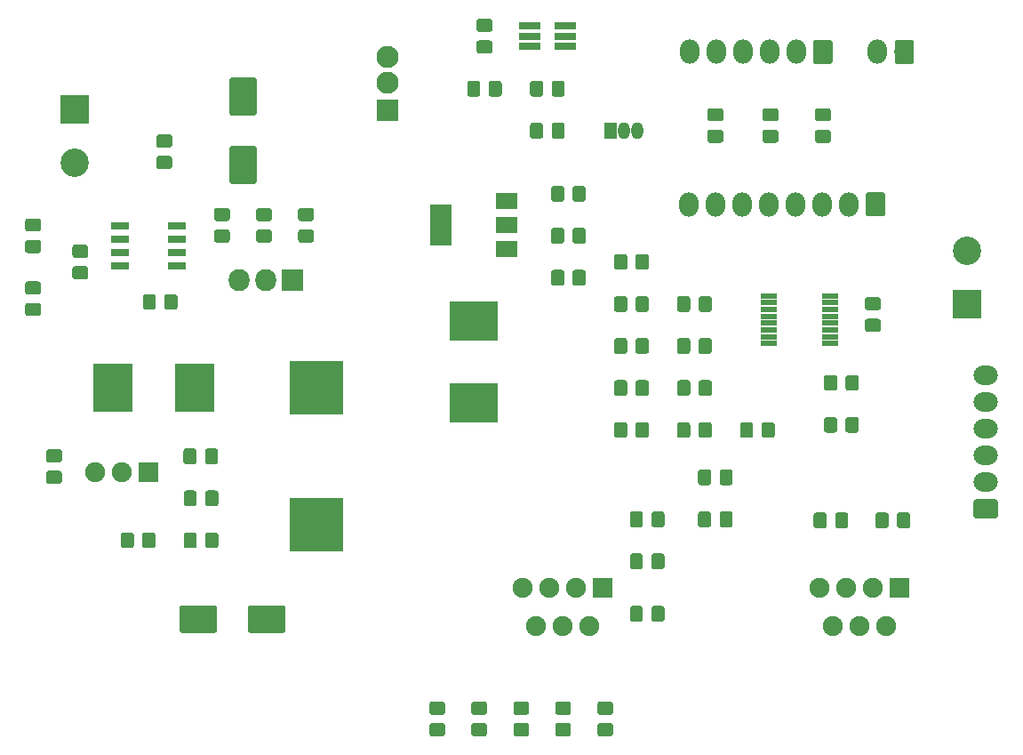
<source format=gts>
G04 #@! TF.GenerationSoftware,KiCad,Pcbnew,(5.1.0-0)*
G04 #@! TF.CreationDate,2019-06-09T17:55:59+01:00*
G04 #@! TF.ProjectId,PowerSupply,506f7765-7253-4757-9070-6c792e6b6963,0.1*
G04 #@! TF.SameCoordinates,Original*
G04 #@! TF.FileFunction,Soldermask,Top*
G04 #@! TF.FilePolarity,Negative*
%FSLAX46Y46*%
G04 Gerber Fmt 4.6, Leading zero omitted, Abs format (unit mm)*
G04 Created by KiCad (PCBNEW (5.1.0-0)) date 2019-06-09 17:55:59*
%MOMM*%
%LPD*%
G04 APERTURE LIST*
%ADD10C,0.150000*%
%ADD11C,2.602000*%
%ADD12C,1.252000*%
%ADD13R,3.702000X4.602000*%
%ADD14R,4.602000X3.702000*%
%ADD15C,1.842000*%
%ADD16O,1.842000X2.302000*%
%ADD17R,2.702000X2.702000*%
%ADD18C,2.702000*%
%ADD19O,2.302000X1.842000*%
%ADD20R,5.102000X5.202000*%
%ADD21R,2.007000X2.102000*%
%ADD22O,2.007000X2.102000*%
%ADD23O,1.152000X1.602000*%
%ADD24R,1.152000X1.602000*%
%ADD25R,1.652000X0.702000*%
%ADD26R,2.102000X3.902000*%
%ADD27R,2.102000X1.602000*%
%ADD28R,2.102000X0.752000*%
%ADD29R,1.602000X0.552000*%
%ADD30C,1.902000*%
%ADD31R,1.902000X1.902000*%
%ADD32O,1.902000X1.902000*%
%ADD33R,2.102000X2.102000*%
%ADD34C,2.102000*%
G04 APERTURE END LIST*
D10*
G36*
X85066304Y-57950253D02*
G01*
X85091563Y-57954000D01*
X85116332Y-57960204D01*
X85140374Y-57968807D01*
X85163457Y-57979724D01*
X85185359Y-57992852D01*
X85205869Y-58008063D01*
X85224789Y-58025211D01*
X85241937Y-58044131D01*
X85257148Y-58064641D01*
X85270276Y-58086543D01*
X85281193Y-58109626D01*
X85289796Y-58133668D01*
X85296000Y-58158437D01*
X85299747Y-58183696D01*
X85301000Y-58209200D01*
X85301000Y-61290800D01*
X85299747Y-61316304D01*
X85296000Y-61341563D01*
X85289796Y-61366332D01*
X85281193Y-61390374D01*
X85270276Y-61413457D01*
X85257148Y-61435359D01*
X85241937Y-61455869D01*
X85224789Y-61474789D01*
X85205869Y-61491937D01*
X85185359Y-61507148D01*
X85163457Y-61520276D01*
X85140374Y-61531193D01*
X85116332Y-61539796D01*
X85091563Y-61546000D01*
X85066304Y-61549747D01*
X85040800Y-61551000D01*
X82959200Y-61551000D01*
X82933696Y-61549747D01*
X82908437Y-61546000D01*
X82883668Y-61539796D01*
X82859626Y-61531193D01*
X82836543Y-61520276D01*
X82814641Y-61507148D01*
X82794131Y-61491937D01*
X82775211Y-61474789D01*
X82758063Y-61455869D01*
X82742852Y-61435359D01*
X82729724Y-61413457D01*
X82718807Y-61390374D01*
X82710204Y-61366332D01*
X82704000Y-61341563D01*
X82700253Y-61316304D01*
X82699000Y-61290800D01*
X82699000Y-58209200D01*
X82700253Y-58183696D01*
X82704000Y-58158437D01*
X82710204Y-58133668D01*
X82718807Y-58109626D01*
X82729724Y-58086543D01*
X82742852Y-58064641D01*
X82758063Y-58044131D01*
X82775211Y-58025211D01*
X82794131Y-58008063D01*
X82814641Y-57992852D01*
X82836543Y-57979724D01*
X82859626Y-57968807D01*
X82883668Y-57960204D01*
X82908437Y-57954000D01*
X82933696Y-57950253D01*
X82959200Y-57949000D01*
X85040800Y-57949000D01*
X85066304Y-57950253D01*
X85066304Y-57950253D01*
G37*
D11*
X84000000Y-59750000D03*
D10*
G36*
X85066304Y-64450253D02*
G01*
X85091563Y-64454000D01*
X85116332Y-64460204D01*
X85140374Y-64468807D01*
X85163457Y-64479724D01*
X85185359Y-64492852D01*
X85205869Y-64508063D01*
X85224789Y-64525211D01*
X85241937Y-64544131D01*
X85257148Y-64564641D01*
X85270276Y-64586543D01*
X85281193Y-64609626D01*
X85289796Y-64633668D01*
X85296000Y-64658437D01*
X85299747Y-64683696D01*
X85301000Y-64709200D01*
X85301000Y-67790800D01*
X85299747Y-67816304D01*
X85296000Y-67841563D01*
X85289796Y-67866332D01*
X85281193Y-67890374D01*
X85270276Y-67913457D01*
X85257148Y-67935359D01*
X85241937Y-67955869D01*
X85224789Y-67974789D01*
X85205869Y-67991937D01*
X85185359Y-68007148D01*
X85163457Y-68020276D01*
X85140374Y-68031193D01*
X85116332Y-68039796D01*
X85091563Y-68046000D01*
X85066304Y-68049747D01*
X85040800Y-68051000D01*
X82959200Y-68051000D01*
X82933696Y-68049747D01*
X82908437Y-68046000D01*
X82883668Y-68039796D01*
X82859626Y-68031193D01*
X82836543Y-68020276D01*
X82814641Y-68007148D01*
X82794131Y-67991937D01*
X82775211Y-67974789D01*
X82758063Y-67955869D01*
X82742852Y-67935359D01*
X82729724Y-67913457D01*
X82718807Y-67890374D01*
X82710204Y-67866332D01*
X82704000Y-67841563D01*
X82700253Y-67816304D01*
X82699000Y-67790800D01*
X82699000Y-64709200D01*
X82700253Y-64683696D01*
X82704000Y-64658437D01*
X82710204Y-64633668D01*
X82718807Y-64609626D01*
X82729724Y-64586543D01*
X82742852Y-64564641D01*
X82758063Y-64544131D01*
X82775211Y-64525211D01*
X82794131Y-64508063D01*
X82814641Y-64492852D01*
X82836543Y-64479724D01*
X82859626Y-64468807D01*
X82883668Y-64460204D01*
X82908437Y-64454000D01*
X82933696Y-64450253D01*
X82959200Y-64449000D01*
X85040800Y-64449000D01*
X85066304Y-64450253D01*
X85066304Y-64450253D01*
G37*
D11*
X84000000Y-66250000D03*
D10*
G36*
X77005505Y-65400311D02*
G01*
X77031925Y-65404230D01*
X77057835Y-65410720D01*
X77082983Y-65419718D01*
X77107128Y-65431138D01*
X77130038Y-65444869D01*
X77151492Y-65460780D01*
X77171282Y-65478718D01*
X77189220Y-65498508D01*
X77205131Y-65519962D01*
X77218862Y-65542872D01*
X77230282Y-65567017D01*
X77239280Y-65592165D01*
X77245770Y-65618075D01*
X77249689Y-65644495D01*
X77251000Y-65671173D01*
X77251000Y-66378827D01*
X77249689Y-66405505D01*
X77245770Y-66431925D01*
X77239280Y-66457835D01*
X77230282Y-66482983D01*
X77218862Y-66507128D01*
X77205131Y-66530038D01*
X77189220Y-66551492D01*
X77171282Y-66571282D01*
X77151492Y-66589220D01*
X77130038Y-66605131D01*
X77107128Y-66618862D01*
X77082983Y-66630282D01*
X77057835Y-66639280D01*
X77031925Y-66645770D01*
X77005505Y-66649689D01*
X76978827Y-66651000D01*
X76021173Y-66651000D01*
X75994495Y-66649689D01*
X75968075Y-66645770D01*
X75942165Y-66639280D01*
X75917017Y-66630282D01*
X75892872Y-66618862D01*
X75869962Y-66605131D01*
X75848508Y-66589220D01*
X75828718Y-66571282D01*
X75810780Y-66551492D01*
X75794869Y-66530038D01*
X75781138Y-66507128D01*
X75769718Y-66482983D01*
X75760720Y-66457835D01*
X75754230Y-66431925D01*
X75750311Y-66405505D01*
X75749000Y-66378827D01*
X75749000Y-65671173D01*
X75750311Y-65644495D01*
X75754230Y-65618075D01*
X75760720Y-65592165D01*
X75769718Y-65567017D01*
X75781138Y-65542872D01*
X75794869Y-65519962D01*
X75810780Y-65498508D01*
X75828718Y-65478718D01*
X75848508Y-65460780D01*
X75869962Y-65444869D01*
X75892872Y-65431138D01*
X75917017Y-65419718D01*
X75942165Y-65410720D01*
X75968075Y-65404230D01*
X75994495Y-65400311D01*
X76021173Y-65399000D01*
X76978827Y-65399000D01*
X77005505Y-65400311D01*
X77005505Y-65400311D01*
G37*
D12*
X76500000Y-66025000D03*
D10*
G36*
X77005505Y-63350311D02*
G01*
X77031925Y-63354230D01*
X77057835Y-63360720D01*
X77082983Y-63369718D01*
X77107128Y-63381138D01*
X77130038Y-63394869D01*
X77151492Y-63410780D01*
X77171282Y-63428718D01*
X77189220Y-63448508D01*
X77205131Y-63469962D01*
X77218862Y-63492872D01*
X77230282Y-63517017D01*
X77239280Y-63542165D01*
X77245770Y-63568075D01*
X77249689Y-63594495D01*
X77251000Y-63621173D01*
X77251000Y-64328827D01*
X77249689Y-64355505D01*
X77245770Y-64381925D01*
X77239280Y-64407835D01*
X77230282Y-64432983D01*
X77218862Y-64457128D01*
X77205131Y-64480038D01*
X77189220Y-64501492D01*
X77171282Y-64521282D01*
X77151492Y-64539220D01*
X77130038Y-64555131D01*
X77107128Y-64568862D01*
X77082983Y-64580282D01*
X77057835Y-64589280D01*
X77031925Y-64595770D01*
X77005505Y-64599689D01*
X76978827Y-64601000D01*
X76021173Y-64601000D01*
X75994495Y-64599689D01*
X75968075Y-64595770D01*
X75942165Y-64589280D01*
X75917017Y-64580282D01*
X75892872Y-64568862D01*
X75869962Y-64555131D01*
X75848508Y-64539220D01*
X75828718Y-64521282D01*
X75810780Y-64501492D01*
X75794869Y-64480038D01*
X75781138Y-64457128D01*
X75769718Y-64432983D01*
X75760720Y-64407835D01*
X75754230Y-64381925D01*
X75750311Y-64355505D01*
X75749000Y-64328827D01*
X75749000Y-63621173D01*
X75750311Y-63594495D01*
X75754230Y-63568075D01*
X75760720Y-63542165D01*
X75769718Y-63517017D01*
X75781138Y-63492872D01*
X75794869Y-63469962D01*
X75810780Y-63448508D01*
X75828718Y-63428718D01*
X75848508Y-63410780D01*
X75869962Y-63394869D01*
X75892872Y-63381138D01*
X75917017Y-63369718D01*
X75942165Y-63360720D01*
X75968075Y-63354230D01*
X75994495Y-63350311D01*
X76021173Y-63349000D01*
X76978827Y-63349000D01*
X77005505Y-63350311D01*
X77005505Y-63350311D01*
G37*
D12*
X76500000Y-63975000D03*
D10*
G36*
X64505505Y-73400311D02*
G01*
X64531925Y-73404230D01*
X64557835Y-73410720D01*
X64582983Y-73419718D01*
X64607128Y-73431138D01*
X64630038Y-73444869D01*
X64651492Y-73460780D01*
X64671282Y-73478718D01*
X64689220Y-73498508D01*
X64705131Y-73519962D01*
X64718862Y-73542872D01*
X64730282Y-73567017D01*
X64739280Y-73592165D01*
X64745770Y-73618075D01*
X64749689Y-73644495D01*
X64751000Y-73671173D01*
X64751000Y-74378827D01*
X64749689Y-74405505D01*
X64745770Y-74431925D01*
X64739280Y-74457835D01*
X64730282Y-74482983D01*
X64718862Y-74507128D01*
X64705131Y-74530038D01*
X64689220Y-74551492D01*
X64671282Y-74571282D01*
X64651492Y-74589220D01*
X64630038Y-74605131D01*
X64607128Y-74618862D01*
X64582983Y-74630282D01*
X64557835Y-74639280D01*
X64531925Y-74645770D01*
X64505505Y-74649689D01*
X64478827Y-74651000D01*
X63521173Y-74651000D01*
X63494495Y-74649689D01*
X63468075Y-74645770D01*
X63442165Y-74639280D01*
X63417017Y-74630282D01*
X63392872Y-74618862D01*
X63369962Y-74605131D01*
X63348508Y-74589220D01*
X63328718Y-74571282D01*
X63310780Y-74551492D01*
X63294869Y-74530038D01*
X63281138Y-74507128D01*
X63269718Y-74482983D01*
X63260720Y-74457835D01*
X63254230Y-74431925D01*
X63250311Y-74405505D01*
X63249000Y-74378827D01*
X63249000Y-73671173D01*
X63250311Y-73644495D01*
X63254230Y-73618075D01*
X63260720Y-73592165D01*
X63269718Y-73567017D01*
X63281138Y-73542872D01*
X63294869Y-73519962D01*
X63310780Y-73498508D01*
X63328718Y-73478718D01*
X63348508Y-73460780D01*
X63369962Y-73444869D01*
X63392872Y-73431138D01*
X63417017Y-73419718D01*
X63442165Y-73410720D01*
X63468075Y-73404230D01*
X63494495Y-73400311D01*
X63521173Y-73399000D01*
X64478827Y-73399000D01*
X64505505Y-73400311D01*
X64505505Y-73400311D01*
G37*
D12*
X64000000Y-74025000D03*
D10*
G36*
X64505505Y-71350311D02*
G01*
X64531925Y-71354230D01*
X64557835Y-71360720D01*
X64582983Y-71369718D01*
X64607128Y-71381138D01*
X64630038Y-71394869D01*
X64651492Y-71410780D01*
X64671282Y-71428718D01*
X64689220Y-71448508D01*
X64705131Y-71469962D01*
X64718862Y-71492872D01*
X64730282Y-71517017D01*
X64739280Y-71542165D01*
X64745770Y-71568075D01*
X64749689Y-71594495D01*
X64751000Y-71621173D01*
X64751000Y-72328827D01*
X64749689Y-72355505D01*
X64745770Y-72381925D01*
X64739280Y-72407835D01*
X64730282Y-72432983D01*
X64718862Y-72457128D01*
X64705131Y-72480038D01*
X64689220Y-72501492D01*
X64671282Y-72521282D01*
X64651492Y-72539220D01*
X64630038Y-72555131D01*
X64607128Y-72568862D01*
X64582983Y-72580282D01*
X64557835Y-72589280D01*
X64531925Y-72595770D01*
X64505505Y-72599689D01*
X64478827Y-72601000D01*
X63521173Y-72601000D01*
X63494495Y-72599689D01*
X63468075Y-72595770D01*
X63442165Y-72589280D01*
X63417017Y-72580282D01*
X63392872Y-72568862D01*
X63369962Y-72555131D01*
X63348508Y-72539220D01*
X63328718Y-72521282D01*
X63310780Y-72501492D01*
X63294869Y-72480038D01*
X63281138Y-72457128D01*
X63269718Y-72432983D01*
X63260720Y-72407835D01*
X63254230Y-72381925D01*
X63250311Y-72355505D01*
X63249000Y-72328827D01*
X63249000Y-71621173D01*
X63250311Y-71594495D01*
X63254230Y-71568075D01*
X63260720Y-71542165D01*
X63269718Y-71517017D01*
X63281138Y-71492872D01*
X63294869Y-71469962D01*
X63310780Y-71448508D01*
X63328718Y-71428718D01*
X63348508Y-71410780D01*
X63369962Y-71394869D01*
X63392872Y-71381138D01*
X63417017Y-71369718D01*
X63442165Y-71360720D01*
X63468075Y-71354230D01*
X63494495Y-71350311D01*
X63521173Y-71349000D01*
X64478827Y-71349000D01*
X64505505Y-71350311D01*
X64505505Y-71350311D01*
G37*
D12*
X64000000Y-71975000D03*
D10*
G36*
X69005505Y-75900311D02*
G01*
X69031925Y-75904230D01*
X69057835Y-75910720D01*
X69082983Y-75919718D01*
X69107128Y-75931138D01*
X69130038Y-75944869D01*
X69151492Y-75960780D01*
X69171282Y-75978718D01*
X69189220Y-75998508D01*
X69205131Y-76019962D01*
X69218862Y-76042872D01*
X69230282Y-76067017D01*
X69239280Y-76092165D01*
X69245770Y-76118075D01*
X69249689Y-76144495D01*
X69251000Y-76171173D01*
X69251000Y-76878827D01*
X69249689Y-76905505D01*
X69245770Y-76931925D01*
X69239280Y-76957835D01*
X69230282Y-76982983D01*
X69218862Y-77007128D01*
X69205131Y-77030038D01*
X69189220Y-77051492D01*
X69171282Y-77071282D01*
X69151492Y-77089220D01*
X69130038Y-77105131D01*
X69107128Y-77118862D01*
X69082983Y-77130282D01*
X69057835Y-77139280D01*
X69031925Y-77145770D01*
X69005505Y-77149689D01*
X68978827Y-77151000D01*
X68021173Y-77151000D01*
X67994495Y-77149689D01*
X67968075Y-77145770D01*
X67942165Y-77139280D01*
X67917017Y-77130282D01*
X67892872Y-77118862D01*
X67869962Y-77105131D01*
X67848508Y-77089220D01*
X67828718Y-77071282D01*
X67810780Y-77051492D01*
X67794869Y-77030038D01*
X67781138Y-77007128D01*
X67769718Y-76982983D01*
X67760720Y-76957835D01*
X67754230Y-76931925D01*
X67750311Y-76905505D01*
X67749000Y-76878827D01*
X67749000Y-76171173D01*
X67750311Y-76144495D01*
X67754230Y-76118075D01*
X67760720Y-76092165D01*
X67769718Y-76067017D01*
X67781138Y-76042872D01*
X67794869Y-76019962D01*
X67810780Y-75998508D01*
X67828718Y-75978718D01*
X67848508Y-75960780D01*
X67869962Y-75944869D01*
X67892872Y-75931138D01*
X67917017Y-75919718D01*
X67942165Y-75910720D01*
X67968075Y-75904230D01*
X67994495Y-75900311D01*
X68021173Y-75899000D01*
X68978827Y-75899000D01*
X69005505Y-75900311D01*
X69005505Y-75900311D01*
G37*
D12*
X68500000Y-76525000D03*
D10*
G36*
X69005505Y-73850311D02*
G01*
X69031925Y-73854230D01*
X69057835Y-73860720D01*
X69082983Y-73869718D01*
X69107128Y-73881138D01*
X69130038Y-73894869D01*
X69151492Y-73910780D01*
X69171282Y-73928718D01*
X69189220Y-73948508D01*
X69205131Y-73969962D01*
X69218862Y-73992872D01*
X69230282Y-74017017D01*
X69239280Y-74042165D01*
X69245770Y-74068075D01*
X69249689Y-74094495D01*
X69251000Y-74121173D01*
X69251000Y-74828827D01*
X69249689Y-74855505D01*
X69245770Y-74881925D01*
X69239280Y-74907835D01*
X69230282Y-74932983D01*
X69218862Y-74957128D01*
X69205131Y-74980038D01*
X69189220Y-75001492D01*
X69171282Y-75021282D01*
X69151492Y-75039220D01*
X69130038Y-75055131D01*
X69107128Y-75068862D01*
X69082983Y-75080282D01*
X69057835Y-75089280D01*
X69031925Y-75095770D01*
X69005505Y-75099689D01*
X68978827Y-75101000D01*
X68021173Y-75101000D01*
X67994495Y-75099689D01*
X67968075Y-75095770D01*
X67942165Y-75089280D01*
X67917017Y-75080282D01*
X67892872Y-75068862D01*
X67869962Y-75055131D01*
X67848508Y-75039220D01*
X67828718Y-75021282D01*
X67810780Y-75001492D01*
X67794869Y-74980038D01*
X67781138Y-74957128D01*
X67769718Y-74932983D01*
X67760720Y-74907835D01*
X67754230Y-74881925D01*
X67750311Y-74855505D01*
X67749000Y-74828827D01*
X67749000Y-74121173D01*
X67750311Y-74094495D01*
X67754230Y-74068075D01*
X67760720Y-74042165D01*
X67769718Y-74017017D01*
X67781138Y-73992872D01*
X67794869Y-73969962D01*
X67810780Y-73948508D01*
X67828718Y-73928718D01*
X67848508Y-73910780D01*
X67869962Y-73894869D01*
X67892872Y-73881138D01*
X67917017Y-73869718D01*
X67942165Y-73860720D01*
X67968075Y-73854230D01*
X67994495Y-73850311D01*
X68021173Y-73849000D01*
X68978827Y-73849000D01*
X69005505Y-73850311D01*
X69005505Y-73850311D01*
G37*
D12*
X68500000Y-74475000D03*
D10*
G36*
X82505505Y-72400311D02*
G01*
X82531925Y-72404230D01*
X82557835Y-72410720D01*
X82582983Y-72419718D01*
X82607128Y-72431138D01*
X82630038Y-72444869D01*
X82651492Y-72460780D01*
X82671282Y-72478718D01*
X82689220Y-72498508D01*
X82705131Y-72519962D01*
X82718862Y-72542872D01*
X82730282Y-72567017D01*
X82739280Y-72592165D01*
X82745770Y-72618075D01*
X82749689Y-72644495D01*
X82751000Y-72671173D01*
X82751000Y-73378827D01*
X82749689Y-73405505D01*
X82745770Y-73431925D01*
X82739280Y-73457835D01*
X82730282Y-73482983D01*
X82718862Y-73507128D01*
X82705131Y-73530038D01*
X82689220Y-73551492D01*
X82671282Y-73571282D01*
X82651492Y-73589220D01*
X82630038Y-73605131D01*
X82607128Y-73618862D01*
X82582983Y-73630282D01*
X82557835Y-73639280D01*
X82531925Y-73645770D01*
X82505505Y-73649689D01*
X82478827Y-73651000D01*
X81521173Y-73651000D01*
X81494495Y-73649689D01*
X81468075Y-73645770D01*
X81442165Y-73639280D01*
X81417017Y-73630282D01*
X81392872Y-73618862D01*
X81369962Y-73605131D01*
X81348508Y-73589220D01*
X81328718Y-73571282D01*
X81310780Y-73551492D01*
X81294869Y-73530038D01*
X81281138Y-73507128D01*
X81269718Y-73482983D01*
X81260720Y-73457835D01*
X81254230Y-73431925D01*
X81250311Y-73405505D01*
X81249000Y-73378827D01*
X81249000Y-72671173D01*
X81250311Y-72644495D01*
X81254230Y-72618075D01*
X81260720Y-72592165D01*
X81269718Y-72567017D01*
X81281138Y-72542872D01*
X81294869Y-72519962D01*
X81310780Y-72498508D01*
X81328718Y-72478718D01*
X81348508Y-72460780D01*
X81369962Y-72444869D01*
X81392872Y-72431138D01*
X81417017Y-72419718D01*
X81442165Y-72410720D01*
X81468075Y-72404230D01*
X81494495Y-72400311D01*
X81521173Y-72399000D01*
X82478827Y-72399000D01*
X82505505Y-72400311D01*
X82505505Y-72400311D01*
G37*
D12*
X82000000Y-73025000D03*
D10*
G36*
X82505505Y-70350311D02*
G01*
X82531925Y-70354230D01*
X82557835Y-70360720D01*
X82582983Y-70369718D01*
X82607128Y-70381138D01*
X82630038Y-70394869D01*
X82651492Y-70410780D01*
X82671282Y-70428718D01*
X82689220Y-70448508D01*
X82705131Y-70469962D01*
X82718862Y-70492872D01*
X82730282Y-70517017D01*
X82739280Y-70542165D01*
X82745770Y-70568075D01*
X82749689Y-70594495D01*
X82751000Y-70621173D01*
X82751000Y-71328827D01*
X82749689Y-71355505D01*
X82745770Y-71381925D01*
X82739280Y-71407835D01*
X82730282Y-71432983D01*
X82718862Y-71457128D01*
X82705131Y-71480038D01*
X82689220Y-71501492D01*
X82671282Y-71521282D01*
X82651492Y-71539220D01*
X82630038Y-71555131D01*
X82607128Y-71568862D01*
X82582983Y-71580282D01*
X82557835Y-71589280D01*
X82531925Y-71595770D01*
X82505505Y-71599689D01*
X82478827Y-71601000D01*
X81521173Y-71601000D01*
X81494495Y-71599689D01*
X81468075Y-71595770D01*
X81442165Y-71589280D01*
X81417017Y-71580282D01*
X81392872Y-71568862D01*
X81369962Y-71555131D01*
X81348508Y-71539220D01*
X81328718Y-71521282D01*
X81310780Y-71501492D01*
X81294869Y-71480038D01*
X81281138Y-71457128D01*
X81269718Y-71432983D01*
X81260720Y-71407835D01*
X81254230Y-71381925D01*
X81250311Y-71355505D01*
X81249000Y-71328827D01*
X81249000Y-70621173D01*
X81250311Y-70594495D01*
X81254230Y-70568075D01*
X81260720Y-70542165D01*
X81269718Y-70517017D01*
X81281138Y-70492872D01*
X81294869Y-70469962D01*
X81310780Y-70448508D01*
X81328718Y-70428718D01*
X81348508Y-70410780D01*
X81369962Y-70394869D01*
X81392872Y-70381138D01*
X81417017Y-70369718D01*
X81442165Y-70360720D01*
X81468075Y-70354230D01*
X81494495Y-70350311D01*
X81521173Y-70349000D01*
X82478827Y-70349000D01*
X82505505Y-70350311D01*
X82505505Y-70350311D01*
G37*
D12*
X82000000Y-70975000D03*
D10*
G36*
X77505505Y-78550311D02*
G01*
X77531925Y-78554230D01*
X77557835Y-78560720D01*
X77582983Y-78569718D01*
X77607128Y-78581138D01*
X77630038Y-78594869D01*
X77651492Y-78610780D01*
X77671282Y-78628718D01*
X77689220Y-78648508D01*
X77705131Y-78669962D01*
X77718862Y-78692872D01*
X77730282Y-78717017D01*
X77739280Y-78742165D01*
X77745770Y-78768075D01*
X77749689Y-78794495D01*
X77751000Y-78821173D01*
X77751000Y-79778827D01*
X77749689Y-79805505D01*
X77745770Y-79831925D01*
X77739280Y-79857835D01*
X77730282Y-79882983D01*
X77718862Y-79907128D01*
X77705131Y-79930038D01*
X77689220Y-79951492D01*
X77671282Y-79971282D01*
X77651492Y-79989220D01*
X77630038Y-80005131D01*
X77607128Y-80018862D01*
X77582983Y-80030282D01*
X77557835Y-80039280D01*
X77531925Y-80045770D01*
X77505505Y-80049689D01*
X77478827Y-80051000D01*
X76771173Y-80051000D01*
X76744495Y-80049689D01*
X76718075Y-80045770D01*
X76692165Y-80039280D01*
X76667017Y-80030282D01*
X76642872Y-80018862D01*
X76619962Y-80005131D01*
X76598508Y-79989220D01*
X76578718Y-79971282D01*
X76560780Y-79951492D01*
X76544869Y-79930038D01*
X76531138Y-79907128D01*
X76519718Y-79882983D01*
X76510720Y-79857835D01*
X76504230Y-79831925D01*
X76500311Y-79805505D01*
X76499000Y-79778827D01*
X76499000Y-78821173D01*
X76500311Y-78794495D01*
X76504230Y-78768075D01*
X76510720Y-78742165D01*
X76519718Y-78717017D01*
X76531138Y-78692872D01*
X76544869Y-78669962D01*
X76560780Y-78648508D01*
X76578718Y-78628718D01*
X76598508Y-78610780D01*
X76619962Y-78594869D01*
X76642872Y-78581138D01*
X76667017Y-78569718D01*
X76692165Y-78560720D01*
X76718075Y-78554230D01*
X76744495Y-78550311D01*
X76771173Y-78549000D01*
X77478827Y-78549000D01*
X77505505Y-78550311D01*
X77505505Y-78550311D01*
G37*
D12*
X77125000Y-79300000D03*
D10*
G36*
X75455505Y-78550311D02*
G01*
X75481925Y-78554230D01*
X75507835Y-78560720D01*
X75532983Y-78569718D01*
X75557128Y-78581138D01*
X75580038Y-78594869D01*
X75601492Y-78610780D01*
X75621282Y-78628718D01*
X75639220Y-78648508D01*
X75655131Y-78669962D01*
X75668862Y-78692872D01*
X75680282Y-78717017D01*
X75689280Y-78742165D01*
X75695770Y-78768075D01*
X75699689Y-78794495D01*
X75701000Y-78821173D01*
X75701000Y-79778827D01*
X75699689Y-79805505D01*
X75695770Y-79831925D01*
X75689280Y-79857835D01*
X75680282Y-79882983D01*
X75668862Y-79907128D01*
X75655131Y-79930038D01*
X75639220Y-79951492D01*
X75621282Y-79971282D01*
X75601492Y-79989220D01*
X75580038Y-80005131D01*
X75557128Y-80018862D01*
X75532983Y-80030282D01*
X75507835Y-80039280D01*
X75481925Y-80045770D01*
X75455505Y-80049689D01*
X75428827Y-80051000D01*
X74721173Y-80051000D01*
X74694495Y-80049689D01*
X74668075Y-80045770D01*
X74642165Y-80039280D01*
X74617017Y-80030282D01*
X74592872Y-80018862D01*
X74569962Y-80005131D01*
X74548508Y-79989220D01*
X74528718Y-79971282D01*
X74510780Y-79951492D01*
X74494869Y-79930038D01*
X74481138Y-79907128D01*
X74469718Y-79882983D01*
X74460720Y-79857835D01*
X74454230Y-79831925D01*
X74450311Y-79805505D01*
X74449000Y-79778827D01*
X74449000Y-78821173D01*
X74450311Y-78794495D01*
X74454230Y-78768075D01*
X74460720Y-78742165D01*
X74469718Y-78717017D01*
X74481138Y-78692872D01*
X74494869Y-78669962D01*
X74510780Y-78648508D01*
X74528718Y-78628718D01*
X74548508Y-78610780D01*
X74569962Y-78594869D01*
X74592872Y-78581138D01*
X74617017Y-78569718D01*
X74642165Y-78560720D01*
X74668075Y-78554230D01*
X74694495Y-78550311D01*
X74721173Y-78549000D01*
X75428827Y-78549000D01*
X75455505Y-78550311D01*
X75455505Y-78550311D01*
G37*
D12*
X75075000Y-79300000D03*
D10*
G36*
X79330505Y-93250311D02*
G01*
X79356925Y-93254230D01*
X79382835Y-93260720D01*
X79407983Y-93269718D01*
X79432128Y-93281138D01*
X79455038Y-93294869D01*
X79476492Y-93310780D01*
X79496282Y-93328718D01*
X79514220Y-93348508D01*
X79530131Y-93369962D01*
X79543862Y-93392872D01*
X79555282Y-93417017D01*
X79564280Y-93442165D01*
X79570770Y-93468075D01*
X79574689Y-93494495D01*
X79576000Y-93521173D01*
X79576000Y-94478827D01*
X79574689Y-94505505D01*
X79570770Y-94531925D01*
X79564280Y-94557835D01*
X79555282Y-94582983D01*
X79543862Y-94607128D01*
X79530131Y-94630038D01*
X79514220Y-94651492D01*
X79496282Y-94671282D01*
X79476492Y-94689220D01*
X79455038Y-94705131D01*
X79432128Y-94718862D01*
X79407983Y-94730282D01*
X79382835Y-94739280D01*
X79356925Y-94745770D01*
X79330505Y-94749689D01*
X79303827Y-94751000D01*
X78596173Y-94751000D01*
X78569495Y-94749689D01*
X78543075Y-94745770D01*
X78517165Y-94739280D01*
X78492017Y-94730282D01*
X78467872Y-94718862D01*
X78444962Y-94705131D01*
X78423508Y-94689220D01*
X78403718Y-94671282D01*
X78385780Y-94651492D01*
X78369869Y-94630038D01*
X78356138Y-94607128D01*
X78344718Y-94582983D01*
X78335720Y-94557835D01*
X78329230Y-94531925D01*
X78325311Y-94505505D01*
X78324000Y-94478827D01*
X78324000Y-93521173D01*
X78325311Y-93494495D01*
X78329230Y-93468075D01*
X78335720Y-93442165D01*
X78344718Y-93417017D01*
X78356138Y-93392872D01*
X78369869Y-93369962D01*
X78385780Y-93348508D01*
X78403718Y-93328718D01*
X78423508Y-93310780D01*
X78444962Y-93294869D01*
X78467872Y-93281138D01*
X78492017Y-93269718D01*
X78517165Y-93260720D01*
X78543075Y-93254230D01*
X78569495Y-93250311D01*
X78596173Y-93249000D01*
X79303827Y-93249000D01*
X79330505Y-93250311D01*
X79330505Y-93250311D01*
G37*
D12*
X78950000Y-94000000D03*
D10*
G36*
X81380505Y-93250311D02*
G01*
X81406925Y-93254230D01*
X81432835Y-93260720D01*
X81457983Y-93269718D01*
X81482128Y-93281138D01*
X81505038Y-93294869D01*
X81526492Y-93310780D01*
X81546282Y-93328718D01*
X81564220Y-93348508D01*
X81580131Y-93369962D01*
X81593862Y-93392872D01*
X81605282Y-93417017D01*
X81614280Y-93442165D01*
X81620770Y-93468075D01*
X81624689Y-93494495D01*
X81626000Y-93521173D01*
X81626000Y-94478827D01*
X81624689Y-94505505D01*
X81620770Y-94531925D01*
X81614280Y-94557835D01*
X81605282Y-94582983D01*
X81593862Y-94607128D01*
X81580131Y-94630038D01*
X81564220Y-94651492D01*
X81546282Y-94671282D01*
X81526492Y-94689220D01*
X81505038Y-94705131D01*
X81482128Y-94718862D01*
X81457983Y-94730282D01*
X81432835Y-94739280D01*
X81406925Y-94745770D01*
X81380505Y-94749689D01*
X81353827Y-94751000D01*
X80646173Y-94751000D01*
X80619495Y-94749689D01*
X80593075Y-94745770D01*
X80567165Y-94739280D01*
X80542017Y-94730282D01*
X80517872Y-94718862D01*
X80494962Y-94705131D01*
X80473508Y-94689220D01*
X80453718Y-94671282D01*
X80435780Y-94651492D01*
X80419869Y-94630038D01*
X80406138Y-94607128D01*
X80394718Y-94582983D01*
X80385720Y-94557835D01*
X80379230Y-94531925D01*
X80375311Y-94505505D01*
X80374000Y-94478827D01*
X80374000Y-93521173D01*
X80375311Y-93494495D01*
X80379230Y-93468075D01*
X80385720Y-93442165D01*
X80394718Y-93417017D01*
X80406138Y-93392872D01*
X80419869Y-93369962D01*
X80435780Y-93348508D01*
X80453718Y-93328718D01*
X80473508Y-93310780D01*
X80494962Y-93294869D01*
X80517872Y-93281138D01*
X80542017Y-93269718D01*
X80567165Y-93260720D01*
X80593075Y-93254230D01*
X80619495Y-93250311D01*
X80646173Y-93249000D01*
X81353827Y-93249000D01*
X81380505Y-93250311D01*
X81380505Y-93250311D01*
G37*
D12*
X81000000Y-94000000D03*
D10*
G36*
X90505505Y-72400311D02*
G01*
X90531925Y-72404230D01*
X90557835Y-72410720D01*
X90582983Y-72419718D01*
X90607128Y-72431138D01*
X90630038Y-72444869D01*
X90651492Y-72460780D01*
X90671282Y-72478718D01*
X90689220Y-72498508D01*
X90705131Y-72519962D01*
X90718862Y-72542872D01*
X90730282Y-72567017D01*
X90739280Y-72592165D01*
X90745770Y-72618075D01*
X90749689Y-72644495D01*
X90751000Y-72671173D01*
X90751000Y-73378827D01*
X90749689Y-73405505D01*
X90745770Y-73431925D01*
X90739280Y-73457835D01*
X90730282Y-73482983D01*
X90718862Y-73507128D01*
X90705131Y-73530038D01*
X90689220Y-73551492D01*
X90671282Y-73571282D01*
X90651492Y-73589220D01*
X90630038Y-73605131D01*
X90607128Y-73618862D01*
X90582983Y-73630282D01*
X90557835Y-73639280D01*
X90531925Y-73645770D01*
X90505505Y-73649689D01*
X90478827Y-73651000D01*
X89521173Y-73651000D01*
X89494495Y-73649689D01*
X89468075Y-73645770D01*
X89442165Y-73639280D01*
X89417017Y-73630282D01*
X89392872Y-73618862D01*
X89369962Y-73605131D01*
X89348508Y-73589220D01*
X89328718Y-73571282D01*
X89310780Y-73551492D01*
X89294869Y-73530038D01*
X89281138Y-73507128D01*
X89269718Y-73482983D01*
X89260720Y-73457835D01*
X89254230Y-73431925D01*
X89250311Y-73405505D01*
X89249000Y-73378827D01*
X89249000Y-72671173D01*
X89250311Y-72644495D01*
X89254230Y-72618075D01*
X89260720Y-72592165D01*
X89269718Y-72567017D01*
X89281138Y-72542872D01*
X89294869Y-72519962D01*
X89310780Y-72498508D01*
X89328718Y-72478718D01*
X89348508Y-72460780D01*
X89369962Y-72444869D01*
X89392872Y-72431138D01*
X89417017Y-72419718D01*
X89442165Y-72410720D01*
X89468075Y-72404230D01*
X89494495Y-72400311D01*
X89521173Y-72399000D01*
X90478827Y-72399000D01*
X90505505Y-72400311D01*
X90505505Y-72400311D01*
G37*
D12*
X90000000Y-73025000D03*
D10*
G36*
X90505505Y-70350311D02*
G01*
X90531925Y-70354230D01*
X90557835Y-70360720D01*
X90582983Y-70369718D01*
X90607128Y-70381138D01*
X90630038Y-70394869D01*
X90651492Y-70410780D01*
X90671282Y-70428718D01*
X90689220Y-70448508D01*
X90705131Y-70469962D01*
X90718862Y-70492872D01*
X90730282Y-70517017D01*
X90739280Y-70542165D01*
X90745770Y-70568075D01*
X90749689Y-70594495D01*
X90751000Y-70621173D01*
X90751000Y-71328827D01*
X90749689Y-71355505D01*
X90745770Y-71381925D01*
X90739280Y-71407835D01*
X90730282Y-71432983D01*
X90718862Y-71457128D01*
X90705131Y-71480038D01*
X90689220Y-71501492D01*
X90671282Y-71521282D01*
X90651492Y-71539220D01*
X90630038Y-71555131D01*
X90607128Y-71568862D01*
X90582983Y-71580282D01*
X90557835Y-71589280D01*
X90531925Y-71595770D01*
X90505505Y-71599689D01*
X90478827Y-71601000D01*
X89521173Y-71601000D01*
X89494495Y-71599689D01*
X89468075Y-71595770D01*
X89442165Y-71589280D01*
X89417017Y-71580282D01*
X89392872Y-71568862D01*
X89369962Y-71555131D01*
X89348508Y-71539220D01*
X89328718Y-71521282D01*
X89310780Y-71501492D01*
X89294869Y-71480038D01*
X89281138Y-71457128D01*
X89269718Y-71432983D01*
X89260720Y-71407835D01*
X89254230Y-71381925D01*
X89250311Y-71355505D01*
X89249000Y-71328827D01*
X89249000Y-70621173D01*
X89250311Y-70594495D01*
X89254230Y-70568075D01*
X89260720Y-70542165D01*
X89269718Y-70517017D01*
X89281138Y-70492872D01*
X89294869Y-70469962D01*
X89310780Y-70448508D01*
X89328718Y-70428718D01*
X89348508Y-70410780D01*
X89369962Y-70394869D01*
X89392872Y-70381138D01*
X89417017Y-70369718D01*
X89442165Y-70360720D01*
X89468075Y-70354230D01*
X89494495Y-70350311D01*
X89521173Y-70349000D01*
X90478827Y-70349000D01*
X90505505Y-70350311D01*
X90505505Y-70350311D01*
G37*
D12*
X90000000Y-70975000D03*
D10*
G36*
X87816304Y-108200253D02*
G01*
X87841563Y-108204000D01*
X87866332Y-108210204D01*
X87890374Y-108218807D01*
X87913457Y-108229724D01*
X87935359Y-108242852D01*
X87955869Y-108258063D01*
X87974789Y-108275211D01*
X87991937Y-108294131D01*
X88007148Y-108314641D01*
X88020276Y-108336543D01*
X88031193Y-108359626D01*
X88039796Y-108383668D01*
X88046000Y-108408437D01*
X88049747Y-108433696D01*
X88051000Y-108459200D01*
X88051000Y-110540800D01*
X88049747Y-110566304D01*
X88046000Y-110591563D01*
X88039796Y-110616332D01*
X88031193Y-110640374D01*
X88020276Y-110663457D01*
X88007148Y-110685359D01*
X87991937Y-110705869D01*
X87974789Y-110724789D01*
X87955869Y-110741937D01*
X87935359Y-110757148D01*
X87913457Y-110770276D01*
X87890374Y-110781193D01*
X87866332Y-110789796D01*
X87841563Y-110796000D01*
X87816304Y-110799747D01*
X87790800Y-110801000D01*
X84709200Y-110801000D01*
X84683696Y-110799747D01*
X84658437Y-110796000D01*
X84633668Y-110789796D01*
X84609626Y-110781193D01*
X84586543Y-110770276D01*
X84564641Y-110757148D01*
X84544131Y-110741937D01*
X84525211Y-110724789D01*
X84508063Y-110705869D01*
X84492852Y-110685359D01*
X84479724Y-110663457D01*
X84468807Y-110640374D01*
X84460204Y-110616332D01*
X84454000Y-110591563D01*
X84450253Y-110566304D01*
X84449000Y-110540800D01*
X84449000Y-108459200D01*
X84450253Y-108433696D01*
X84454000Y-108408437D01*
X84460204Y-108383668D01*
X84468807Y-108359626D01*
X84479724Y-108336543D01*
X84492852Y-108314641D01*
X84508063Y-108294131D01*
X84525211Y-108275211D01*
X84544131Y-108258063D01*
X84564641Y-108242852D01*
X84586543Y-108229724D01*
X84609626Y-108218807D01*
X84633668Y-108210204D01*
X84658437Y-108204000D01*
X84683696Y-108200253D01*
X84709200Y-108199000D01*
X87790800Y-108199000D01*
X87816304Y-108200253D01*
X87816304Y-108200253D01*
G37*
D11*
X86250000Y-109500000D03*
D10*
G36*
X81316304Y-108200253D02*
G01*
X81341563Y-108204000D01*
X81366332Y-108210204D01*
X81390374Y-108218807D01*
X81413457Y-108229724D01*
X81435359Y-108242852D01*
X81455869Y-108258063D01*
X81474789Y-108275211D01*
X81491937Y-108294131D01*
X81507148Y-108314641D01*
X81520276Y-108336543D01*
X81531193Y-108359626D01*
X81539796Y-108383668D01*
X81546000Y-108408437D01*
X81549747Y-108433696D01*
X81551000Y-108459200D01*
X81551000Y-110540800D01*
X81549747Y-110566304D01*
X81546000Y-110591563D01*
X81539796Y-110616332D01*
X81531193Y-110640374D01*
X81520276Y-110663457D01*
X81507148Y-110685359D01*
X81491937Y-110705869D01*
X81474789Y-110724789D01*
X81455869Y-110741937D01*
X81435359Y-110757148D01*
X81413457Y-110770276D01*
X81390374Y-110781193D01*
X81366332Y-110789796D01*
X81341563Y-110796000D01*
X81316304Y-110799747D01*
X81290800Y-110801000D01*
X78209200Y-110801000D01*
X78183696Y-110799747D01*
X78158437Y-110796000D01*
X78133668Y-110789796D01*
X78109626Y-110781193D01*
X78086543Y-110770276D01*
X78064641Y-110757148D01*
X78044131Y-110741937D01*
X78025211Y-110724789D01*
X78008063Y-110705869D01*
X77992852Y-110685359D01*
X77979724Y-110663457D01*
X77968807Y-110640374D01*
X77960204Y-110616332D01*
X77954000Y-110591563D01*
X77950253Y-110566304D01*
X77949000Y-110540800D01*
X77949000Y-108459200D01*
X77950253Y-108433696D01*
X77954000Y-108408437D01*
X77960204Y-108383668D01*
X77968807Y-108359626D01*
X77979724Y-108336543D01*
X77992852Y-108314641D01*
X78008063Y-108294131D01*
X78025211Y-108275211D01*
X78044131Y-108258063D01*
X78064641Y-108242852D01*
X78086543Y-108229724D01*
X78109626Y-108218807D01*
X78133668Y-108210204D01*
X78158437Y-108204000D01*
X78183696Y-108200253D01*
X78209200Y-108199000D01*
X81290800Y-108199000D01*
X81316304Y-108200253D01*
X81316304Y-108200253D01*
G37*
D11*
X79750000Y-109500000D03*
D10*
G36*
X103005505Y-119400311D02*
G01*
X103031925Y-119404230D01*
X103057835Y-119410720D01*
X103082983Y-119419718D01*
X103107128Y-119431138D01*
X103130038Y-119444869D01*
X103151492Y-119460780D01*
X103171282Y-119478718D01*
X103189220Y-119498508D01*
X103205131Y-119519962D01*
X103218862Y-119542872D01*
X103230282Y-119567017D01*
X103239280Y-119592165D01*
X103245770Y-119618075D01*
X103249689Y-119644495D01*
X103251000Y-119671173D01*
X103251000Y-120378827D01*
X103249689Y-120405505D01*
X103245770Y-120431925D01*
X103239280Y-120457835D01*
X103230282Y-120482983D01*
X103218862Y-120507128D01*
X103205131Y-120530038D01*
X103189220Y-120551492D01*
X103171282Y-120571282D01*
X103151492Y-120589220D01*
X103130038Y-120605131D01*
X103107128Y-120618862D01*
X103082983Y-120630282D01*
X103057835Y-120639280D01*
X103031925Y-120645770D01*
X103005505Y-120649689D01*
X102978827Y-120651000D01*
X102021173Y-120651000D01*
X101994495Y-120649689D01*
X101968075Y-120645770D01*
X101942165Y-120639280D01*
X101917017Y-120630282D01*
X101892872Y-120618862D01*
X101869962Y-120605131D01*
X101848508Y-120589220D01*
X101828718Y-120571282D01*
X101810780Y-120551492D01*
X101794869Y-120530038D01*
X101781138Y-120507128D01*
X101769718Y-120482983D01*
X101760720Y-120457835D01*
X101754230Y-120431925D01*
X101750311Y-120405505D01*
X101749000Y-120378827D01*
X101749000Y-119671173D01*
X101750311Y-119644495D01*
X101754230Y-119618075D01*
X101760720Y-119592165D01*
X101769718Y-119567017D01*
X101781138Y-119542872D01*
X101794869Y-119519962D01*
X101810780Y-119498508D01*
X101828718Y-119478718D01*
X101848508Y-119460780D01*
X101869962Y-119444869D01*
X101892872Y-119431138D01*
X101917017Y-119419718D01*
X101942165Y-119410720D01*
X101968075Y-119404230D01*
X101994495Y-119400311D01*
X102021173Y-119399000D01*
X102978827Y-119399000D01*
X103005505Y-119400311D01*
X103005505Y-119400311D01*
G37*
D12*
X102500000Y-120025000D03*
D10*
G36*
X103005505Y-117350311D02*
G01*
X103031925Y-117354230D01*
X103057835Y-117360720D01*
X103082983Y-117369718D01*
X103107128Y-117381138D01*
X103130038Y-117394869D01*
X103151492Y-117410780D01*
X103171282Y-117428718D01*
X103189220Y-117448508D01*
X103205131Y-117469962D01*
X103218862Y-117492872D01*
X103230282Y-117517017D01*
X103239280Y-117542165D01*
X103245770Y-117568075D01*
X103249689Y-117594495D01*
X103251000Y-117621173D01*
X103251000Y-118328827D01*
X103249689Y-118355505D01*
X103245770Y-118381925D01*
X103239280Y-118407835D01*
X103230282Y-118432983D01*
X103218862Y-118457128D01*
X103205131Y-118480038D01*
X103189220Y-118501492D01*
X103171282Y-118521282D01*
X103151492Y-118539220D01*
X103130038Y-118555131D01*
X103107128Y-118568862D01*
X103082983Y-118580282D01*
X103057835Y-118589280D01*
X103031925Y-118595770D01*
X103005505Y-118599689D01*
X102978827Y-118601000D01*
X102021173Y-118601000D01*
X101994495Y-118599689D01*
X101968075Y-118595770D01*
X101942165Y-118589280D01*
X101917017Y-118580282D01*
X101892872Y-118568862D01*
X101869962Y-118555131D01*
X101848508Y-118539220D01*
X101828718Y-118521282D01*
X101810780Y-118501492D01*
X101794869Y-118480038D01*
X101781138Y-118457128D01*
X101769718Y-118432983D01*
X101760720Y-118407835D01*
X101754230Y-118381925D01*
X101750311Y-118355505D01*
X101749000Y-118328827D01*
X101749000Y-117621173D01*
X101750311Y-117594495D01*
X101754230Y-117568075D01*
X101760720Y-117542165D01*
X101769718Y-117517017D01*
X101781138Y-117492872D01*
X101794869Y-117469962D01*
X101810780Y-117448508D01*
X101828718Y-117428718D01*
X101848508Y-117410780D01*
X101869962Y-117394869D01*
X101892872Y-117381138D01*
X101917017Y-117369718D01*
X101942165Y-117360720D01*
X101968075Y-117354230D01*
X101994495Y-117350311D01*
X102021173Y-117349000D01*
X102978827Y-117349000D01*
X103005505Y-117350311D01*
X103005505Y-117350311D01*
G37*
D12*
X102500000Y-117975000D03*
D10*
G36*
X107005505Y-119400311D02*
G01*
X107031925Y-119404230D01*
X107057835Y-119410720D01*
X107082983Y-119419718D01*
X107107128Y-119431138D01*
X107130038Y-119444869D01*
X107151492Y-119460780D01*
X107171282Y-119478718D01*
X107189220Y-119498508D01*
X107205131Y-119519962D01*
X107218862Y-119542872D01*
X107230282Y-119567017D01*
X107239280Y-119592165D01*
X107245770Y-119618075D01*
X107249689Y-119644495D01*
X107251000Y-119671173D01*
X107251000Y-120378827D01*
X107249689Y-120405505D01*
X107245770Y-120431925D01*
X107239280Y-120457835D01*
X107230282Y-120482983D01*
X107218862Y-120507128D01*
X107205131Y-120530038D01*
X107189220Y-120551492D01*
X107171282Y-120571282D01*
X107151492Y-120589220D01*
X107130038Y-120605131D01*
X107107128Y-120618862D01*
X107082983Y-120630282D01*
X107057835Y-120639280D01*
X107031925Y-120645770D01*
X107005505Y-120649689D01*
X106978827Y-120651000D01*
X106021173Y-120651000D01*
X105994495Y-120649689D01*
X105968075Y-120645770D01*
X105942165Y-120639280D01*
X105917017Y-120630282D01*
X105892872Y-120618862D01*
X105869962Y-120605131D01*
X105848508Y-120589220D01*
X105828718Y-120571282D01*
X105810780Y-120551492D01*
X105794869Y-120530038D01*
X105781138Y-120507128D01*
X105769718Y-120482983D01*
X105760720Y-120457835D01*
X105754230Y-120431925D01*
X105750311Y-120405505D01*
X105749000Y-120378827D01*
X105749000Y-119671173D01*
X105750311Y-119644495D01*
X105754230Y-119618075D01*
X105760720Y-119592165D01*
X105769718Y-119567017D01*
X105781138Y-119542872D01*
X105794869Y-119519962D01*
X105810780Y-119498508D01*
X105828718Y-119478718D01*
X105848508Y-119460780D01*
X105869962Y-119444869D01*
X105892872Y-119431138D01*
X105917017Y-119419718D01*
X105942165Y-119410720D01*
X105968075Y-119404230D01*
X105994495Y-119400311D01*
X106021173Y-119399000D01*
X106978827Y-119399000D01*
X107005505Y-119400311D01*
X107005505Y-119400311D01*
G37*
D12*
X106500000Y-120025000D03*
D10*
G36*
X107005505Y-117350311D02*
G01*
X107031925Y-117354230D01*
X107057835Y-117360720D01*
X107082983Y-117369718D01*
X107107128Y-117381138D01*
X107130038Y-117394869D01*
X107151492Y-117410780D01*
X107171282Y-117428718D01*
X107189220Y-117448508D01*
X107205131Y-117469962D01*
X107218862Y-117492872D01*
X107230282Y-117517017D01*
X107239280Y-117542165D01*
X107245770Y-117568075D01*
X107249689Y-117594495D01*
X107251000Y-117621173D01*
X107251000Y-118328827D01*
X107249689Y-118355505D01*
X107245770Y-118381925D01*
X107239280Y-118407835D01*
X107230282Y-118432983D01*
X107218862Y-118457128D01*
X107205131Y-118480038D01*
X107189220Y-118501492D01*
X107171282Y-118521282D01*
X107151492Y-118539220D01*
X107130038Y-118555131D01*
X107107128Y-118568862D01*
X107082983Y-118580282D01*
X107057835Y-118589280D01*
X107031925Y-118595770D01*
X107005505Y-118599689D01*
X106978827Y-118601000D01*
X106021173Y-118601000D01*
X105994495Y-118599689D01*
X105968075Y-118595770D01*
X105942165Y-118589280D01*
X105917017Y-118580282D01*
X105892872Y-118568862D01*
X105869962Y-118555131D01*
X105848508Y-118539220D01*
X105828718Y-118521282D01*
X105810780Y-118501492D01*
X105794869Y-118480038D01*
X105781138Y-118457128D01*
X105769718Y-118432983D01*
X105760720Y-118407835D01*
X105754230Y-118381925D01*
X105750311Y-118355505D01*
X105749000Y-118328827D01*
X105749000Y-117621173D01*
X105750311Y-117594495D01*
X105754230Y-117568075D01*
X105760720Y-117542165D01*
X105769718Y-117517017D01*
X105781138Y-117492872D01*
X105794869Y-117469962D01*
X105810780Y-117448508D01*
X105828718Y-117428718D01*
X105848508Y-117410780D01*
X105869962Y-117394869D01*
X105892872Y-117381138D01*
X105917017Y-117369718D01*
X105942165Y-117360720D01*
X105968075Y-117354230D01*
X105994495Y-117350311D01*
X106021173Y-117349000D01*
X106978827Y-117349000D01*
X107005505Y-117350311D01*
X107005505Y-117350311D01*
G37*
D12*
X106500000Y-117975000D03*
D10*
G36*
X111005505Y-117350311D02*
G01*
X111031925Y-117354230D01*
X111057835Y-117360720D01*
X111082983Y-117369718D01*
X111107128Y-117381138D01*
X111130038Y-117394869D01*
X111151492Y-117410780D01*
X111171282Y-117428718D01*
X111189220Y-117448508D01*
X111205131Y-117469962D01*
X111218862Y-117492872D01*
X111230282Y-117517017D01*
X111239280Y-117542165D01*
X111245770Y-117568075D01*
X111249689Y-117594495D01*
X111251000Y-117621173D01*
X111251000Y-118328827D01*
X111249689Y-118355505D01*
X111245770Y-118381925D01*
X111239280Y-118407835D01*
X111230282Y-118432983D01*
X111218862Y-118457128D01*
X111205131Y-118480038D01*
X111189220Y-118501492D01*
X111171282Y-118521282D01*
X111151492Y-118539220D01*
X111130038Y-118555131D01*
X111107128Y-118568862D01*
X111082983Y-118580282D01*
X111057835Y-118589280D01*
X111031925Y-118595770D01*
X111005505Y-118599689D01*
X110978827Y-118601000D01*
X110021173Y-118601000D01*
X109994495Y-118599689D01*
X109968075Y-118595770D01*
X109942165Y-118589280D01*
X109917017Y-118580282D01*
X109892872Y-118568862D01*
X109869962Y-118555131D01*
X109848508Y-118539220D01*
X109828718Y-118521282D01*
X109810780Y-118501492D01*
X109794869Y-118480038D01*
X109781138Y-118457128D01*
X109769718Y-118432983D01*
X109760720Y-118407835D01*
X109754230Y-118381925D01*
X109750311Y-118355505D01*
X109749000Y-118328827D01*
X109749000Y-117621173D01*
X109750311Y-117594495D01*
X109754230Y-117568075D01*
X109760720Y-117542165D01*
X109769718Y-117517017D01*
X109781138Y-117492872D01*
X109794869Y-117469962D01*
X109810780Y-117448508D01*
X109828718Y-117428718D01*
X109848508Y-117410780D01*
X109869962Y-117394869D01*
X109892872Y-117381138D01*
X109917017Y-117369718D01*
X109942165Y-117360720D01*
X109968075Y-117354230D01*
X109994495Y-117350311D01*
X110021173Y-117349000D01*
X110978827Y-117349000D01*
X111005505Y-117350311D01*
X111005505Y-117350311D01*
G37*
D12*
X110500000Y-117975000D03*
D10*
G36*
X111005505Y-119400311D02*
G01*
X111031925Y-119404230D01*
X111057835Y-119410720D01*
X111082983Y-119419718D01*
X111107128Y-119431138D01*
X111130038Y-119444869D01*
X111151492Y-119460780D01*
X111171282Y-119478718D01*
X111189220Y-119498508D01*
X111205131Y-119519962D01*
X111218862Y-119542872D01*
X111230282Y-119567017D01*
X111239280Y-119592165D01*
X111245770Y-119618075D01*
X111249689Y-119644495D01*
X111251000Y-119671173D01*
X111251000Y-120378827D01*
X111249689Y-120405505D01*
X111245770Y-120431925D01*
X111239280Y-120457835D01*
X111230282Y-120482983D01*
X111218862Y-120507128D01*
X111205131Y-120530038D01*
X111189220Y-120551492D01*
X111171282Y-120571282D01*
X111151492Y-120589220D01*
X111130038Y-120605131D01*
X111107128Y-120618862D01*
X111082983Y-120630282D01*
X111057835Y-120639280D01*
X111031925Y-120645770D01*
X111005505Y-120649689D01*
X110978827Y-120651000D01*
X110021173Y-120651000D01*
X109994495Y-120649689D01*
X109968075Y-120645770D01*
X109942165Y-120639280D01*
X109917017Y-120630282D01*
X109892872Y-120618862D01*
X109869962Y-120605131D01*
X109848508Y-120589220D01*
X109828718Y-120571282D01*
X109810780Y-120551492D01*
X109794869Y-120530038D01*
X109781138Y-120507128D01*
X109769718Y-120482983D01*
X109760720Y-120457835D01*
X109754230Y-120431925D01*
X109750311Y-120405505D01*
X109749000Y-120378827D01*
X109749000Y-119671173D01*
X109750311Y-119644495D01*
X109754230Y-119618075D01*
X109760720Y-119592165D01*
X109769718Y-119567017D01*
X109781138Y-119542872D01*
X109794869Y-119519962D01*
X109810780Y-119498508D01*
X109828718Y-119478718D01*
X109848508Y-119460780D01*
X109869962Y-119444869D01*
X109892872Y-119431138D01*
X109917017Y-119419718D01*
X109942165Y-119410720D01*
X109968075Y-119404230D01*
X109994495Y-119400311D01*
X110021173Y-119399000D01*
X110978827Y-119399000D01*
X111005505Y-119400311D01*
X111005505Y-119400311D01*
G37*
D12*
X110500000Y-120025000D03*
D10*
G36*
X115005505Y-117350311D02*
G01*
X115031925Y-117354230D01*
X115057835Y-117360720D01*
X115082983Y-117369718D01*
X115107128Y-117381138D01*
X115130038Y-117394869D01*
X115151492Y-117410780D01*
X115171282Y-117428718D01*
X115189220Y-117448508D01*
X115205131Y-117469962D01*
X115218862Y-117492872D01*
X115230282Y-117517017D01*
X115239280Y-117542165D01*
X115245770Y-117568075D01*
X115249689Y-117594495D01*
X115251000Y-117621173D01*
X115251000Y-118328827D01*
X115249689Y-118355505D01*
X115245770Y-118381925D01*
X115239280Y-118407835D01*
X115230282Y-118432983D01*
X115218862Y-118457128D01*
X115205131Y-118480038D01*
X115189220Y-118501492D01*
X115171282Y-118521282D01*
X115151492Y-118539220D01*
X115130038Y-118555131D01*
X115107128Y-118568862D01*
X115082983Y-118580282D01*
X115057835Y-118589280D01*
X115031925Y-118595770D01*
X115005505Y-118599689D01*
X114978827Y-118601000D01*
X114021173Y-118601000D01*
X113994495Y-118599689D01*
X113968075Y-118595770D01*
X113942165Y-118589280D01*
X113917017Y-118580282D01*
X113892872Y-118568862D01*
X113869962Y-118555131D01*
X113848508Y-118539220D01*
X113828718Y-118521282D01*
X113810780Y-118501492D01*
X113794869Y-118480038D01*
X113781138Y-118457128D01*
X113769718Y-118432983D01*
X113760720Y-118407835D01*
X113754230Y-118381925D01*
X113750311Y-118355505D01*
X113749000Y-118328827D01*
X113749000Y-117621173D01*
X113750311Y-117594495D01*
X113754230Y-117568075D01*
X113760720Y-117542165D01*
X113769718Y-117517017D01*
X113781138Y-117492872D01*
X113794869Y-117469962D01*
X113810780Y-117448508D01*
X113828718Y-117428718D01*
X113848508Y-117410780D01*
X113869962Y-117394869D01*
X113892872Y-117381138D01*
X113917017Y-117369718D01*
X113942165Y-117360720D01*
X113968075Y-117354230D01*
X113994495Y-117350311D01*
X114021173Y-117349000D01*
X114978827Y-117349000D01*
X115005505Y-117350311D01*
X115005505Y-117350311D01*
G37*
D12*
X114500000Y-117975000D03*
D10*
G36*
X115005505Y-119400311D02*
G01*
X115031925Y-119404230D01*
X115057835Y-119410720D01*
X115082983Y-119419718D01*
X115107128Y-119431138D01*
X115130038Y-119444869D01*
X115151492Y-119460780D01*
X115171282Y-119478718D01*
X115189220Y-119498508D01*
X115205131Y-119519962D01*
X115218862Y-119542872D01*
X115230282Y-119567017D01*
X115239280Y-119592165D01*
X115245770Y-119618075D01*
X115249689Y-119644495D01*
X115251000Y-119671173D01*
X115251000Y-120378827D01*
X115249689Y-120405505D01*
X115245770Y-120431925D01*
X115239280Y-120457835D01*
X115230282Y-120482983D01*
X115218862Y-120507128D01*
X115205131Y-120530038D01*
X115189220Y-120551492D01*
X115171282Y-120571282D01*
X115151492Y-120589220D01*
X115130038Y-120605131D01*
X115107128Y-120618862D01*
X115082983Y-120630282D01*
X115057835Y-120639280D01*
X115031925Y-120645770D01*
X115005505Y-120649689D01*
X114978827Y-120651000D01*
X114021173Y-120651000D01*
X113994495Y-120649689D01*
X113968075Y-120645770D01*
X113942165Y-120639280D01*
X113917017Y-120630282D01*
X113892872Y-120618862D01*
X113869962Y-120605131D01*
X113848508Y-120589220D01*
X113828718Y-120571282D01*
X113810780Y-120551492D01*
X113794869Y-120530038D01*
X113781138Y-120507128D01*
X113769718Y-120482983D01*
X113760720Y-120457835D01*
X113754230Y-120431925D01*
X113750311Y-120405505D01*
X113749000Y-120378827D01*
X113749000Y-119671173D01*
X113750311Y-119644495D01*
X113754230Y-119618075D01*
X113760720Y-119592165D01*
X113769718Y-119567017D01*
X113781138Y-119542872D01*
X113794869Y-119519962D01*
X113810780Y-119498508D01*
X113828718Y-119478718D01*
X113848508Y-119460780D01*
X113869962Y-119444869D01*
X113892872Y-119431138D01*
X113917017Y-119419718D01*
X113942165Y-119410720D01*
X113968075Y-119404230D01*
X113994495Y-119400311D01*
X114021173Y-119399000D01*
X114978827Y-119399000D01*
X115005505Y-119400311D01*
X115005505Y-119400311D01*
G37*
D12*
X114500000Y-120025000D03*
D10*
G36*
X119005505Y-117350311D02*
G01*
X119031925Y-117354230D01*
X119057835Y-117360720D01*
X119082983Y-117369718D01*
X119107128Y-117381138D01*
X119130038Y-117394869D01*
X119151492Y-117410780D01*
X119171282Y-117428718D01*
X119189220Y-117448508D01*
X119205131Y-117469962D01*
X119218862Y-117492872D01*
X119230282Y-117517017D01*
X119239280Y-117542165D01*
X119245770Y-117568075D01*
X119249689Y-117594495D01*
X119251000Y-117621173D01*
X119251000Y-118328827D01*
X119249689Y-118355505D01*
X119245770Y-118381925D01*
X119239280Y-118407835D01*
X119230282Y-118432983D01*
X119218862Y-118457128D01*
X119205131Y-118480038D01*
X119189220Y-118501492D01*
X119171282Y-118521282D01*
X119151492Y-118539220D01*
X119130038Y-118555131D01*
X119107128Y-118568862D01*
X119082983Y-118580282D01*
X119057835Y-118589280D01*
X119031925Y-118595770D01*
X119005505Y-118599689D01*
X118978827Y-118601000D01*
X118021173Y-118601000D01*
X117994495Y-118599689D01*
X117968075Y-118595770D01*
X117942165Y-118589280D01*
X117917017Y-118580282D01*
X117892872Y-118568862D01*
X117869962Y-118555131D01*
X117848508Y-118539220D01*
X117828718Y-118521282D01*
X117810780Y-118501492D01*
X117794869Y-118480038D01*
X117781138Y-118457128D01*
X117769718Y-118432983D01*
X117760720Y-118407835D01*
X117754230Y-118381925D01*
X117750311Y-118355505D01*
X117749000Y-118328827D01*
X117749000Y-117621173D01*
X117750311Y-117594495D01*
X117754230Y-117568075D01*
X117760720Y-117542165D01*
X117769718Y-117517017D01*
X117781138Y-117492872D01*
X117794869Y-117469962D01*
X117810780Y-117448508D01*
X117828718Y-117428718D01*
X117848508Y-117410780D01*
X117869962Y-117394869D01*
X117892872Y-117381138D01*
X117917017Y-117369718D01*
X117942165Y-117360720D01*
X117968075Y-117354230D01*
X117994495Y-117350311D01*
X118021173Y-117349000D01*
X118978827Y-117349000D01*
X119005505Y-117350311D01*
X119005505Y-117350311D01*
G37*
D12*
X118500000Y-117975000D03*
D10*
G36*
X119005505Y-119400311D02*
G01*
X119031925Y-119404230D01*
X119057835Y-119410720D01*
X119082983Y-119419718D01*
X119107128Y-119431138D01*
X119130038Y-119444869D01*
X119151492Y-119460780D01*
X119171282Y-119478718D01*
X119189220Y-119498508D01*
X119205131Y-119519962D01*
X119218862Y-119542872D01*
X119230282Y-119567017D01*
X119239280Y-119592165D01*
X119245770Y-119618075D01*
X119249689Y-119644495D01*
X119251000Y-119671173D01*
X119251000Y-120378827D01*
X119249689Y-120405505D01*
X119245770Y-120431925D01*
X119239280Y-120457835D01*
X119230282Y-120482983D01*
X119218862Y-120507128D01*
X119205131Y-120530038D01*
X119189220Y-120551492D01*
X119171282Y-120571282D01*
X119151492Y-120589220D01*
X119130038Y-120605131D01*
X119107128Y-120618862D01*
X119082983Y-120630282D01*
X119057835Y-120639280D01*
X119031925Y-120645770D01*
X119005505Y-120649689D01*
X118978827Y-120651000D01*
X118021173Y-120651000D01*
X117994495Y-120649689D01*
X117968075Y-120645770D01*
X117942165Y-120639280D01*
X117917017Y-120630282D01*
X117892872Y-120618862D01*
X117869962Y-120605131D01*
X117848508Y-120589220D01*
X117828718Y-120571282D01*
X117810780Y-120551492D01*
X117794869Y-120530038D01*
X117781138Y-120507128D01*
X117769718Y-120482983D01*
X117760720Y-120457835D01*
X117754230Y-120431925D01*
X117750311Y-120405505D01*
X117749000Y-120378827D01*
X117749000Y-119671173D01*
X117750311Y-119644495D01*
X117754230Y-119618075D01*
X117760720Y-119592165D01*
X117769718Y-119567017D01*
X117781138Y-119542872D01*
X117794869Y-119519962D01*
X117810780Y-119498508D01*
X117828718Y-119478718D01*
X117848508Y-119460780D01*
X117869962Y-119444869D01*
X117892872Y-119431138D01*
X117917017Y-119419718D01*
X117942165Y-119410720D01*
X117968075Y-119404230D01*
X117994495Y-119400311D01*
X118021173Y-119399000D01*
X118978827Y-119399000D01*
X119005505Y-119400311D01*
X119005505Y-119400311D01*
G37*
D12*
X118500000Y-120025000D03*
D10*
G36*
X121855505Y-103250311D02*
G01*
X121881925Y-103254230D01*
X121907835Y-103260720D01*
X121932983Y-103269718D01*
X121957128Y-103281138D01*
X121980038Y-103294869D01*
X122001492Y-103310780D01*
X122021282Y-103328718D01*
X122039220Y-103348508D01*
X122055131Y-103369962D01*
X122068862Y-103392872D01*
X122080282Y-103417017D01*
X122089280Y-103442165D01*
X122095770Y-103468075D01*
X122099689Y-103494495D01*
X122101000Y-103521173D01*
X122101000Y-104478827D01*
X122099689Y-104505505D01*
X122095770Y-104531925D01*
X122089280Y-104557835D01*
X122080282Y-104582983D01*
X122068862Y-104607128D01*
X122055131Y-104630038D01*
X122039220Y-104651492D01*
X122021282Y-104671282D01*
X122001492Y-104689220D01*
X121980038Y-104705131D01*
X121957128Y-104718862D01*
X121932983Y-104730282D01*
X121907835Y-104739280D01*
X121881925Y-104745770D01*
X121855505Y-104749689D01*
X121828827Y-104751000D01*
X121121173Y-104751000D01*
X121094495Y-104749689D01*
X121068075Y-104745770D01*
X121042165Y-104739280D01*
X121017017Y-104730282D01*
X120992872Y-104718862D01*
X120969962Y-104705131D01*
X120948508Y-104689220D01*
X120928718Y-104671282D01*
X120910780Y-104651492D01*
X120894869Y-104630038D01*
X120881138Y-104607128D01*
X120869718Y-104582983D01*
X120860720Y-104557835D01*
X120854230Y-104531925D01*
X120850311Y-104505505D01*
X120849000Y-104478827D01*
X120849000Y-103521173D01*
X120850311Y-103494495D01*
X120854230Y-103468075D01*
X120860720Y-103442165D01*
X120869718Y-103417017D01*
X120881138Y-103392872D01*
X120894869Y-103369962D01*
X120910780Y-103348508D01*
X120928718Y-103328718D01*
X120948508Y-103310780D01*
X120969962Y-103294869D01*
X120992872Y-103281138D01*
X121017017Y-103269718D01*
X121042165Y-103260720D01*
X121068075Y-103254230D01*
X121094495Y-103250311D01*
X121121173Y-103249000D01*
X121828827Y-103249000D01*
X121855505Y-103250311D01*
X121855505Y-103250311D01*
G37*
D12*
X121475000Y-104000000D03*
D10*
G36*
X123905505Y-103250311D02*
G01*
X123931925Y-103254230D01*
X123957835Y-103260720D01*
X123982983Y-103269718D01*
X124007128Y-103281138D01*
X124030038Y-103294869D01*
X124051492Y-103310780D01*
X124071282Y-103328718D01*
X124089220Y-103348508D01*
X124105131Y-103369962D01*
X124118862Y-103392872D01*
X124130282Y-103417017D01*
X124139280Y-103442165D01*
X124145770Y-103468075D01*
X124149689Y-103494495D01*
X124151000Y-103521173D01*
X124151000Y-104478827D01*
X124149689Y-104505505D01*
X124145770Y-104531925D01*
X124139280Y-104557835D01*
X124130282Y-104582983D01*
X124118862Y-104607128D01*
X124105131Y-104630038D01*
X124089220Y-104651492D01*
X124071282Y-104671282D01*
X124051492Y-104689220D01*
X124030038Y-104705131D01*
X124007128Y-104718862D01*
X123982983Y-104730282D01*
X123957835Y-104739280D01*
X123931925Y-104745770D01*
X123905505Y-104749689D01*
X123878827Y-104751000D01*
X123171173Y-104751000D01*
X123144495Y-104749689D01*
X123118075Y-104745770D01*
X123092165Y-104739280D01*
X123067017Y-104730282D01*
X123042872Y-104718862D01*
X123019962Y-104705131D01*
X122998508Y-104689220D01*
X122978718Y-104671282D01*
X122960780Y-104651492D01*
X122944869Y-104630038D01*
X122931138Y-104607128D01*
X122919718Y-104582983D01*
X122910720Y-104557835D01*
X122904230Y-104531925D01*
X122900311Y-104505505D01*
X122899000Y-104478827D01*
X122899000Y-103521173D01*
X122900311Y-103494495D01*
X122904230Y-103468075D01*
X122910720Y-103442165D01*
X122919718Y-103417017D01*
X122931138Y-103392872D01*
X122944869Y-103369962D01*
X122960780Y-103348508D01*
X122978718Y-103328718D01*
X122998508Y-103310780D01*
X123019962Y-103294869D01*
X123042872Y-103281138D01*
X123067017Y-103269718D01*
X123092165Y-103260720D01*
X123118075Y-103254230D01*
X123144495Y-103250311D01*
X123171173Y-103249000D01*
X123878827Y-103249000D01*
X123905505Y-103250311D01*
X123905505Y-103250311D01*
G37*
D12*
X123525000Y-104000000D03*
D10*
G36*
X134405505Y-90750311D02*
G01*
X134431925Y-90754230D01*
X134457835Y-90760720D01*
X134482983Y-90769718D01*
X134507128Y-90781138D01*
X134530038Y-90794869D01*
X134551492Y-90810780D01*
X134571282Y-90828718D01*
X134589220Y-90848508D01*
X134605131Y-90869962D01*
X134618862Y-90892872D01*
X134630282Y-90917017D01*
X134639280Y-90942165D01*
X134645770Y-90968075D01*
X134649689Y-90994495D01*
X134651000Y-91021173D01*
X134651000Y-91978827D01*
X134649689Y-92005505D01*
X134645770Y-92031925D01*
X134639280Y-92057835D01*
X134630282Y-92082983D01*
X134618862Y-92107128D01*
X134605131Y-92130038D01*
X134589220Y-92151492D01*
X134571282Y-92171282D01*
X134551492Y-92189220D01*
X134530038Y-92205131D01*
X134507128Y-92218862D01*
X134482983Y-92230282D01*
X134457835Y-92239280D01*
X134431925Y-92245770D01*
X134405505Y-92249689D01*
X134378827Y-92251000D01*
X133671173Y-92251000D01*
X133644495Y-92249689D01*
X133618075Y-92245770D01*
X133592165Y-92239280D01*
X133567017Y-92230282D01*
X133542872Y-92218862D01*
X133519962Y-92205131D01*
X133498508Y-92189220D01*
X133478718Y-92171282D01*
X133460780Y-92151492D01*
X133444869Y-92130038D01*
X133431138Y-92107128D01*
X133419718Y-92082983D01*
X133410720Y-92057835D01*
X133404230Y-92031925D01*
X133400311Y-92005505D01*
X133399000Y-91978827D01*
X133399000Y-91021173D01*
X133400311Y-90994495D01*
X133404230Y-90968075D01*
X133410720Y-90942165D01*
X133419718Y-90917017D01*
X133431138Y-90892872D01*
X133444869Y-90869962D01*
X133460780Y-90848508D01*
X133478718Y-90828718D01*
X133498508Y-90810780D01*
X133519962Y-90794869D01*
X133542872Y-90781138D01*
X133567017Y-90769718D01*
X133592165Y-90760720D01*
X133618075Y-90754230D01*
X133644495Y-90750311D01*
X133671173Y-90749000D01*
X134378827Y-90749000D01*
X134405505Y-90750311D01*
X134405505Y-90750311D01*
G37*
D12*
X134025000Y-91500000D03*
D10*
G36*
X132355505Y-90750311D02*
G01*
X132381925Y-90754230D01*
X132407835Y-90760720D01*
X132432983Y-90769718D01*
X132457128Y-90781138D01*
X132480038Y-90794869D01*
X132501492Y-90810780D01*
X132521282Y-90828718D01*
X132539220Y-90848508D01*
X132555131Y-90869962D01*
X132568862Y-90892872D01*
X132580282Y-90917017D01*
X132589280Y-90942165D01*
X132595770Y-90968075D01*
X132599689Y-90994495D01*
X132601000Y-91021173D01*
X132601000Y-91978827D01*
X132599689Y-92005505D01*
X132595770Y-92031925D01*
X132589280Y-92057835D01*
X132580282Y-92082983D01*
X132568862Y-92107128D01*
X132555131Y-92130038D01*
X132539220Y-92151492D01*
X132521282Y-92171282D01*
X132501492Y-92189220D01*
X132480038Y-92205131D01*
X132457128Y-92218862D01*
X132432983Y-92230282D01*
X132407835Y-92239280D01*
X132381925Y-92245770D01*
X132355505Y-92249689D01*
X132328827Y-92251000D01*
X131621173Y-92251000D01*
X131594495Y-92249689D01*
X131568075Y-92245770D01*
X131542165Y-92239280D01*
X131517017Y-92230282D01*
X131492872Y-92218862D01*
X131469962Y-92205131D01*
X131448508Y-92189220D01*
X131428718Y-92171282D01*
X131410780Y-92151492D01*
X131394869Y-92130038D01*
X131381138Y-92107128D01*
X131369718Y-92082983D01*
X131360720Y-92057835D01*
X131354230Y-92031925D01*
X131350311Y-92005505D01*
X131349000Y-91978827D01*
X131349000Y-91021173D01*
X131350311Y-90994495D01*
X131354230Y-90968075D01*
X131360720Y-90942165D01*
X131369718Y-90917017D01*
X131381138Y-90892872D01*
X131394869Y-90869962D01*
X131410780Y-90848508D01*
X131428718Y-90828718D01*
X131448508Y-90810780D01*
X131469962Y-90794869D01*
X131492872Y-90781138D01*
X131517017Y-90769718D01*
X131542165Y-90760720D01*
X131568075Y-90754230D01*
X131594495Y-90750311D01*
X131621173Y-90749000D01*
X132328827Y-90749000D01*
X132355505Y-90750311D01*
X132355505Y-90750311D01*
G37*
D12*
X131975000Y-91500000D03*
D10*
G36*
X120355505Y-90750311D02*
G01*
X120381925Y-90754230D01*
X120407835Y-90760720D01*
X120432983Y-90769718D01*
X120457128Y-90781138D01*
X120480038Y-90794869D01*
X120501492Y-90810780D01*
X120521282Y-90828718D01*
X120539220Y-90848508D01*
X120555131Y-90869962D01*
X120568862Y-90892872D01*
X120580282Y-90917017D01*
X120589280Y-90942165D01*
X120595770Y-90968075D01*
X120599689Y-90994495D01*
X120601000Y-91021173D01*
X120601000Y-91978827D01*
X120599689Y-92005505D01*
X120595770Y-92031925D01*
X120589280Y-92057835D01*
X120580282Y-92082983D01*
X120568862Y-92107128D01*
X120555131Y-92130038D01*
X120539220Y-92151492D01*
X120521282Y-92171282D01*
X120501492Y-92189220D01*
X120480038Y-92205131D01*
X120457128Y-92218862D01*
X120432983Y-92230282D01*
X120407835Y-92239280D01*
X120381925Y-92245770D01*
X120355505Y-92249689D01*
X120328827Y-92251000D01*
X119621173Y-92251000D01*
X119594495Y-92249689D01*
X119568075Y-92245770D01*
X119542165Y-92239280D01*
X119517017Y-92230282D01*
X119492872Y-92218862D01*
X119469962Y-92205131D01*
X119448508Y-92189220D01*
X119428718Y-92171282D01*
X119410780Y-92151492D01*
X119394869Y-92130038D01*
X119381138Y-92107128D01*
X119369718Y-92082983D01*
X119360720Y-92057835D01*
X119354230Y-92031925D01*
X119350311Y-92005505D01*
X119349000Y-91978827D01*
X119349000Y-91021173D01*
X119350311Y-90994495D01*
X119354230Y-90968075D01*
X119360720Y-90942165D01*
X119369718Y-90917017D01*
X119381138Y-90892872D01*
X119394869Y-90869962D01*
X119410780Y-90848508D01*
X119428718Y-90828718D01*
X119448508Y-90810780D01*
X119469962Y-90794869D01*
X119492872Y-90781138D01*
X119517017Y-90769718D01*
X119542165Y-90760720D01*
X119568075Y-90754230D01*
X119594495Y-90750311D01*
X119621173Y-90749000D01*
X120328827Y-90749000D01*
X120355505Y-90750311D01*
X120355505Y-90750311D01*
G37*
D12*
X119975000Y-91500000D03*
D10*
G36*
X122405505Y-90750311D02*
G01*
X122431925Y-90754230D01*
X122457835Y-90760720D01*
X122482983Y-90769718D01*
X122507128Y-90781138D01*
X122530038Y-90794869D01*
X122551492Y-90810780D01*
X122571282Y-90828718D01*
X122589220Y-90848508D01*
X122605131Y-90869962D01*
X122618862Y-90892872D01*
X122630282Y-90917017D01*
X122639280Y-90942165D01*
X122645770Y-90968075D01*
X122649689Y-90994495D01*
X122651000Y-91021173D01*
X122651000Y-91978827D01*
X122649689Y-92005505D01*
X122645770Y-92031925D01*
X122639280Y-92057835D01*
X122630282Y-92082983D01*
X122618862Y-92107128D01*
X122605131Y-92130038D01*
X122589220Y-92151492D01*
X122571282Y-92171282D01*
X122551492Y-92189220D01*
X122530038Y-92205131D01*
X122507128Y-92218862D01*
X122482983Y-92230282D01*
X122457835Y-92239280D01*
X122431925Y-92245770D01*
X122405505Y-92249689D01*
X122378827Y-92251000D01*
X121671173Y-92251000D01*
X121644495Y-92249689D01*
X121618075Y-92245770D01*
X121592165Y-92239280D01*
X121567017Y-92230282D01*
X121542872Y-92218862D01*
X121519962Y-92205131D01*
X121498508Y-92189220D01*
X121478718Y-92171282D01*
X121460780Y-92151492D01*
X121444869Y-92130038D01*
X121431138Y-92107128D01*
X121419718Y-92082983D01*
X121410720Y-92057835D01*
X121404230Y-92031925D01*
X121400311Y-92005505D01*
X121399000Y-91978827D01*
X121399000Y-91021173D01*
X121400311Y-90994495D01*
X121404230Y-90968075D01*
X121410720Y-90942165D01*
X121419718Y-90917017D01*
X121431138Y-90892872D01*
X121444869Y-90869962D01*
X121460780Y-90848508D01*
X121478718Y-90828718D01*
X121498508Y-90810780D01*
X121519962Y-90794869D01*
X121542872Y-90781138D01*
X121567017Y-90769718D01*
X121592165Y-90760720D01*
X121618075Y-90754230D01*
X121644495Y-90750311D01*
X121671173Y-90749000D01*
X122378827Y-90749000D01*
X122405505Y-90750311D01*
X122405505Y-90750311D01*
G37*
D12*
X122025000Y-91500000D03*
D10*
G36*
X126355505Y-90750311D02*
G01*
X126381925Y-90754230D01*
X126407835Y-90760720D01*
X126432983Y-90769718D01*
X126457128Y-90781138D01*
X126480038Y-90794869D01*
X126501492Y-90810780D01*
X126521282Y-90828718D01*
X126539220Y-90848508D01*
X126555131Y-90869962D01*
X126568862Y-90892872D01*
X126580282Y-90917017D01*
X126589280Y-90942165D01*
X126595770Y-90968075D01*
X126599689Y-90994495D01*
X126601000Y-91021173D01*
X126601000Y-91978827D01*
X126599689Y-92005505D01*
X126595770Y-92031925D01*
X126589280Y-92057835D01*
X126580282Y-92082983D01*
X126568862Y-92107128D01*
X126555131Y-92130038D01*
X126539220Y-92151492D01*
X126521282Y-92171282D01*
X126501492Y-92189220D01*
X126480038Y-92205131D01*
X126457128Y-92218862D01*
X126432983Y-92230282D01*
X126407835Y-92239280D01*
X126381925Y-92245770D01*
X126355505Y-92249689D01*
X126328827Y-92251000D01*
X125621173Y-92251000D01*
X125594495Y-92249689D01*
X125568075Y-92245770D01*
X125542165Y-92239280D01*
X125517017Y-92230282D01*
X125492872Y-92218862D01*
X125469962Y-92205131D01*
X125448508Y-92189220D01*
X125428718Y-92171282D01*
X125410780Y-92151492D01*
X125394869Y-92130038D01*
X125381138Y-92107128D01*
X125369718Y-92082983D01*
X125360720Y-92057835D01*
X125354230Y-92031925D01*
X125350311Y-92005505D01*
X125349000Y-91978827D01*
X125349000Y-91021173D01*
X125350311Y-90994495D01*
X125354230Y-90968075D01*
X125360720Y-90942165D01*
X125369718Y-90917017D01*
X125381138Y-90892872D01*
X125394869Y-90869962D01*
X125410780Y-90848508D01*
X125428718Y-90828718D01*
X125448508Y-90810780D01*
X125469962Y-90794869D01*
X125492872Y-90781138D01*
X125517017Y-90769718D01*
X125542165Y-90760720D01*
X125568075Y-90754230D01*
X125594495Y-90750311D01*
X125621173Y-90749000D01*
X126328827Y-90749000D01*
X126355505Y-90750311D01*
X126355505Y-90750311D01*
G37*
D12*
X125975000Y-91500000D03*
D10*
G36*
X128405505Y-90750311D02*
G01*
X128431925Y-90754230D01*
X128457835Y-90760720D01*
X128482983Y-90769718D01*
X128507128Y-90781138D01*
X128530038Y-90794869D01*
X128551492Y-90810780D01*
X128571282Y-90828718D01*
X128589220Y-90848508D01*
X128605131Y-90869962D01*
X128618862Y-90892872D01*
X128630282Y-90917017D01*
X128639280Y-90942165D01*
X128645770Y-90968075D01*
X128649689Y-90994495D01*
X128651000Y-91021173D01*
X128651000Y-91978827D01*
X128649689Y-92005505D01*
X128645770Y-92031925D01*
X128639280Y-92057835D01*
X128630282Y-92082983D01*
X128618862Y-92107128D01*
X128605131Y-92130038D01*
X128589220Y-92151492D01*
X128571282Y-92171282D01*
X128551492Y-92189220D01*
X128530038Y-92205131D01*
X128507128Y-92218862D01*
X128482983Y-92230282D01*
X128457835Y-92239280D01*
X128431925Y-92245770D01*
X128405505Y-92249689D01*
X128378827Y-92251000D01*
X127671173Y-92251000D01*
X127644495Y-92249689D01*
X127618075Y-92245770D01*
X127592165Y-92239280D01*
X127567017Y-92230282D01*
X127542872Y-92218862D01*
X127519962Y-92205131D01*
X127498508Y-92189220D01*
X127478718Y-92171282D01*
X127460780Y-92151492D01*
X127444869Y-92130038D01*
X127431138Y-92107128D01*
X127419718Y-92082983D01*
X127410720Y-92057835D01*
X127404230Y-92031925D01*
X127400311Y-92005505D01*
X127399000Y-91978827D01*
X127399000Y-91021173D01*
X127400311Y-90994495D01*
X127404230Y-90968075D01*
X127410720Y-90942165D01*
X127419718Y-90917017D01*
X127431138Y-90892872D01*
X127444869Y-90869962D01*
X127460780Y-90848508D01*
X127478718Y-90828718D01*
X127498508Y-90810780D01*
X127519962Y-90794869D01*
X127542872Y-90781138D01*
X127567017Y-90769718D01*
X127592165Y-90760720D01*
X127618075Y-90754230D01*
X127644495Y-90750311D01*
X127671173Y-90749000D01*
X128378827Y-90749000D01*
X128405505Y-90750311D01*
X128405505Y-90750311D01*
G37*
D12*
X128025000Y-91500000D03*
D10*
G36*
X120355505Y-86750311D02*
G01*
X120381925Y-86754230D01*
X120407835Y-86760720D01*
X120432983Y-86769718D01*
X120457128Y-86781138D01*
X120480038Y-86794869D01*
X120501492Y-86810780D01*
X120521282Y-86828718D01*
X120539220Y-86848508D01*
X120555131Y-86869962D01*
X120568862Y-86892872D01*
X120580282Y-86917017D01*
X120589280Y-86942165D01*
X120595770Y-86968075D01*
X120599689Y-86994495D01*
X120601000Y-87021173D01*
X120601000Y-87978827D01*
X120599689Y-88005505D01*
X120595770Y-88031925D01*
X120589280Y-88057835D01*
X120580282Y-88082983D01*
X120568862Y-88107128D01*
X120555131Y-88130038D01*
X120539220Y-88151492D01*
X120521282Y-88171282D01*
X120501492Y-88189220D01*
X120480038Y-88205131D01*
X120457128Y-88218862D01*
X120432983Y-88230282D01*
X120407835Y-88239280D01*
X120381925Y-88245770D01*
X120355505Y-88249689D01*
X120328827Y-88251000D01*
X119621173Y-88251000D01*
X119594495Y-88249689D01*
X119568075Y-88245770D01*
X119542165Y-88239280D01*
X119517017Y-88230282D01*
X119492872Y-88218862D01*
X119469962Y-88205131D01*
X119448508Y-88189220D01*
X119428718Y-88171282D01*
X119410780Y-88151492D01*
X119394869Y-88130038D01*
X119381138Y-88107128D01*
X119369718Y-88082983D01*
X119360720Y-88057835D01*
X119354230Y-88031925D01*
X119350311Y-88005505D01*
X119349000Y-87978827D01*
X119349000Y-87021173D01*
X119350311Y-86994495D01*
X119354230Y-86968075D01*
X119360720Y-86942165D01*
X119369718Y-86917017D01*
X119381138Y-86892872D01*
X119394869Y-86869962D01*
X119410780Y-86848508D01*
X119428718Y-86828718D01*
X119448508Y-86810780D01*
X119469962Y-86794869D01*
X119492872Y-86781138D01*
X119517017Y-86769718D01*
X119542165Y-86760720D01*
X119568075Y-86754230D01*
X119594495Y-86750311D01*
X119621173Y-86749000D01*
X120328827Y-86749000D01*
X120355505Y-86750311D01*
X120355505Y-86750311D01*
G37*
D12*
X119975000Y-87500000D03*
D10*
G36*
X122405505Y-86750311D02*
G01*
X122431925Y-86754230D01*
X122457835Y-86760720D01*
X122482983Y-86769718D01*
X122507128Y-86781138D01*
X122530038Y-86794869D01*
X122551492Y-86810780D01*
X122571282Y-86828718D01*
X122589220Y-86848508D01*
X122605131Y-86869962D01*
X122618862Y-86892872D01*
X122630282Y-86917017D01*
X122639280Y-86942165D01*
X122645770Y-86968075D01*
X122649689Y-86994495D01*
X122651000Y-87021173D01*
X122651000Y-87978827D01*
X122649689Y-88005505D01*
X122645770Y-88031925D01*
X122639280Y-88057835D01*
X122630282Y-88082983D01*
X122618862Y-88107128D01*
X122605131Y-88130038D01*
X122589220Y-88151492D01*
X122571282Y-88171282D01*
X122551492Y-88189220D01*
X122530038Y-88205131D01*
X122507128Y-88218862D01*
X122482983Y-88230282D01*
X122457835Y-88239280D01*
X122431925Y-88245770D01*
X122405505Y-88249689D01*
X122378827Y-88251000D01*
X121671173Y-88251000D01*
X121644495Y-88249689D01*
X121618075Y-88245770D01*
X121592165Y-88239280D01*
X121567017Y-88230282D01*
X121542872Y-88218862D01*
X121519962Y-88205131D01*
X121498508Y-88189220D01*
X121478718Y-88171282D01*
X121460780Y-88151492D01*
X121444869Y-88130038D01*
X121431138Y-88107128D01*
X121419718Y-88082983D01*
X121410720Y-88057835D01*
X121404230Y-88031925D01*
X121400311Y-88005505D01*
X121399000Y-87978827D01*
X121399000Y-87021173D01*
X121400311Y-86994495D01*
X121404230Y-86968075D01*
X121410720Y-86942165D01*
X121419718Y-86917017D01*
X121431138Y-86892872D01*
X121444869Y-86869962D01*
X121460780Y-86848508D01*
X121478718Y-86828718D01*
X121498508Y-86810780D01*
X121519962Y-86794869D01*
X121542872Y-86781138D01*
X121567017Y-86769718D01*
X121592165Y-86760720D01*
X121618075Y-86754230D01*
X121644495Y-86750311D01*
X121671173Y-86749000D01*
X122378827Y-86749000D01*
X122405505Y-86750311D01*
X122405505Y-86750311D01*
G37*
D12*
X122025000Y-87500000D03*
D10*
G36*
X126355505Y-86750311D02*
G01*
X126381925Y-86754230D01*
X126407835Y-86760720D01*
X126432983Y-86769718D01*
X126457128Y-86781138D01*
X126480038Y-86794869D01*
X126501492Y-86810780D01*
X126521282Y-86828718D01*
X126539220Y-86848508D01*
X126555131Y-86869962D01*
X126568862Y-86892872D01*
X126580282Y-86917017D01*
X126589280Y-86942165D01*
X126595770Y-86968075D01*
X126599689Y-86994495D01*
X126601000Y-87021173D01*
X126601000Y-87978827D01*
X126599689Y-88005505D01*
X126595770Y-88031925D01*
X126589280Y-88057835D01*
X126580282Y-88082983D01*
X126568862Y-88107128D01*
X126555131Y-88130038D01*
X126539220Y-88151492D01*
X126521282Y-88171282D01*
X126501492Y-88189220D01*
X126480038Y-88205131D01*
X126457128Y-88218862D01*
X126432983Y-88230282D01*
X126407835Y-88239280D01*
X126381925Y-88245770D01*
X126355505Y-88249689D01*
X126328827Y-88251000D01*
X125621173Y-88251000D01*
X125594495Y-88249689D01*
X125568075Y-88245770D01*
X125542165Y-88239280D01*
X125517017Y-88230282D01*
X125492872Y-88218862D01*
X125469962Y-88205131D01*
X125448508Y-88189220D01*
X125428718Y-88171282D01*
X125410780Y-88151492D01*
X125394869Y-88130038D01*
X125381138Y-88107128D01*
X125369718Y-88082983D01*
X125360720Y-88057835D01*
X125354230Y-88031925D01*
X125350311Y-88005505D01*
X125349000Y-87978827D01*
X125349000Y-87021173D01*
X125350311Y-86994495D01*
X125354230Y-86968075D01*
X125360720Y-86942165D01*
X125369718Y-86917017D01*
X125381138Y-86892872D01*
X125394869Y-86869962D01*
X125410780Y-86848508D01*
X125428718Y-86828718D01*
X125448508Y-86810780D01*
X125469962Y-86794869D01*
X125492872Y-86781138D01*
X125517017Y-86769718D01*
X125542165Y-86760720D01*
X125568075Y-86754230D01*
X125594495Y-86750311D01*
X125621173Y-86749000D01*
X126328827Y-86749000D01*
X126355505Y-86750311D01*
X126355505Y-86750311D01*
G37*
D12*
X125975000Y-87500000D03*
D10*
G36*
X128405505Y-86750311D02*
G01*
X128431925Y-86754230D01*
X128457835Y-86760720D01*
X128482983Y-86769718D01*
X128507128Y-86781138D01*
X128530038Y-86794869D01*
X128551492Y-86810780D01*
X128571282Y-86828718D01*
X128589220Y-86848508D01*
X128605131Y-86869962D01*
X128618862Y-86892872D01*
X128630282Y-86917017D01*
X128639280Y-86942165D01*
X128645770Y-86968075D01*
X128649689Y-86994495D01*
X128651000Y-87021173D01*
X128651000Y-87978827D01*
X128649689Y-88005505D01*
X128645770Y-88031925D01*
X128639280Y-88057835D01*
X128630282Y-88082983D01*
X128618862Y-88107128D01*
X128605131Y-88130038D01*
X128589220Y-88151492D01*
X128571282Y-88171282D01*
X128551492Y-88189220D01*
X128530038Y-88205131D01*
X128507128Y-88218862D01*
X128482983Y-88230282D01*
X128457835Y-88239280D01*
X128431925Y-88245770D01*
X128405505Y-88249689D01*
X128378827Y-88251000D01*
X127671173Y-88251000D01*
X127644495Y-88249689D01*
X127618075Y-88245770D01*
X127592165Y-88239280D01*
X127567017Y-88230282D01*
X127542872Y-88218862D01*
X127519962Y-88205131D01*
X127498508Y-88189220D01*
X127478718Y-88171282D01*
X127460780Y-88151492D01*
X127444869Y-88130038D01*
X127431138Y-88107128D01*
X127419718Y-88082983D01*
X127410720Y-88057835D01*
X127404230Y-88031925D01*
X127400311Y-88005505D01*
X127399000Y-87978827D01*
X127399000Y-87021173D01*
X127400311Y-86994495D01*
X127404230Y-86968075D01*
X127410720Y-86942165D01*
X127419718Y-86917017D01*
X127431138Y-86892872D01*
X127444869Y-86869962D01*
X127460780Y-86848508D01*
X127478718Y-86828718D01*
X127498508Y-86810780D01*
X127519962Y-86794869D01*
X127542872Y-86781138D01*
X127567017Y-86769718D01*
X127592165Y-86760720D01*
X127618075Y-86754230D01*
X127644495Y-86750311D01*
X127671173Y-86749000D01*
X128378827Y-86749000D01*
X128405505Y-86750311D01*
X128405505Y-86750311D01*
G37*
D12*
X128025000Y-87500000D03*
D10*
G36*
X120355505Y-82750311D02*
G01*
X120381925Y-82754230D01*
X120407835Y-82760720D01*
X120432983Y-82769718D01*
X120457128Y-82781138D01*
X120480038Y-82794869D01*
X120501492Y-82810780D01*
X120521282Y-82828718D01*
X120539220Y-82848508D01*
X120555131Y-82869962D01*
X120568862Y-82892872D01*
X120580282Y-82917017D01*
X120589280Y-82942165D01*
X120595770Y-82968075D01*
X120599689Y-82994495D01*
X120601000Y-83021173D01*
X120601000Y-83978827D01*
X120599689Y-84005505D01*
X120595770Y-84031925D01*
X120589280Y-84057835D01*
X120580282Y-84082983D01*
X120568862Y-84107128D01*
X120555131Y-84130038D01*
X120539220Y-84151492D01*
X120521282Y-84171282D01*
X120501492Y-84189220D01*
X120480038Y-84205131D01*
X120457128Y-84218862D01*
X120432983Y-84230282D01*
X120407835Y-84239280D01*
X120381925Y-84245770D01*
X120355505Y-84249689D01*
X120328827Y-84251000D01*
X119621173Y-84251000D01*
X119594495Y-84249689D01*
X119568075Y-84245770D01*
X119542165Y-84239280D01*
X119517017Y-84230282D01*
X119492872Y-84218862D01*
X119469962Y-84205131D01*
X119448508Y-84189220D01*
X119428718Y-84171282D01*
X119410780Y-84151492D01*
X119394869Y-84130038D01*
X119381138Y-84107128D01*
X119369718Y-84082983D01*
X119360720Y-84057835D01*
X119354230Y-84031925D01*
X119350311Y-84005505D01*
X119349000Y-83978827D01*
X119349000Y-83021173D01*
X119350311Y-82994495D01*
X119354230Y-82968075D01*
X119360720Y-82942165D01*
X119369718Y-82917017D01*
X119381138Y-82892872D01*
X119394869Y-82869962D01*
X119410780Y-82848508D01*
X119428718Y-82828718D01*
X119448508Y-82810780D01*
X119469962Y-82794869D01*
X119492872Y-82781138D01*
X119517017Y-82769718D01*
X119542165Y-82760720D01*
X119568075Y-82754230D01*
X119594495Y-82750311D01*
X119621173Y-82749000D01*
X120328827Y-82749000D01*
X120355505Y-82750311D01*
X120355505Y-82750311D01*
G37*
D12*
X119975000Y-83500000D03*
D10*
G36*
X122405505Y-82750311D02*
G01*
X122431925Y-82754230D01*
X122457835Y-82760720D01*
X122482983Y-82769718D01*
X122507128Y-82781138D01*
X122530038Y-82794869D01*
X122551492Y-82810780D01*
X122571282Y-82828718D01*
X122589220Y-82848508D01*
X122605131Y-82869962D01*
X122618862Y-82892872D01*
X122630282Y-82917017D01*
X122639280Y-82942165D01*
X122645770Y-82968075D01*
X122649689Y-82994495D01*
X122651000Y-83021173D01*
X122651000Y-83978827D01*
X122649689Y-84005505D01*
X122645770Y-84031925D01*
X122639280Y-84057835D01*
X122630282Y-84082983D01*
X122618862Y-84107128D01*
X122605131Y-84130038D01*
X122589220Y-84151492D01*
X122571282Y-84171282D01*
X122551492Y-84189220D01*
X122530038Y-84205131D01*
X122507128Y-84218862D01*
X122482983Y-84230282D01*
X122457835Y-84239280D01*
X122431925Y-84245770D01*
X122405505Y-84249689D01*
X122378827Y-84251000D01*
X121671173Y-84251000D01*
X121644495Y-84249689D01*
X121618075Y-84245770D01*
X121592165Y-84239280D01*
X121567017Y-84230282D01*
X121542872Y-84218862D01*
X121519962Y-84205131D01*
X121498508Y-84189220D01*
X121478718Y-84171282D01*
X121460780Y-84151492D01*
X121444869Y-84130038D01*
X121431138Y-84107128D01*
X121419718Y-84082983D01*
X121410720Y-84057835D01*
X121404230Y-84031925D01*
X121400311Y-84005505D01*
X121399000Y-83978827D01*
X121399000Y-83021173D01*
X121400311Y-82994495D01*
X121404230Y-82968075D01*
X121410720Y-82942165D01*
X121419718Y-82917017D01*
X121431138Y-82892872D01*
X121444869Y-82869962D01*
X121460780Y-82848508D01*
X121478718Y-82828718D01*
X121498508Y-82810780D01*
X121519962Y-82794869D01*
X121542872Y-82781138D01*
X121567017Y-82769718D01*
X121592165Y-82760720D01*
X121618075Y-82754230D01*
X121644495Y-82750311D01*
X121671173Y-82749000D01*
X122378827Y-82749000D01*
X122405505Y-82750311D01*
X122405505Y-82750311D01*
G37*
D12*
X122025000Y-83500000D03*
D10*
G36*
X107505505Y-52350311D02*
G01*
X107531925Y-52354230D01*
X107557835Y-52360720D01*
X107582983Y-52369718D01*
X107607128Y-52381138D01*
X107630038Y-52394869D01*
X107651492Y-52410780D01*
X107671282Y-52428718D01*
X107689220Y-52448508D01*
X107705131Y-52469962D01*
X107718862Y-52492872D01*
X107730282Y-52517017D01*
X107739280Y-52542165D01*
X107745770Y-52568075D01*
X107749689Y-52594495D01*
X107751000Y-52621173D01*
X107751000Y-53328827D01*
X107749689Y-53355505D01*
X107745770Y-53381925D01*
X107739280Y-53407835D01*
X107730282Y-53432983D01*
X107718862Y-53457128D01*
X107705131Y-53480038D01*
X107689220Y-53501492D01*
X107671282Y-53521282D01*
X107651492Y-53539220D01*
X107630038Y-53555131D01*
X107607128Y-53568862D01*
X107582983Y-53580282D01*
X107557835Y-53589280D01*
X107531925Y-53595770D01*
X107505505Y-53599689D01*
X107478827Y-53601000D01*
X106521173Y-53601000D01*
X106494495Y-53599689D01*
X106468075Y-53595770D01*
X106442165Y-53589280D01*
X106417017Y-53580282D01*
X106392872Y-53568862D01*
X106369962Y-53555131D01*
X106348508Y-53539220D01*
X106328718Y-53521282D01*
X106310780Y-53501492D01*
X106294869Y-53480038D01*
X106281138Y-53457128D01*
X106269718Y-53432983D01*
X106260720Y-53407835D01*
X106254230Y-53381925D01*
X106250311Y-53355505D01*
X106249000Y-53328827D01*
X106249000Y-52621173D01*
X106250311Y-52594495D01*
X106254230Y-52568075D01*
X106260720Y-52542165D01*
X106269718Y-52517017D01*
X106281138Y-52492872D01*
X106294869Y-52469962D01*
X106310780Y-52448508D01*
X106328718Y-52428718D01*
X106348508Y-52410780D01*
X106369962Y-52394869D01*
X106392872Y-52381138D01*
X106417017Y-52369718D01*
X106442165Y-52360720D01*
X106468075Y-52354230D01*
X106494495Y-52350311D01*
X106521173Y-52349000D01*
X107478827Y-52349000D01*
X107505505Y-52350311D01*
X107505505Y-52350311D01*
G37*
D12*
X107000000Y-52975000D03*
D10*
G36*
X107505505Y-54400311D02*
G01*
X107531925Y-54404230D01*
X107557835Y-54410720D01*
X107582983Y-54419718D01*
X107607128Y-54431138D01*
X107630038Y-54444869D01*
X107651492Y-54460780D01*
X107671282Y-54478718D01*
X107689220Y-54498508D01*
X107705131Y-54519962D01*
X107718862Y-54542872D01*
X107730282Y-54567017D01*
X107739280Y-54592165D01*
X107745770Y-54618075D01*
X107749689Y-54644495D01*
X107751000Y-54671173D01*
X107751000Y-55378827D01*
X107749689Y-55405505D01*
X107745770Y-55431925D01*
X107739280Y-55457835D01*
X107730282Y-55482983D01*
X107718862Y-55507128D01*
X107705131Y-55530038D01*
X107689220Y-55551492D01*
X107671282Y-55571282D01*
X107651492Y-55589220D01*
X107630038Y-55605131D01*
X107607128Y-55618862D01*
X107582983Y-55630282D01*
X107557835Y-55639280D01*
X107531925Y-55645770D01*
X107505505Y-55649689D01*
X107478827Y-55651000D01*
X106521173Y-55651000D01*
X106494495Y-55649689D01*
X106468075Y-55645770D01*
X106442165Y-55639280D01*
X106417017Y-55630282D01*
X106392872Y-55618862D01*
X106369962Y-55605131D01*
X106348508Y-55589220D01*
X106328718Y-55571282D01*
X106310780Y-55551492D01*
X106294869Y-55530038D01*
X106281138Y-55507128D01*
X106269718Y-55482983D01*
X106260720Y-55457835D01*
X106254230Y-55431925D01*
X106250311Y-55405505D01*
X106249000Y-55378827D01*
X106249000Y-54671173D01*
X106250311Y-54644495D01*
X106254230Y-54618075D01*
X106260720Y-54592165D01*
X106269718Y-54567017D01*
X106281138Y-54542872D01*
X106294869Y-54519962D01*
X106310780Y-54498508D01*
X106328718Y-54478718D01*
X106348508Y-54460780D01*
X106369962Y-54444869D01*
X106392872Y-54431138D01*
X106417017Y-54419718D01*
X106442165Y-54410720D01*
X106468075Y-54404230D01*
X106494495Y-54400311D01*
X106521173Y-54399000D01*
X107478827Y-54399000D01*
X107505505Y-54400311D01*
X107505505Y-54400311D01*
G37*
D12*
X107000000Y-55025000D03*
D10*
G36*
X114405505Y-58250311D02*
G01*
X114431925Y-58254230D01*
X114457835Y-58260720D01*
X114482983Y-58269718D01*
X114507128Y-58281138D01*
X114530038Y-58294869D01*
X114551492Y-58310780D01*
X114571282Y-58328718D01*
X114589220Y-58348508D01*
X114605131Y-58369962D01*
X114618862Y-58392872D01*
X114630282Y-58417017D01*
X114639280Y-58442165D01*
X114645770Y-58468075D01*
X114649689Y-58494495D01*
X114651000Y-58521173D01*
X114651000Y-59478827D01*
X114649689Y-59505505D01*
X114645770Y-59531925D01*
X114639280Y-59557835D01*
X114630282Y-59582983D01*
X114618862Y-59607128D01*
X114605131Y-59630038D01*
X114589220Y-59651492D01*
X114571282Y-59671282D01*
X114551492Y-59689220D01*
X114530038Y-59705131D01*
X114507128Y-59718862D01*
X114482983Y-59730282D01*
X114457835Y-59739280D01*
X114431925Y-59745770D01*
X114405505Y-59749689D01*
X114378827Y-59751000D01*
X113671173Y-59751000D01*
X113644495Y-59749689D01*
X113618075Y-59745770D01*
X113592165Y-59739280D01*
X113567017Y-59730282D01*
X113542872Y-59718862D01*
X113519962Y-59705131D01*
X113498508Y-59689220D01*
X113478718Y-59671282D01*
X113460780Y-59651492D01*
X113444869Y-59630038D01*
X113431138Y-59607128D01*
X113419718Y-59582983D01*
X113410720Y-59557835D01*
X113404230Y-59531925D01*
X113400311Y-59505505D01*
X113399000Y-59478827D01*
X113399000Y-58521173D01*
X113400311Y-58494495D01*
X113404230Y-58468075D01*
X113410720Y-58442165D01*
X113419718Y-58417017D01*
X113431138Y-58392872D01*
X113444869Y-58369962D01*
X113460780Y-58348508D01*
X113478718Y-58328718D01*
X113498508Y-58310780D01*
X113519962Y-58294869D01*
X113542872Y-58281138D01*
X113567017Y-58269718D01*
X113592165Y-58260720D01*
X113618075Y-58254230D01*
X113644495Y-58250311D01*
X113671173Y-58249000D01*
X114378827Y-58249000D01*
X114405505Y-58250311D01*
X114405505Y-58250311D01*
G37*
D12*
X114025000Y-59000000D03*
D10*
G36*
X112355505Y-58250311D02*
G01*
X112381925Y-58254230D01*
X112407835Y-58260720D01*
X112432983Y-58269718D01*
X112457128Y-58281138D01*
X112480038Y-58294869D01*
X112501492Y-58310780D01*
X112521282Y-58328718D01*
X112539220Y-58348508D01*
X112555131Y-58369962D01*
X112568862Y-58392872D01*
X112580282Y-58417017D01*
X112589280Y-58442165D01*
X112595770Y-58468075D01*
X112599689Y-58494495D01*
X112601000Y-58521173D01*
X112601000Y-59478827D01*
X112599689Y-59505505D01*
X112595770Y-59531925D01*
X112589280Y-59557835D01*
X112580282Y-59582983D01*
X112568862Y-59607128D01*
X112555131Y-59630038D01*
X112539220Y-59651492D01*
X112521282Y-59671282D01*
X112501492Y-59689220D01*
X112480038Y-59705131D01*
X112457128Y-59718862D01*
X112432983Y-59730282D01*
X112407835Y-59739280D01*
X112381925Y-59745770D01*
X112355505Y-59749689D01*
X112328827Y-59751000D01*
X111621173Y-59751000D01*
X111594495Y-59749689D01*
X111568075Y-59745770D01*
X111542165Y-59739280D01*
X111517017Y-59730282D01*
X111492872Y-59718862D01*
X111469962Y-59705131D01*
X111448508Y-59689220D01*
X111428718Y-59671282D01*
X111410780Y-59651492D01*
X111394869Y-59630038D01*
X111381138Y-59607128D01*
X111369718Y-59582983D01*
X111360720Y-59557835D01*
X111354230Y-59531925D01*
X111350311Y-59505505D01*
X111349000Y-59478827D01*
X111349000Y-58521173D01*
X111350311Y-58494495D01*
X111354230Y-58468075D01*
X111360720Y-58442165D01*
X111369718Y-58417017D01*
X111381138Y-58392872D01*
X111394869Y-58369962D01*
X111410780Y-58348508D01*
X111428718Y-58328718D01*
X111448508Y-58310780D01*
X111469962Y-58294869D01*
X111492872Y-58281138D01*
X111517017Y-58269718D01*
X111542165Y-58260720D01*
X111568075Y-58254230D01*
X111594495Y-58250311D01*
X111621173Y-58249000D01*
X112328827Y-58249000D01*
X112355505Y-58250311D01*
X112355505Y-58250311D01*
G37*
D12*
X111975000Y-59000000D03*
D10*
G36*
X106355505Y-58250311D02*
G01*
X106381925Y-58254230D01*
X106407835Y-58260720D01*
X106432983Y-58269718D01*
X106457128Y-58281138D01*
X106480038Y-58294869D01*
X106501492Y-58310780D01*
X106521282Y-58328718D01*
X106539220Y-58348508D01*
X106555131Y-58369962D01*
X106568862Y-58392872D01*
X106580282Y-58417017D01*
X106589280Y-58442165D01*
X106595770Y-58468075D01*
X106599689Y-58494495D01*
X106601000Y-58521173D01*
X106601000Y-59478827D01*
X106599689Y-59505505D01*
X106595770Y-59531925D01*
X106589280Y-59557835D01*
X106580282Y-59582983D01*
X106568862Y-59607128D01*
X106555131Y-59630038D01*
X106539220Y-59651492D01*
X106521282Y-59671282D01*
X106501492Y-59689220D01*
X106480038Y-59705131D01*
X106457128Y-59718862D01*
X106432983Y-59730282D01*
X106407835Y-59739280D01*
X106381925Y-59745770D01*
X106355505Y-59749689D01*
X106328827Y-59751000D01*
X105621173Y-59751000D01*
X105594495Y-59749689D01*
X105568075Y-59745770D01*
X105542165Y-59739280D01*
X105517017Y-59730282D01*
X105492872Y-59718862D01*
X105469962Y-59705131D01*
X105448508Y-59689220D01*
X105428718Y-59671282D01*
X105410780Y-59651492D01*
X105394869Y-59630038D01*
X105381138Y-59607128D01*
X105369718Y-59582983D01*
X105360720Y-59557835D01*
X105354230Y-59531925D01*
X105350311Y-59505505D01*
X105349000Y-59478827D01*
X105349000Y-58521173D01*
X105350311Y-58494495D01*
X105354230Y-58468075D01*
X105360720Y-58442165D01*
X105369718Y-58417017D01*
X105381138Y-58392872D01*
X105394869Y-58369962D01*
X105410780Y-58348508D01*
X105428718Y-58328718D01*
X105448508Y-58310780D01*
X105469962Y-58294869D01*
X105492872Y-58281138D01*
X105517017Y-58269718D01*
X105542165Y-58260720D01*
X105568075Y-58254230D01*
X105594495Y-58250311D01*
X105621173Y-58249000D01*
X106328827Y-58249000D01*
X106355505Y-58250311D01*
X106355505Y-58250311D01*
G37*
D12*
X105975000Y-59000000D03*
D10*
G36*
X108405505Y-58250311D02*
G01*
X108431925Y-58254230D01*
X108457835Y-58260720D01*
X108482983Y-58269718D01*
X108507128Y-58281138D01*
X108530038Y-58294869D01*
X108551492Y-58310780D01*
X108571282Y-58328718D01*
X108589220Y-58348508D01*
X108605131Y-58369962D01*
X108618862Y-58392872D01*
X108630282Y-58417017D01*
X108639280Y-58442165D01*
X108645770Y-58468075D01*
X108649689Y-58494495D01*
X108651000Y-58521173D01*
X108651000Y-59478827D01*
X108649689Y-59505505D01*
X108645770Y-59531925D01*
X108639280Y-59557835D01*
X108630282Y-59582983D01*
X108618862Y-59607128D01*
X108605131Y-59630038D01*
X108589220Y-59651492D01*
X108571282Y-59671282D01*
X108551492Y-59689220D01*
X108530038Y-59705131D01*
X108507128Y-59718862D01*
X108482983Y-59730282D01*
X108457835Y-59739280D01*
X108431925Y-59745770D01*
X108405505Y-59749689D01*
X108378827Y-59751000D01*
X107671173Y-59751000D01*
X107644495Y-59749689D01*
X107618075Y-59745770D01*
X107592165Y-59739280D01*
X107567017Y-59730282D01*
X107542872Y-59718862D01*
X107519962Y-59705131D01*
X107498508Y-59689220D01*
X107478718Y-59671282D01*
X107460780Y-59651492D01*
X107444869Y-59630038D01*
X107431138Y-59607128D01*
X107419718Y-59582983D01*
X107410720Y-59557835D01*
X107404230Y-59531925D01*
X107400311Y-59505505D01*
X107399000Y-59478827D01*
X107399000Y-58521173D01*
X107400311Y-58494495D01*
X107404230Y-58468075D01*
X107410720Y-58442165D01*
X107419718Y-58417017D01*
X107431138Y-58392872D01*
X107444869Y-58369962D01*
X107460780Y-58348508D01*
X107478718Y-58328718D01*
X107498508Y-58310780D01*
X107519962Y-58294869D01*
X107542872Y-58281138D01*
X107567017Y-58269718D01*
X107592165Y-58260720D01*
X107618075Y-58254230D01*
X107644495Y-58250311D01*
X107671173Y-58249000D01*
X108378827Y-58249000D01*
X108405505Y-58250311D01*
X108405505Y-58250311D01*
G37*
D12*
X108025000Y-59000000D03*
D10*
G36*
X144505505Y-80900311D02*
G01*
X144531925Y-80904230D01*
X144557835Y-80910720D01*
X144582983Y-80919718D01*
X144607128Y-80931138D01*
X144630038Y-80944869D01*
X144651492Y-80960780D01*
X144671282Y-80978718D01*
X144689220Y-80998508D01*
X144705131Y-81019962D01*
X144718862Y-81042872D01*
X144730282Y-81067017D01*
X144739280Y-81092165D01*
X144745770Y-81118075D01*
X144749689Y-81144495D01*
X144751000Y-81171173D01*
X144751000Y-81878827D01*
X144749689Y-81905505D01*
X144745770Y-81931925D01*
X144739280Y-81957835D01*
X144730282Y-81982983D01*
X144718862Y-82007128D01*
X144705131Y-82030038D01*
X144689220Y-82051492D01*
X144671282Y-82071282D01*
X144651492Y-82089220D01*
X144630038Y-82105131D01*
X144607128Y-82118862D01*
X144582983Y-82130282D01*
X144557835Y-82139280D01*
X144531925Y-82145770D01*
X144505505Y-82149689D01*
X144478827Y-82151000D01*
X143521173Y-82151000D01*
X143494495Y-82149689D01*
X143468075Y-82145770D01*
X143442165Y-82139280D01*
X143417017Y-82130282D01*
X143392872Y-82118862D01*
X143369962Y-82105131D01*
X143348508Y-82089220D01*
X143328718Y-82071282D01*
X143310780Y-82051492D01*
X143294869Y-82030038D01*
X143281138Y-82007128D01*
X143269718Y-81982983D01*
X143260720Y-81957835D01*
X143254230Y-81931925D01*
X143250311Y-81905505D01*
X143249000Y-81878827D01*
X143249000Y-81171173D01*
X143250311Y-81144495D01*
X143254230Y-81118075D01*
X143260720Y-81092165D01*
X143269718Y-81067017D01*
X143281138Y-81042872D01*
X143294869Y-81019962D01*
X143310780Y-80998508D01*
X143328718Y-80978718D01*
X143348508Y-80960780D01*
X143369962Y-80944869D01*
X143392872Y-80931138D01*
X143417017Y-80919718D01*
X143442165Y-80910720D01*
X143468075Y-80904230D01*
X143494495Y-80900311D01*
X143521173Y-80899000D01*
X144478827Y-80899000D01*
X144505505Y-80900311D01*
X144505505Y-80900311D01*
G37*
D12*
X144000000Y-81525000D03*
D10*
G36*
X144505505Y-78850311D02*
G01*
X144531925Y-78854230D01*
X144557835Y-78860720D01*
X144582983Y-78869718D01*
X144607128Y-78881138D01*
X144630038Y-78894869D01*
X144651492Y-78910780D01*
X144671282Y-78928718D01*
X144689220Y-78948508D01*
X144705131Y-78969962D01*
X144718862Y-78992872D01*
X144730282Y-79017017D01*
X144739280Y-79042165D01*
X144745770Y-79068075D01*
X144749689Y-79094495D01*
X144751000Y-79121173D01*
X144751000Y-79828827D01*
X144749689Y-79855505D01*
X144745770Y-79881925D01*
X144739280Y-79907835D01*
X144730282Y-79932983D01*
X144718862Y-79957128D01*
X144705131Y-79980038D01*
X144689220Y-80001492D01*
X144671282Y-80021282D01*
X144651492Y-80039220D01*
X144630038Y-80055131D01*
X144607128Y-80068862D01*
X144582983Y-80080282D01*
X144557835Y-80089280D01*
X144531925Y-80095770D01*
X144505505Y-80099689D01*
X144478827Y-80101000D01*
X143521173Y-80101000D01*
X143494495Y-80099689D01*
X143468075Y-80095770D01*
X143442165Y-80089280D01*
X143417017Y-80080282D01*
X143392872Y-80068862D01*
X143369962Y-80055131D01*
X143348508Y-80039220D01*
X143328718Y-80021282D01*
X143310780Y-80001492D01*
X143294869Y-79980038D01*
X143281138Y-79957128D01*
X143269718Y-79932983D01*
X143260720Y-79907835D01*
X143254230Y-79881925D01*
X143250311Y-79855505D01*
X143249000Y-79828827D01*
X143249000Y-79121173D01*
X143250311Y-79094495D01*
X143254230Y-79068075D01*
X143260720Y-79042165D01*
X143269718Y-79017017D01*
X143281138Y-78992872D01*
X143294869Y-78969962D01*
X143310780Y-78948508D01*
X143328718Y-78928718D01*
X143348508Y-78910780D01*
X143369962Y-78894869D01*
X143392872Y-78881138D01*
X143417017Y-78869718D01*
X143442165Y-78860720D01*
X143468075Y-78854230D01*
X143494495Y-78850311D01*
X143521173Y-78849000D01*
X144478827Y-78849000D01*
X144505505Y-78850311D01*
X144505505Y-78850311D01*
G37*
D12*
X144000000Y-79475000D03*
D13*
X71600000Y-87500000D03*
X79400000Y-87500000D03*
D14*
X106000000Y-88900000D03*
X106000000Y-81100000D03*
D10*
G36*
X147682287Y-54350274D02*
G01*
X147707977Y-54354085D01*
X147733171Y-54360396D01*
X147757625Y-54369146D01*
X147781103Y-54380250D01*
X147803380Y-54393602D01*
X147824241Y-54409074D01*
X147843485Y-54426515D01*
X147860926Y-54445759D01*
X147876398Y-54466620D01*
X147889750Y-54488897D01*
X147900854Y-54512375D01*
X147909604Y-54536829D01*
X147915915Y-54562023D01*
X147919726Y-54587713D01*
X147921000Y-54613654D01*
X147921000Y-56386346D01*
X147919726Y-56412287D01*
X147915915Y-56437977D01*
X147909604Y-56463171D01*
X147900854Y-56487625D01*
X147889750Y-56511103D01*
X147876398Y-56533380D01*
X147860926Y-56554241D01*
X147843485Y-56573485D01*
X147824241Y-56590926D01*
X147803380Y-56606398D01*
X147781103Y-56619750D01*
X147757625Y-56630854D01*
X147733171Y-56639604D01*
X147707977Y-56645915D01*
X147682287Y-56649726D01*
X147656346Y-56651000D01*
X146343654Y-56651000D01*
X146317713Y-56649726D01*
X146292023Y-56645915D01*
X146266829Y-56639604D01*
X146242375Y-56630854D01*
X146218897Y-56619750D01*
X146196620Y-56606398D01*
X146175759Y-56590926D01*
X146156515Y-56573485D01*
X146139074Y-56554241D01*
X146123602Y-56533380D01*
X146110250Y-56511103D01*
X146099146Y-56487625D01*
X146090396Y-56463171D01*
X146084085Y-56437977D01*
X146080274Y-56412287D01*
X146079000Y-56386346D01*
X146079000Y-54613654D01*
X146080274Y-54587713D01*
X146084085Y-54562023D01*
X146090396Y-54536829D01*
X146099146Y-54512375D01*
X146110250Y-54488897D01*
X146123602Y-54466620D01*
X146139074Y-54445759D01*
X146156515Y-54426515D01*
X146175759Y-54409074D01*
X146196620Y-54393602D01*
X146218897Y-54380250D01*
X146242375Y-54369146D01*
X146266829Y-54360396D01*
X146292023Y-54354085D01*
X146317713Y-54350274D01*
X146343654Y-54349000D01*
X147656346Y-54349000D01*
X147682287Y-54350274D01*
X147682287Y-54350274D01*
G37*
D15*
X147000000Y-55500000D03*
D16*
X144460000Y-55500000D03*
D17*
X68000000Y-61000000D03*
D18*
X68000000Y-66080000D03*
D19*
X154750000Y-86300000D03*
X154750000Y-88840000D03*
X154750000Y-91380000D03*
X154750000Y-93920000D03*
X154750000Y-96460000D03*
D10*
G36*
X155662287Y-98080274D02*
G01*
X155687977Y-98084085D01*
X155713171Y-98090396D01*
X155737625Y-98099146D01*
X155761103Y-98110250D01*
X155783380Y-98123602D01*
X155804241Y-98139074D01*
X155823485Y-98156515D01*
X155840926Y-98175759D01*
X155856398Y-98196620D01*
X155869750Y-98218897D01*
X155880854Y-98242375D01*
X155889604Y-98266829D01*
X155895915Y-98292023D01*
X155899726Y-98317713D01*
X155901000Y-98343654D01*
X155901000Y-99656346D01*
X155899726Y-99682287D01*
X155895915Y-99707977D01*
X155889604Y-99733171D01*
X155880854Y-99757625D01*
X155869750Y-99781103D01*
X155856398Y-99803380D01*
X155840926Y-99824241D01*
X155823485Y-99843485D01*
X155804241Y-99860926D01*
X155783380Y-99876398D01*
X155761103Y-99889750D01*
X155737625Y-99900854D01*
X155713171Y-99909604D01*
X155687977Y-99915915D01*
X155662287Y-99919726D01*
X155636346Y-99921000D01*
X153863654Y-99921000D01*
X153837713Y-99919726D01*
X153812023Y-99915915D01*
X153786829Y-99909604D01*
X153762375Y-99900854D01*
X153738897Y-99889750D01*
X153716620Y-99876398D01*
X153695759Y-99860926D01*
X153676515Y-99843485D01*
X153659074Y-99824241D01*
X153643602Y-99803380D01*
X153630250Y-99781103D01*
X153619146Y-99757625D01*
X153610396Y-99733171D01*
X153604085Y-99707977D01*
X153600274Y-99682287D01*
X153599000Y-99656346D01*
X153599000Y-98343654D01*
X153600274Y-98317713D01*
X153604085Y-98292023D01*
X153610396Y-98266829D01*
X153619146Y-98242375D01*
X153630250Y-98218897D01*
X153643602Y-98196620D01*
X153659074Y-98175759D01*
X153676515Y-98156515D01*
X153695759Y-98139074D01*
X153716620Y-98123602D01*
X153738897Y-98110250D01*
X153762375Y-98099146D01*
X153786829Y-98090396D01*
X153812023Y-98084085D01*
X153837713Y-98080274D01*
X153863654Y-98079000D01*
X155636346Y-98079000D01*
X155662287Y-98080274D01*
X155662287Y-98080274D01*
G37*
D15*
X154750000Y-99000000D03*
D10*
G36*
X144932287Y-68850274D02*
G01*
X144957977Y-68854085D01*
X144983171Y-68860396D01*
X145007625Y-68869146D01*
X145031103Y-68880250D01*
X145053380Y-68893602D01*
X145074241Y-68909074D01*
X145093485Y-68926515D01*
X145110926Y-68945759D01*
X145126398Y-68966620D01*
X145139750Y-68988897D01*
X145150854Y-69012375D01*
X145159604Y-69036829D01*
X145165915Y-69062023D01*
X145169726Y-69087713D01*
X145171000Y-69113654D01*
X145171000Y-70886346D01*
X145169726Y-70912287D01*
X145165915Y-70937977D01*
X145159604Y-70963171D01*
X145150854Y-70987625D01*
X145139750Y-71011103D01*
X145126398Y-71033380D01*
X145110926Y-71054241D01*
X145093485Y-71073485D01*
X145074241Y-71090926D01*
X145053380Y-71106398D01*
X145031103Y-71119750D01*
X145007625Y-71130854D01*
X144983171Y-71139604D01*
X144957977Y-71145915D01*
X144932287Y-71149726D01*
X144906346Y-71151000D01*
X143593654Y-71151000D01*
X143567713Y-71149726D01*
X143542023Y-71145915D01*
X143516829Y-71139604D01*
X143492375Y-71130854D01*
X143468897Y-71119750D01*
X143446620Y-71106398D01*
X143425759Y-71090926D01*
X143406515Y-71073485D01*
X143389074Y-71054241D01*
X143373602Y-71033380D01*
X143360250Y-71011103D01*
X143349146Y-70987625D01*
X143340396Y-70963171D01*
X143334085Y-70937977D01*
X143330274Y-70912287D01*
X143329000Y-70886346D01*
X143329000Y-69113654D01*
X143330274Y-69087713D01*
X143334085Y-69062023D01*
X143340396Y-69036829D01*
X143349146Y-69012375D01*
X143360250Y-68988897D01*
X143373602Y-68966620D01*
X143389074Y-68945759D01*
X143406515Y-68926515D01*
X143425759Y-68909074D01*
X143446620Y-68893602D01*
X143468897Y-68880250D01*
X143492375Y-68869146D01*
X143516829Y-68860396D01*
X143542023Y-68854085D01*
X143567713Y-68850274D01*
X143593654Y-68849000D01*
X144906346Y-68849000D01*
X144932287Y-68850274D01*
X144932287Y-68850274D01*
G37*
D15*
X144250000Y-70000000D03*
D16*
X141710000Y-70000000D03*
X139170000Y-70000000D03*
X136630000Y-70000000D03*
X134090000Y-70000000D03*
X131550000Y-70000000D03*
X129010000Y-70000000D03*
X126470000Y-70000000D03*
D18*
X153000000Y-74420000D03*
D17*
X153000000Y-79500000D03*
D10*
G36*
X139932287Y-54350274D02*
G01*
X139957977Y-54354085D01*
X139983171Y-54360396D01*
X140007625Y-54369146D01*
X140031103Y-54380250D01*
X140053380Y-54393602D01*
X140074241Y-54409074D01*
X140093485Y-54426515D01*
X140110926Y-54445759D01*
X140126398Y-54466620D01*
X140139750Y-54488897D01*
X140150854Y-54512375D01*
X140159604Y-54536829D01*
X140165915Y-54562023D01*
X140169726Y-54587713D01*
X140171000Y-54613654D01*
X140171000Y-56386346D01*
X140169726Y-56412287D01*
X140165915Y-56437977D01*
X140159604Y-56463171D01*
X140150854Y-56487625D01*
X140139750Y-56511103D01*
X140126398Y-56533380D01*
X140110926Y-56554241D01*
X140093485Y-56573485D01*
X140074241Y-56590926D01*
X140053380Y-56606398D01*
X140031103Y-56619750D01*
X140007625Y-56630854D01*
X139983171Y-56639604D01*
X139957977Y-56645915D01*
X139932287Y-56649726D01*
X139906346Y-56651000D01*
X138593654Y-56651000D01*
X138567713Y-56649726D01*
X138542023Y-56645915D01*
X138516829Y-56639604D01*
X138492375Y-56630854D01*
X138468897Y-56619750D01*
X138446620Y-56606398D01*
X138425759Y-56590926D01*
X138406515Y-56573485D01*
X138389074Y-56554241D01*
X138373602Y-56533380D01*
X138360250Y-56511103D01*
X138349146Y-56487625D01*
X138340396Y-56463171D01*
X138334085Y-56437977D01*
X138330274Y-56412287D01*
X138329000Y-56386346D01*
X138329000Y-54613654D01*
X138330274Y-54587713D01*
X138334085Y-54562023D01*
X138340396Y-54536829D01*
X138349146Y-54512375D01*
X138360250Y-54488897D01*
X138373602Y-54466620D01*
X138389074Y-54445759D01*
X138406515Y-54426515D01*
X138425759Y-54409074D01*
X138446620Y-54393602D01*
X138468897Y-54380250D01*
X138492375Y-54369146D01*
X138516829Y-54360396D01*
X138542023Y-54354085D01*
X138567713Y-54350274D01*
X138593654Y-54349000D01*
X139906346Y-54349000D01*
X139932287Y-54350274D01*
X139932287Y-54350274D01*
G37*
D15*
X139250000Y-55500000D03*
D16*
X136710000Y-55500000D03*
X134170000Y-55500000D03*
X131630000Y-55500000D03*
X129090000Y-55500000D03*
X126550000Y-55500000D03*
D20*
X91000000Y-87450000D03*
X91000000Y-100550000D03*
D21*
X88750000Y-77250000D03*
D22*
X86210000Y-77250000D03*
X83670000Y-77250000D03*
D23*
X120270000Y-63000000D03*
X121540000Y-63000000D03*
D24*
X119000000Y-63000000D03*
D10*
G36*
X64505505Y-77350311D02*
G01*
X64531925Y-77354230D01*
X64557835Y-77360720D01*
X64582983Y-77369718D01*
X64607128Y-77381138D01*
X64630038Y-77394869D01*
X64651492Y-77410780D01*
X64671282Y-77428718D01*
X64689220Y-77448508D01*
X64705131Y-77469962D01*
X64718862Y-77492872D01*
X64730282Y-77517017D01*
X64739280Y-77542165D01*
X64745770Y-77568075D01*
X64749689Y-77594495D01*
X64751000Y-77621173D01*
X64751000Y-78328827D01*
X64749689Y-78355505D01*
X64745770Y-78381925D01*
X64739280Y-78407835D01*
X64730282Y-78432983D01*
X64718862Y-78457128D01*
X64705131Y-78480038D01*
X64689220Y-78501492D01*
X64671282Y-78521282D01*
X64651492Y-78539220D01*
X64630038Y-78555131D01*
X64607128Y-78568862D01*
X64582983Y-78580282D01*
X64557835Y-78589280D01*
X64531925Y-78595770D01*
X64505505Y-78599689D01*
X64478827Y-78601000D01*
X63521173Y-78601000D01*
X63494495Y-78599689D01*
X63468075Y-78595770D01*
X63442165Y-78589280D01*
X63417017Y-78580282D01*
X63392872Y-78568862D01*
X63369962Y-78555131D01*
X63348508Y-78539220D01*
X63328718Y-78521282D01*
X63310780Y-78501492D01*
X63294869Y-78480038D01*
X63281138Y-78457128D01*
X63269718Y-78432983D01*
X63260720Y-78407835D01*
X63254230Y-78381925D01*
X63250311Y-78355505D01*
X63249000Y-78328827D01*
X63249000Y-77621173D01*
X63250311Y-77594495D01*
X63254230Y-77568075D01*
X63260720Y-77542165D01*
X63269718Y-77517017D01*
X63281138Y-77492872D01*
X63294869Y-77469962D01*
X63310780Y-77448508D01*
X63328718Y-77428718D01*
X63348508Y-77410780D01*
X63369962Y-77394869D01*
X63392872Y-77381138D01*
X63417017Y-77369718D01*
X63442165Y-77360720D01*
X63468075Y-77354230D01*
X63494495Y-77350311D01*
X63521173Y-77349000D01*
X64478827Y-77349000D01*
X64505505Y-77350311D01*
X64505505Y-77350311D01*
G37*
D12*
X64000000Y-77975000D03*
D10*
G36*
X64505505Y-79400311D02*
G01*
X64531925Y-79404230D01*
X64557835Y-79410720D01*
X64582983Y-79419718D01*
X64607128Y-79431138D01*
X64630038Y-79444869D01*
X64651492Y-79460780D01*
X64671282Y-79478718D01*
X64689220Y-79498508D01*
X64705131Y-79519962D01*
X64718862Y-79542872D01*
X64730282Y-79567017D01*
X64739280Y-79592165D01*
X64745770Y-79618075D01*
X64749689Y-79644495D01*
X64751000Y-79671173D01*
X64751000Y-80378827D01*
X64749689Y-80405505D01*
X64745770Y-80431925D01*
X64739280Y-80457835D01*
X64730282Y-80482983D01*
X64718862Y-80507128D01*
X64705131Y-80530038D01*
X64689220Y-80551492D01*
X64671282Y-80571282D01*
X64651492Y-80589220D01*
X64630038Y-80605131D01*
X64607128Y-80618862D01*
X64582983Y-80630282D01*
X64557835Y-80639280D01*
X64531925Y-80645770D01*
X64505505Y-80649689D01*
X64478827Y-80651000D01*
X63521173Y-80651000D01*
X63494495Y-80649689D01*
X63468075Y-80645770D01*
X63442165Y-80639280D01*
X63417017Y-80630282D01*
X63392872Y-80618862D01*
X63369962Y-80605131D01*
X63348508Y-80589220D01*
X63328718Y-80571282D01*
X63310780Y-80551492D01*
X63294869Y-80530038D01*
X63281138Y-80507128D01*
X63269718Y-80482983D01*
X63260720Y-80457835D01*
X63254230Y-80431925D01*
X63250311Y-80405505D01*
X63249000Y-80378827D01*
X63249000Y-79671173D01*
X63250311Y-79644495D01*
X63254230Y-79618075D01*
X63260720Y-79592165D01*
X63269718Y-79567017D01*
X63281138Y-79542872D01*
X63294869Y-79519962D01*
X63310780Y-79498508D01*
X63328718Y-79478718D01*
X63348508Y-79460780D01*
X63369962Y-79444869D01*
X63392872Y-79431138D01*
X63417017Y-79419718D01*
X63442165Y-79410720D01*
X63468075Y-79404230D01*
X63494495Y-79400311D01*
X63521173Y-79399000D01*
X64478827Y-79399000D01*
X64505505Y-79400311D01*
X64505505Y-79400311D01*
G37*
D12*
X64000000Y-80025000D03*
D10*
G36*
X86505505Y-72400311D02*
G01*
X86531925Y-72404230D01*
X86557835Y-72410720D01*
X86582983Y-72419718D01*
X86607128Y-72431138D01*
X86630038Y-72444869D01*
X86651492Y-72460780D01*
X86671282Y-72478718D01*
X86689220Y-72498508D01*
X86705131Y-72519962D01*
X86718862Y-72542872D01*
X86730282Y-72567017D01*
X86739280Y-72592165D01*
X86745770Y-72618075D01*
X86749689Y-72644495D01*
X86751000Y-72671173D01*
X86751000Y-73378827D01*
X86749689Y-73405505D01*
X86745770Y-73431925D01*
X86739280Y-73457835D01*
X86730282Y-73482983D01*
X86718862Y-73507128D01*
X86705131Y-73530038D01*
X86689220Y-73551492D01*
X86671282Y-73571282D01*
X86651492Y-73589220D01*
X86630038Y-73605131D01*
X86607128Y-73618862D01*
X86582983Y-73630282D01*
X86557835Y-73639280D01*
X86531925Y-73645770D01*
X86505505Y-73649689D01*
X86478827Y-73651000D01*
X85521173Y-73651000D01*
X85494495Y-73649689D01*
X85468075Y-73645770D01*
X85442165Y-73639280D01*
X85417017Y-73630282D01*
X85392872Y-73618862D01*
X85369962Y-73605131D01*
X85348508Y-73589220D01*
X85328718Y-73571282D01*
X85310780Y-73551492D01*
X85294869Y-73530038D01*
X85281138Y-73507128D01*
X85269718Y-73482983D01*
X85260720Y-73457835D01*
X85254230Y-73431925D01*
X85250311Y-73405505D01*
X85249000Y-73378827D01*
X85249000Y-72671173D01*
X85250311Y-72644495D01*
X85254230Y-72618075D01*
X85260720Y-72592165D01*
X85269718Y-72567017D01*
X85281138Y-72542872D01*
X85294869Y-72519962D01*
X85310780Y-72498508D01*
X85328718Y-72478718D01*
X85348508Y-72460780D01*
X85369962Y-72444869D01*
X85392872Y-72431138D01*
X85417017Y-72419718D01*
X85442165Y-72410720D01*
X85468075Y-72404230D01*
X85494495Y-72400311D01*
X85521173Y-72399000D01*
X86478827Y-72399000D01*
X86505505Y-72400311D01*
X86505505Y-72400311D01*
G37*
D12*
X86000000Y-73025000D03*
D10*
G36*
X86505505Y-70350311D02*
G01*
X86531925Y-70354230D01*
X86557835Y-70360720D01*
X86582983Y-70369718D01*
X86607128Y-70381138D01*
X86630038Y-70394869D01*
X86651492Y-70410780D01*
X86671282Y-70428718D01*
X86689220Y-70448508D01*
X86705131Y-70469962D01*
X86718862Y-70492872D01*
X86730282Y-70517017D01*
X86739280Y-70542165D01*
X86745770Y-70568075D01*
X86749689Y-70594495D01*
X86751000Y-70621173D01*
X86751000Y-71328827D01*
X86749689Y-71355505D01*
X86745770Y-71381925D01*
X86739280Y-71407835D01*
X86730282Y-71432983D01*
X86718862Y-71457128D01*
X86705131Y-71480038D01*
X86689220Y-71501492D01*
X86671282Y-71521282D01*
X86651492Y-71539220D01*
X86630038Y-71555131D01*
X86607128Y-71568862D01*
X86582983Y-71580282D01*
X86557835Y-71589280D01*
X86531925Y-71595770D01*
X86505505Y-71599689D01*
X86478827Y-71601000D01*
X85521173Y-71601000D01*
X85494495Y-71599689D01*
X85468075Y-71595770D01*
X85442165Y-71589280D01*
X85417017Y-71580282D01*
X85392872Y-71568862D01*
X85369962Y-71555131D01*
X85348508Y-71539220D01*
X85328718Y-71521282D01*
X85310780Y-71501492D01*
X85294869Y-71480038D01*
X85281138Y-71457128D01*
X85269718Y-71432983D01*
X85260720Y-71407835D01*
X85254230Y-71381925D01*
X85250311Y-71355505D01*
X85249000Y-71328827D01*
X85249000Y-70621173D01*
X85250311Y-70594495D01*
X85254230Y-70568075D01*
X85260720Y-70542165D01*
X85269718Y-70517017D01*
X85281138Y-70492872D01*
X85294869Y-70469962D01*
X85310780Y-70448508D01*
X85328718Y-70428718D01*
X85348508Y-70410780D01*
X85369962Y-70394869D01*
X85392872Y-70381138D01*
X85417017Y-70369718D01*
X85442165Y-70360720D01*
X85468075Y-70354230D01*
X85494495Y-70350311D01*
X85521173Y-70349000D01*
X86478827Y-70349000D01*
X86505505Y-70350311D01*
X86505505Y-70350311D01*
G37*
D12*
X86000000Y-70975000D03*
D10*
G36*
X79355505Y-97250311D02*
G01*
X79381925Y-97254230D01*
X79407835Y-97260720D01*
X79432983Y-97269718D01*
X79457128Y-97281138D01*
X79480038Y-97294869D01*
X79501492Y-97310780D01*
X79521282Y-97328718D01*
X79539220Y-97348508D01*
X79555131Y-97369962D01*
X79568862Y-97392872D01*
X79580282Y-97417017D01*
X79589280Y-97442165D01*
X79595770Y-97468075D01*
X79599689Y-97494495D01*
X79601000Y-97521173D01*
X79601000Y-98478827D01*
X79599689Y-98505505D01*
X79595770Y-98531925D01*
X79589280Y-98557835D01*
X79580282Y-98582983D01*
X79568862Y-98607128D01*
X79555131Y-98630038D01*
X79539220Y-98651492D01*
X79521282Y-98671282D01*
X79501492Y-98689220D01*
X79480038Y-98705131D01*
X79457128Y-98718862D01*
X79432983Y-98730282D01*
X79407835Y-98739280D01*
X79381925Y-98745770D01*
X79355505Y-98749689D01*
X79328827Y-98751000D01*
X78621173Y-98751000D01*
X78594495Y-98749689D01*
X78568075Y-98745770D01*
X78542165Y-98739280D01*
X78517017Y-98730282D01*
X78492872Y-98718862D01*
X78469962Y-98705131D01*
X78448508Y-98689220D01*
X78428718Y-98671282D01*
X78410780Y-98651492D01*
X78394869Y-98630038D01*
X78381138Y-98607128D01*
X78369718Y-98582983D01*
X78360720Y-98557835D01*
X78354230Y-98531925D01*
X78350311Y-98505505D01*
X78349000Y-98478827D01*
X78349000Y-97521173D01*
X78350311Y-97494495D01*
X78354230Y-97468075D01*
X78360720Y-97442165D01*
X78369718Y-97417017D01*
X78381138Y-97392872D01*
X78394869Y-97369962D01*
X78410780Y-97348508D01*
X78428718Y-97328718D01*
X78448508Y-97310780D01*
X78469962Y-97294869D01*
X78492872Y-97281138D01*
X78517017Y-97269718D01*
X78542165Y-97260720D01*
X78568075Y-97254230D01*
X78594495Y-97250311D01*
X78621173Y-97249000D01*
X79328827Y-97249000D01*
X79355505Y-97250311D01*
X79355505Y-97250311D01*
G37*
D12*
X78975000Y-98000000D03*
D10*
G36*
X81405505Y-97250311D02*
G01*
X81431925Y-97254230D01*
X81457835Y-97260720D01*
X81482983Y-97269718D01*
X81507128Y-97281138D01*
X81530038Y-97294869D01*
X81551492Y-97310780D01*
X81571282Y-97328718D01*
X81589220Y-97348508D01*
X81605131Y-97369962D01*
X81618862Y-97392872D01*
X81630282Y-97417017D01*
X81639280Y-97442165D01*
X81645770Y-97468075D01*
X81649689Y-97494495D01*
X81651000Y-97521173D01*
X81651000Y-98478827D01*
X81649689Y-98505505D01*
X81645770Y-98531925D01*
X81639280Y-98557835D01*
X81630282Y-98582983D01*
X81618862Y-98607128D01*
X81605131Y-98630038D01*
X81589220Y-98651492D01*
X81571282Y-98671282D01*
X81551492Y-98689220D01*
X81530038Y-98705131D01*
X81507128Y-98718862D01*
X81482983Y-98730282D01*
X81457835Y-98739280D01*
X81431925Y-98745770D01*
X81405505Y-98749689D01*
X81378827Y-98751000D01*
X80671173Y-98751000D01*
X80644495Y-98749689D01*
X80618075Y-98745770D01*
X80592165Y-98739280D01*
X80567017Y-98730282D01*
X80542872Y-98718862D01*
X80519962Y-98705131D01*
X80498508Y-98689220D01*
X80478718Y-98671282D01*
X80460780Y-98651492D01*
X80444869Y-98630038D01*
X80431138Y-98607128D01*
X80419718Y-98582983D01*
X80410720Y-98557835D01*
X80404230Y-98531925D01*
X80400311Y-98505505D01*
X80399000Y-98478827D01*
X80399000Y-97521173D01*
X80400311Y-97494495D01*
X80404230Y-97468075D01*
X80410720Y-97442165D01*
X80419718Y-97417017D01*
X80431138Y-97392872D01*
X80444869Y-97369962D01*
X80460780Y-97348508D01*
X80478718Y-97328718D01*
X80498508Y-97310780D01*
X80519962Y-97294869D01*
X80542872Y-97281138D01*
X80567017Y-97269718D01*
X80592165Y-97260720D01*
X80618075Y-97254230D01*
X80644495Y-97250311D01*
X80671173Y-97249000D01*
X81378827Y-97249000D01*
X81405505Y-97250311D01*
X81405505Y-97250311D01*
G37*
D12*
X81025000Y-98000000D03*
D10*
G36*
X66505505Y-93325311D02*
G01*
X66531925Y-93329230D01*
X66557835Y-93335720D01*
X66582983Y-93344718D01*
X66607128Y-93356138D01*
X66630038Y-93369869D01*
X66651492Y-93385780D01*
X66671282Y-93403718D01*
X66689220Y-93423508D01*
X66705131Y-93444962D01*
X66718862Y-93467872D01*
X66730282Y-93492017D01*
X66739280Y-93517165D01*
X66745770Y-93543075D01*
X66749689Y-93569495D01*
X66751000Y-93596173D01*
X66751000Y-94303827D01*
X66749689Y-94330505D01*
X66745770Y-94356925D01*
X66739280Y-94382835D01*
X66730282Y-94407983D01*
X66718862Y-94432128D01*
X66705131Y-94455038D01*
X66689220Y-94476492D01*
X66671282Y-94496282D01*
X66651492Y-94514220D01*
X66630038Y-94530131D01*
X66607128Y-94543862D01*
X66582983Y-94555282D01*
X66557835Y-94564280D01*
X66531925Y-94570770D01*
X66505505Y-94574689D01*
X66478827Y-94576000D01*
X65521173Y-94576000D01*
X65494495Y-94574689D01*
X65468075Y-94570770D01*
X65442165Y-94564280D01*
X65417017Y-94555282D01*
X65392872Y-94543862D01*
X65369962Y-94530131D01*
X65348508Y-94514220D01*
X65328718Y-94496282D01*
X65310780Y-94476492D01*
X65294869Y-94455038D01*
X65281138Y-94432128D01*
X65269718Y-94407983D01*
X65260720Y-94382835D01*
X65254230Y-94356925D01*
X65250311Y-94330505D01*
X65249000Y-94303827D01*
X65249000Y-93596173D01*
X65250311Y-93569495D01*
X65254230Y-93543075D01*
X65260720Y-93517165D01*
X65269718Y-93492017D01*
X65281138Y-93467872D01*
X65294869Y-93444962D01*
X65310780Y-93423508D01*
X65328718Y-93403718D01*
X65348508Y-93385780D01*
X65369962Y-93369869D01*
X65392872Y-93356138D01*
X65417017Y-93344718D01*
X65442165Y-93335720D01*
X65468075Y-93329230D01*
X65494495Y-93325311D01*
X65521173Y-93324000D01*
X66478827Y-93324000D01*
X66505505Y-93325311D01*
X66505505Y-93325311D01*
G37*
D12*
X66000000Y-93950000D03*
D10*
G36*
X66505505Y-95375311D02*
G01*
X66531925Y-95379230D01*
X66557835Y-95385720D01*
X66582983Y-95394718D01*
X66607128Y-95406138D01*
X66630038Y-95419869D01*
X66651492Y-95435780D01*
X66671282Y-95453718D01*
X66689220Y-95473508D01*
X66705131Y-95494962D01*
X66718862Y-95517872D01*
X66730282Y-95542017D01*
X66739280Y-95567165D01*
X66745770Y-95593075D01*
X66749689Y-95619495D01*
X66751000Y-95646173D01*
X66751000Y-96353827D01*
X66749689Y-96380505D01*
X66745770Y-96406925D01*
X66739280Y-96432835D01*
X66730282Y-96457983D01*
X66718862Y-96482128D01*
X66705131Y-96505038D01*
X66689220Y-96526492D01*
X66671282Y-96546282D01*
X66651492Y-96564220D01*
X66630038Y-96580131D01*
X66607128Y-96593862D01*
X66582983Y-96605282D01*
X66557835Y-96614280D01*
X66531925Y-96620770D01*
X66505505Y-96624689D01*
X66478827Y-96626000D01*
X65521173Y-96626000D01*
X65494495Y-96624689D01*
X65468075Y-96620770D01*
X65442165Y-96614280D01*
X65417017Y-96605282D01*
X65392872Y-96593862D01*
X65369962Y-96580131D01*
X65348508Y-96564220D01*
X65328718Y-96546282D01*
X65310780Y-96526492D01*
X65294869Y-96505038D01*
X65281138Y-96482128D01*
X65269718Y-96457983D01*
X65260720Y-96432835D01*
X65254230Y-96406925D01*
X65250311Y-96380505D01*
X65249000Y-96353827D01*
X65249000Y-95646173D01*
X65250311Y-95619495D01*
X65254230Y-95593075D01*
X65260720Y-95567165D01*
X65269718Y-95542017D01*
X65281138Y-95517872D01*
X65294869Y-95494962D01*
X65310780Y-95473508D01*
X65328718Y-95453718D01*
X65348508Y-95435780D01*
X65369962Y-95419869D01*
X65392872Y-95406138D01*
X65417017Y-95394718D01*
X65442165Y-95385720D01*
X65468075Y-95379230D01*
X65494495Y-95375311D01*
X65521173Y-95374000D01*
X66478827Y-95374000D01*
X66505505Y-95375311D01*
X66505505Y-95375311D01*
G37*
D12*
X66000000Y-96000000D03*
D10*
G36*
X81405505Y-101250311D02*
G01*
X81431925Y-101254230D01*
X81457835Y-101260720D01*
X81482983Y-101269718D01*
X81507128Y-101281138D01*
X81530038Y-101294869D01*
X81551492Y-101310780D01*
X81571282Y-101328718D01*
X81589220Y-101348508D01*
X81605131Y-101369962D01*
X81618862Y-101392872D01*
X81630282Y-101417017D01*
X81639280Y-101442165D01*
X81645770Y-101468075D01*
X81649689Y-101494495D01*
X81651000Y-101521173D01*
X81651000Y-102478827D01*
X81649689Y-102505505D01*
X81645770Y-102531925D01*
X81639280Y-102557835D01*
X81630282Y-102582983D01*
X81618862Y-102607128D01*
X81605131Y-102630038D01*
X81589220Y-102651492D01*
X81571282Y-102671282D01*
X81551492Y-102689220D01*
X81530038Y-102705131D01*
X81507128Y-102718862D01*
X81482983Y-102730282D01*
X81457835Y-102739280D01*
X81431925Y-102745770D01*
X81405505Y-102749689D01*
X81378827Y-102751000D01*
X80671173Y-102751000D01*
X80644495Y-102749689D01*
X80618075Y-102745770D01*
X80592165Y-102739280D01*
X80567017Y-102730282D01*
X80542872Y-102718862D01*
X80519962Y-102705131D01*
X80498508Y-102689220D01*
X80478718Y-102671282D01*
X80460780Y-102651492D01*
X80444869Y-102630038D01*
X80431138Y-102607128D01*
X80419718Y-102582983D01*
X80410720Y-102557835D01*
X80404230Y-102531925D01*
X80400311Y-102505505D01*
X80399000Y-102478827D01*
X80399000Y-101521173D01*
X80400311Y-101494495D01*
X80404230Y-101468075D01*
X80410720Y-101442165D01*
X80419718Y-101417017D01*
X80431138Y-101392872D01*
X80444869Y-101369962D01*
X80460780Y-101348508D01*
X80478718Y-101328718D01*
X80498508Y-101310780D01*
X80519962Y-101294869D01*
X80542872Y-101281138D01*
X80567017Y-101269718D01*
X80592165Y-101260720D01*
X80618075Y-101254230D01*
X80644495Y-101250311D01*
X80671173Y-101249000D01*
X81378827Y-101249000D01*
X81405505Y-101250311D01*
X81405505Y-101250311D01*
G37*
D12*
X81025000Y-102000000D03*
D10*
G36*
X79355505Y-101250311D02*
G01*
X79381925Y-101254230D01*
X79407835Y-101260720D01*
X79432983Y-101269718D01*
X79457128Y-101281138D01*
X79480038Y-101294869D01*
X79501492Y-101310780D01*
X79521282Y-101328718D01*
X79539220Y-101348508D01*
X79555131Y-101369962D01*
X79568862Y-101392872D01*
X79580282Y-101417017D01*
X79589280Y-101442165D01*
X79595770Y-101468075D01*
X79599689Y-101494495D01*
X79601000Y-101521173D01*
X79601000Y-102478827D01*
X79599689Y-102505505D01*
X79595770Y-102531925D01*
X79589280Y-102557835D01*
X79580282Y-102582983D01*
X79568862Y-102607128D01*
X79555131Y-102630038D01*
X79539220Y-102651492D01*
X79521282Y-102671282D01*
X79501492Y-102689220D01*
X79480038Y-102705131D01*
X79457128Y-102718862D01*
X79432983Y-102730282D01*
X79407835Y-102739280D01*
X79381925Y-102745770D01*
X79355505Y-102749689D01*
X79328827Y-102751000D01*
X78621173Y-102751000D01*
X78594495Y-102749689D01*
X78568075Y-102745770D01*
X78542165Y-102739280D01*
X78517017Y-102730282D01*
X78492872Y-102718862D01*
X78469962Y-102705131D01*
X78448508Y-102689220D01*
X78428718Y-102671282D01*
X78410780Y-102651492D01*
X78394869Y-102630038D01*
X78381138Y-102607128D01*
X78369718Y-102582983D01*
X78360720Y-102557835D01*
X78354230Y-102531925D01*
X78350311Y-102505505D01*
X78349000Y-102478827D01*
X78349000Y-101521173D01*
X78350311Y-101494495D01*
X78354230Y-101468075D01*
X78360720Y-101442165D01*
X78369718Y-101417017D01*
X78381138Y-101392872D01*
X78394869Y-101369962D01*
X78410780Y-101348508D01*
X78428718Y-101328718D01*
X78448508Y-101310780D01*
X78469962Y-101294869D01*
X78492872Y-101281138D01*
X78517017Y-101269718D01*
X78542165Y-101260720D01*
X78568075Y-101254230D01*
X78594495Y-101250311D01*
X78621173Y-101249000D01*
X79328827Y-101249000D01*
X79355505Y-101250311D01*
X79355505Y-101250311D01*
G37*
D12*
X78975000Y-102000000D03*
D10*
G36*
X73355505Y-101250311D02*
G01*
X73381925Y-101254230D01*
X73407835Y-101260720D01*
X73432983Y-101269718D01*
X73457128Y-101281138D01*
X73480038Y-101294869D01*
X73501492Y-101310780D01*
X73521282Y-101328718D01*
X73539220Y-101348508D01*
X73555131Y-101369962D01*
X73568862Y-101392872D01*
X73580282Y-101417017D01*
X73589280Y-101442165D01*
X73595770Y-101468075D01*
X73599689Y-101494495D01*
X73601000Y-101521173D01*
X73601000Y-102478827D01*
X73599689Y-102505505D01*
X73595770Y-102531925D01*
X73589280Y-102557835D01*
X73580282Y-102582983D01*
X73568862Y-102607128D01*
X73555131Y-102630038D01*
X73539220Y-102651492D01*
X73521282Y-102671282D01*
X73501492Y-102689220D01*
X73480038Y-102705131D01*
X73457128Y-102718862D01*
X73432983Y-102730282D01*
X73407835Y-102739280D01*
X73381925Y-102745770D01*
X73355505Y-102749689D01*
X73328827Y-102751000D01*
X72621173Y-102751000D01*
X72594495Y-102749689D01*
X72568075Y-102745770D01*
X72542165Y-102739280D01*
X72517017Y-102730282D01*
X72492872Y-102718862D01*
X72469962Y-102705131D01*
X72448508Y-102689220D01*
X72428718Y-102671282D01*
X72410780Y-102651492D01*
X72394869Y-102630038D01*
X72381138Y-102607128D01*
X72369718Y-102582983D01*
X72360720Y-102557835D01*
X72354230Y-102531925D01*
X72350311Y-102505505D01*
X72349000Y-102478827D01*
X72349000Y-101521173D01*
X72350311Y-101494495D01*
X72354230Y-101468075D01*
X72360720Y-101442165D01*
X72369718Y-101417017D01*
X72381138Y-101392872D01*
X72394869Y-101369962D01*
X72410780Y-101348508D01*
X72428718Y-101328718D01*
X72448508Y-101310780D01*
X72469962Y-101294869D01*
X72492872Y-101281138D01*
X72517017Y-101269718D01*
X72542165Y-101260720D01*
X72568075Y-101254230D01*
X72594495Y-101250311D01*
X72621173Y-101249000D01*
X73328827Y-101249000D01*
X73355505Y-101250311D01*
X73355505Y-101250311D01*
G37*
D12*
X72975000Y-102000000D03*
D10*
G36*
X75405505Y-101250311D02*
G01*
X75431925Y-101254230D01*
X75457835Y-101260720D01*
X75482983Y-101269718D01*
X75507128Y-101281138D01*
X75530038Y-101294869D01*
X75551492Y-101310780D01*
X75571282Y-101328718D01*
X75589220Y-101348508D01*
X75605131Y-101369962D01*
X75618862Y-101392872D01*
X75630282Y-101417017D01*
X75639280Y-101442165D01*
X75645770Y-101468075D01*
X75649689Y-101494495D01*
X75651000Y-101521173D01*
X75651000Y-102478827D01*
X75649689Y-102505505D01*
X75645770Y-102531925D01*
X75639280Y-102557835D01*
X75630282Y-102582983D01*
X75618862Y-102607128D01*
X75605131Y-102630038D01*
X75589220Y-102651492D01*
X75571282Y-102671282D01*
X75551492Y-102689220D01*
X75530038Y-102705131D01*
X75507128Y-102718862D01*
X75482983Y-102730282D01*
X75457835Y-102739280D01*
X75431925Y-102745770D01*
X75405505Y-102749689D01*
X75378827Y-102751000D01*
X74671173Y-102751000D01*
X74644495Y-102749689D01*
X74618075Y-102745770D01*
X74592165Y-102739280D01*
X74567017Y-102730282D01*
X74542872Y-102718862D01*
X74519962Y-102705131D01*
X74498508Y-102689220D01*
X74478718Y-102671282D01*
X74460780Y-102651492D01*
X74444869Y-102630038D01*
X74431138Y-102607128D01*
X74419718Y-102582983D01*
X74410720Y-102557835D01*
X74404230Y-102531925D01*
X74400311Y-102505505D01*
X74399000Y-102478827D01*
X74399000Y-101521173D01*
X74400311Y-101494495D01*
X74404230Y-101468075D01*
X74410720Y-101442165D01*
X74419718Y-101417017D01*
X74431138Y-101392872D01*
X74444869Y-101369962D01*
X74460780Y-101348508D01*
X74478718Y-101328718D01*
X74498508Y-101310780D01*
X74519962Y-101294869D01*
X74542872Y-101281138D01*
X74567017Y-101269718D01*
X74592165Y-101260720D01*
X74618075Y-101254230D01*
X74644495Y-101250311D01*
X74671173Y-101249000D01*
X75378827Y-101249000D01*
X75405505Y-101250311D01*
X75405505Y-101250311D01*
G37*
D12*
X75025000Y-102000000D03*
D10*
G36*
X114355505Y-68250311D02*
G01*
X114381925Y-68254230D01*
X114407835Y-68260720D01*
X114432983Y-68269718D01*
X114457128Y-68281138D01*
X114480038Y-68294869D01*
X114501492Y-68310780D01*
X114521282Y-68328718D01*
X114539220Y-68348508D01*
X114555131Y-68369962D01*
X114568862Y-68392872D01*
X114580282Y-68417017D01*
X114589280Y-68442165D01*
X114595770Y-68468075D01*
X114599689Y-68494495D01*
X114601000Y-68521173D01*
X114601000Y-69478827D01*
X114599689Y-69505505D01*
X114595770Y-69531925D01*
X114589280Y-69557835D01*
X114580282Y-69582983D01*
X114568862Y-69607128D01*
X114555131Y-69630038D01*
X114539220Y-69651492D01*
X114521282Y-69671282D01*
X114501492Y-69689220D01*
X114480038Y-69705131D01*
X114457128Y-69718862D01*
X114432983Y-69730282D01*
X114407835Y-69739280D01*
X114381925Y-69745770D01*
X114355505Y-69749689D01*
X114328827Y-69751000D01*
X113621173Y-69751000D01*
X113594495Y-69749689D01*
X113568075Y-69745770D01*
X113542165Y-69739280D01*
X113517017Y-69730282D01*
X113492872Y-69718862D01*
X113469962Y-69705131D01*
X113448508Y-69689220D01*
X113428718Y-69671282D01*
X113410780Y-69651492D01*
X113394869Y-69630038D01*
X113381138Y-69607128D01*
X113369718Y-69582983D01*
X113360720Y-69557835D01*
X113354230Y-69531925D01*
X113350311Y-69505505D01*
X113349000Y-69478827D01*
X113349000Y-68521173D01*
X113350311Y-68494495D01*
X113354230Y-68468075D01*
X113360720Y-68442165D01*
X113369718Y-68417017D01*
X113381138Y-68392872D01*
X113394869Y-68369962D01*
X113410780Y-68348508D01*
X113428718Y-68328718D01*
X113448508Y-68310780D01*
X113469962Y-68294869D01*
X113492872Y-68281138D01*
X113517017Y-68269718D01*
X113542165Y-68260720D01*
X113568075Y-68254230D01*
X113594495Y-68250311D01*
X113621173Y-68249000D01*
X114328827Y-68249000D01*
X114355505Y-68250311D01*
X114355505Y-68250311D01*
G37*
D12*
X113975000Y-69000000D03*
D10*
G36*
X116405505Y-68250311D02*
G01*
X116431925Y-68254230D01*
X116457835Y-68260720D01*
X116482983Y-68269718D01*
X116507128Y-68281138D01*
X116530038Y-68294869D01*
X116551492Y-68310780D01*
X116571282Y-68328718D01*
X116589220Y-68348508D01*
X116605131Y-68369962D01*
X116618862Y-68392872D01*
X116630282Y-68417017D01*
X116639280Y-68442165D01*
X116645770Y-68468075D01*
X116649689Y-68494495D01*
X116651000Y-68521173D01*
X116651000Y-69478827D01*
X116649689Y-69505505D01*
X116645770Y-69531925D01*
X116639280Y-69557835D01*
X116630282Y-69582983D01*
X116618862Y-69607128D01*
X116605131Y-69630038D01*
X116589220Y-69651492D01*
X116571282Y-69671282D01*
X116551492Y-69689220D01*
X116530038Y-69705131D01*
X116507128Y-69718862D01*
X116482983Y-69730282D01*
X116457835Y-69739280D01*
X116431925Y-69745770D01*
X116405505Y-69749689D01*
X116378827Y-69751000D01*
X115671173Y-69751000D01*
X115644495Y-69749689D01*
X115618075Y-69745770D01*
X115592165Y-69739280D01*
X115567017Y-69730282D01*
X115542872Y-69718862D01*
X115519962Y-69705131D01*
X115498508Y-69689220D01*
X115478718Y-69671282D01*
X115460780Y-69651492D01*
X115444869Y-69630038D01*
X115431138Y-69607128D01*
X115419718Y-69582983D01*
X115410720Y-69557835D01*
X115404230Y-69531925D01*
X115400311Y-69505505D01*
X115399000Y-69478827D01*
X115399000Y-68521173D01*
X115400311Y-68494495D01*
X115404230Y-68468075D01*
X115410720Y-68442165D01*
X115419718Y-68417017D01*
X115431138Y-68392872D01*
X115444869Y-68369962D01*
X115460780Y-68348508D01*
X115478718Y-68328718D01*
X115498508Y-68310780D01*
X115519962Y-68294869D01*
X115542872Y-68281138D01*
X115567017Y-68269718D01*
X115592165Y-68260720D01*
X115618075Y-68254230D01*
X115644495Y-68250311D01*
X115671173Y-68249000D01*
X116378827Y-68249000D01*
X116405505Y-68250311D01*
X116405505Y-68250311D01*
G37*
D12*
X116025000Y-69000000D03*
D10*
G36*
X114355505Y-72250311D02*
G01*
X114381925Y-72254230D01*
X114407835Y-72260720D01*
X114432983Y-72269718D01*
X114457128Y-72281138D01*
X114480038Y-72294869D01*
X114501492Y-72310780D01*
X114521282Y-72328718D01*
X114539220Y-72348508D01*
X114555131Y-72369962D01*
X114568862Y-72392872D01*
X114580282Y-72417017D01*
X114589280Y-72442165D01*
X114595770Y-72468075D01*
X114599689Y-72494495D01*
X114601000Y-72521173D01*
X114601000Y-73478827D01*
X114599689Y-73505505D01*
X114595770Y-73531925D01*
X114589280Y-73557835D01*
X114580282Y-73582983D01*
X114568862Y-73607128D01*
X114555131Y-73630038D01*
X114539220Y-73651492D01*
X114521282Y-73671282D01*
X114501492Y-73689220D01*
X114480038Y-73705131D01*
X114457128Y-73718862D01*
X114432983Y-73730282D01*
X114407835Y-73739280D01*
X114381925Y-73745770D01*
X114355505Y-73749689D01*
X114328827Y-73751000D01*
X113621173Y-73751000D01*
X113594495Y-73749689D01*
X113568075Y-73745770D01*
X113542165Y-73739280D01*
X113517017Y-73730282D01*
X113492872Y-73718862D01*
X113469962Y-73705131D01*
X113448508Y-73689220D01*
X113428718Y-73671282D01*
X113410780Y-73651492D01*
X113394869Y-73630038D01*
X113381138Y-73607128D01*
X113369718Y-73582983D01*
X113360720Y-73557835D01*
X113354230Y-73531925D01*
X113350311Y-73505505D01*
X113349000Y-73478827D01*
X113349000Y-72521173D01*
X113350311Y-72494495D01*
X113354230Y-72468075D01*
X113360720Y-72442165D01*
X113369718Y-72417017D01*
X113381138Y-72392872D01*
X113394869Y-72369962D01*
X113410780Y-72348508D01*
X113428718Y-72328718D01*
X113448508Y-72310780D01*
X113469962Y-72294869D01*
X113492872Y-72281138D01*
X113517017Y-72269718D01*
X113542165Y-72260720D01*
X113568075Y-72254230D01*
X113594495Y-72250311D01*
X113621173Y-72249000D01*
X114328827Y-72249000D01*
X114355505Y-72250311D01*
X114355505Y-72250311D01*
G37*
D12*
X113975000Y-73000000D03*
D10*
G36*
X116405505Y-72250311D02*
G01*
X116431925Y-72254230D01*
X116457835Y-72260720D01*
X116482983Y-72269718D01*
X116507128Y-72281138D01*
X116530038Y-72294869D01*
X116551492Y-72310780D01*
X116571282Y-72328718D01*
X116589220Y-72348508D01*
X116605131Y-72369962D01*
X116618862Y-72392872D01*
X116630282Y-72417017D01*
X116639280Y-72442165D01*
X116645770Y-72468075D01*
X116649689Y-72494495D01*
X116651000Y-72521173D01*
X116651000Y-73478827D01*
X116649689Y-73505505D01*
X116645770Y-73531925D01*
X116639280Y-73557835D01*
X116630282Y-73582983D01*
X116618862Y-73607128D01*
X116605131Y-73630038D01*
X116589220Y-73651492D01*
X116571282Y-73671282D01*
X116551492Y-73689220D01*
X116530038Y-73705131D01*
X116507128Y-73718862D01*
X116482983Y-73730282D01*
X116457835Y-73739280D01*
X116431925Y-73745770D01*
X116405505Y-73749689D01*
X116378827Y-73751000D01*
X115671173Y-73751000D01*
X115644495Y-73749689D01*
X115618075Y-73745770D01*
X115592165Y-73739280D01*
X115567017Y-73730282D01*
X115542872Y-73718862D01*
X115519962Y-73705131D01*
X115498508Y-73689220D01*
X115478718Y-73671282D01*
X115460780Y-73651492D01*
X115444869Y-73630038D01*
X115431138Y-73607128D01*
X115419718Y-73582983D01*
X115410720Y-73557835D01*
X115404230Y-73531925D01*
X115400311Y-73505505D01*
X115399000Y-73478827D01*
X115399000Y-72521173D01*
X115400311Y-72494495D01*
X115404230Y-72468075D01*
X115410720Y-72442165D01*
X115419718Y-72417017D01*
X115431138Y-72392872D01*
X115444869Y-72369962D01*
X115460780Y-72348508D01*
X115478718Y-72328718D01*
X115498508Y-72310780D01*
X115519962Y-72294869D01*
X115542872Y-72281138D01*
X115567017Y-72269718D01*
X115592165Y-72260720D01*
X115618075Y-72254230D01*
X115644495Y-72250311D01*
X115671173Y-72249000D01*
X116378827Y-72249000D01*
X116405505Y-72250311D01*
X116405505Y-72250311D01*
G37*
D12*
X116025000Y-73000000D03*
D10*
G36*
X116405505Y-76250311D02*
G01*
X116431925Y-76254230D01*
X116457835Y-76260720D01*
X116482983Y-76269718D01*
X116507128Y-76281138D01*
X116530038Y-76294869D01*
X116551492Y-76310780D01*
X116571282Y-76328718D01*
X116589220Y-76348508D01*
X116605131Y-76369962D01*
X116618862Y-76392872D01*
X116630282Y-76417017D01*
X116639280Y-76442165D01*
X116645770Y-76468075D01*
X116649689Y-76494495D01*
X116651000Y-76521173D01*
X116651000Y-77478827D01*
X116649689Y-77505505D01*
X116645770Y-77531925D01*
X116639280Y-77557835D01*
X116630282Y-77582983D01*
X116618862Y-77607128D01*
X116605131Y-77630038D01*
X116589220Y-77651492D01*
X116571282Y-77671282D01*
X116551492Y-77689220D01*
X116530038Y-77705131D01*
X116507128Y-77718862D01*
X116482983Y-77730282D01*
X116457835Y-77739280D01*
X116431925Y-77745770D01*
X116405505Y-77749689D01*
X116378827Y-77751000D01*
X115671173Y-77751000D01*
X115644495Y-77749689D01*
X115618075Y-77745770D01*
X115592165Y-77739280D01*
X115567017Y-77730282D01*
X115542872Y-77718862D01*
X115519962Y-77705131D01*
X115498508Y-77689220D01*
X115478718Y-77671282D01*
X115460780Y-77651492D01*
X115444869Y-77630038D01*
X115431138Y-77607128D01*
X115419718Y-77582983D01*
X115410720Y-77557835D01*
X115404230Y-77531925D01*
X115400311Y-77505505D01*
X115399000Y-77478827D01*
X115399000Y-76521173D01*
X115400311Y-76494495D01*
X115404230Y-76468075D01*
X115410720Y-76442165D01*
X115419718Y-76417017D01*
X115431138Y-76392872D01*
X115444869Y-76369962D01*
X115460780Y-76348508D01*
X115478718Y-76328718D01*
X115498508Y-76310780D01*
X115519962Y-76294869D01*
X115542872Y-76281138D01*
X115567017Y-76269718D01*
X115592165Y-76260720D01*
X115618075Y-76254230D01*
X115644495Y-76250311D01*
X115671173Y-76249000D01*
X116378827Y-76249000D01*
X116405505Y-76250311D01*
X116405505Y-76250311D01*
G37*
D12*
X116025000Y-77000000D03*
D10*
G36*
X114355505Y-76250311D02*
G01*
X114381925Y-76254230D01*
X114407835Y-76260720D01*
X114432983Y-76269718D01*
X114457128Y-76281138D01*
X114480038Y-76294869D01*
X114501492Y-76310780D01*
X114521282Y-76328718D01*
X114539220Y-76348508D01*
X114555131Y-76369962D01*
X114568862Y-76392872D01*
X114580282Y-76417017D01*
X114589280Y-76442165D01*
X114595770Y-76468075D01*
X114599689Y-76494495D01*
X114601000Y-76521173D01*
X114601000Y-77478827D01*
X114599689Y-77505505D01*
X114595770Y-77531925D01*
X114589280Y-77557835D01*
X114580282Y-77582983D01*
X114568862Y-77607128D01*
X114555131Y-77630038D01*
X114539220Y-77651492D01*
X114521282Y-77671282D01*
X114501492Y-77689220D01*
X114480038Y-77705131D01*
X114457128Y-77718862D01*
X114432983Y-77730282D01*
X114407835Y-77739280D01*
X114381925Y-77745770D01*
X114355505Y-77749689D01*
X114328827Y-77751000D01*
X113621173Y-77751000D01*
X113594495Y-77749689D01*
X113568075Y-77745770D01*
X113542165Y-77739280D01*
X113517017Y-77730282D01*
X113492872Y-77718862D01*
X113469962Y-77705131D01*
X113448508Y-77689220D01*
X113428718Y-77671282D01*
X113410780Y-77651492D01*
X113394869Y-77630038D01*
X113381138Y-77607128D01*
X113369718Y-77582983D01*
X113360720Y-77557835D01*
X113354230Y-77531925D01*
X113350311Y-77505505D01*
X113349000Y-77478827D01*
X113349000Y-76521173D01*
X113350311Y-76494495D01*
X113354230Y-76468075D01*
X113360720Y-76442165D01*
X113369718Y-76417017D01*
X113381138Y-76392872D01*
X113394869Y-76369962D01*
X113410780Y-76348508D01*
X113428718Y-76328718D01*
X113448508Y-76310780D01*
X113469962Y-76294869D01*
X113492872Y-76281138D01*
X113517017Y-76269718D01*
X113542165Y-76260720D01*
X113568075Y-76254230D01*
X113594495Y-76250311D01*
X113621173Y-76249000D01*
X114328827Y-76249000D01*
X114355505Y-76250311D01*
X114355505Y-76250311D01*
G37*
D12*
X113975000Y-77000000D03*
D10*
G36*
X147305505Y-99350311D02*
G01*
X147331925Y-99354230D01*
X147357835Y-99360720D01*
X147382983Y-99369718D01*
X147407128Y-99381138D01*
X147430038Y-99394869D01*
X147451492Y-99410780D01*
X147471282Y-99428718D01*
X147489220Y-99448508D01*
X147505131Y-99469962D01*
X147518862Y-99492872D01*
X147530282Y-99517017D01*
X147539280Y-99542165D01*
X147545770Y-99568075D01*
X147549689Y-99594495D01*
X147551000Y-99621173D01*
X147551000Y-100578827D01*
X147549689Y-100605505D01*
X147545770Y-100631925D01*
X147539280Y-100657835D01*
X147530282Y-100682983D01*
X147518862Y-100707128D01*
X147505131Y-100730038D01*
X147489220Y-100751492D01*
X147471282Y-100771282D01*
X147451492Y-100789220D01*
X147430038Y-100805131D01*
X147407128Y-100818862D01*
X147382983Y-100830282D01*
X147357835Y-100839280D01*
X147331925Y-100845770D01*
X147305505Y-100849689D01*
X147278827Y-100851000D01*
X146571173Y-100851000D01*
X146544495Y-100849689D01*
X146518075Y-100845770D01*
X146492165Y-100839280D01*
X146467017Y-100830282D01*
X146442872Y-100818862D01*
X146419962Y-100805131D01*
X146398508Y-100789220D01*
X146378718Y-100771282D01*
X146360780Y-100751492D01*
X146344869Y-100730038D01*
X146331138Y-100707128D01*
X146319718Y-100682983D01*
X146310720Y-100657835D01*
X146304230Y-100631925D01*
X146300311Y-100605505D01*
X146299000Y-100578827D01*
X146299000Y-99621173D01*
X146300311Y-99594495D01*
X146304230Y-99568075D01*
X146310720Y-99542165D01*
X146319718Y-99517017D01*
X146331138Y-99492872D01*
X146344869Y-99469962D01*
X146360780Y-99448508D01*
X146378718Y-99428718D01*
X146398508Y-99410780D01*
X146419962Y-99394869D01*
X146442872Y-99381138D01*
X146467017Y-99369718D01*
X146492165Y-99360720D01*
X146518075Y-99354230D01*
X146544495Y-99350311D01*
X146571173Y-99349000D01*
X147278827Y-99349000D01*
X147305505Y-99350311D01*
X147305505Y-99350311D01*
G37*
D12*
X146925000Y-100100000D03*
D10*
G36*
X145255505Y-99350311D02*
G01*
X145281925Y-99354230D01*
X145307835Y-99360720D01*
X145332983Y-99369718D01*
X145357128Y-99381138D01*
X145380038Y-99394869D01*
X145401492Y-99410780D01*
X145421282Y-99428718D01*
X145439220Y-99448508D01*
X145455131Y-99469962D01*
X145468862Y-99492872D01*
X145480282Y-99517017D01*
X145489280Y-99542165D01*
X145495770Y-99568075D01*
X145499689Y-99594495D01*
X145501000Y-99621173D01*
X145501000Y-100578827D01*
X145499689Y-100605505D01*
X145495770Y-100631925D01*
X145489280Y-100657835D01*
X145480282Y-100682983D01*
X145468862Y-100707128D01*
X145455131Y-100730038D01*
X145439220Y-100751492D01*
X145421282Y-100771282D01*
X145401492Y-100789220D01*
X145380038Y-100805131D01*
X145357128Y-100818862D01*
X145332983Y-100830282D01*
X145307835Y-100839280D01*
X145281925Y-100845770D01*
X145255505Y-100849689D01*
X145228827Y-100851000D01*
X144521173Y-100851000D01*
X144494495Y-100849689D01*
X144468075Y-100845770D01*
X144442165Y-100839280D01*
X144417017Y-100830282D01*
X144392872Y-100818862D01*
X144369962Y-100805131D01*
X144348508Y-100789220D01*
X144328718Y-100771282D01*
X144310780Y-100751492D01*
X144294869Y-100730038D01*
X144281138Y-100707128D01*
X144269718Y-100682983D01*
X144260720Y-100657835D01*
X144254230Y-100631925D01*
X144250311Y-100605505D01*
X144249000Y-100578827D01*
X144249000Y-99621173D01*
X144250311Y-99594495D01*
X144254230Y-99568075D01*
X144260720Y-99542165D01*
X144269718Y-99517017D01*
X144281138Y-99492872D01*
X144294869Y-99469962D01*
X144310780Y-99448508D01*
X144328718Y-99428718D01*
X144348508Y-99410780D01*
X144369962Y-99394869D01*
X144392872Y-99381138D01*
X144417017Y-99369718D01*
X144442165Y-99360720D01*
X144468075Y-99354230D01*
X144494495Y-99350311D01*
X144521173Y-99349000D01*
X145228827Y-99349000D01*
X145255505Y-99350311D01*
X145255505Y-99350311D01*
G37*
D12*
X144875000Y-100100000D03*
D10*
G36*
X123905505Y-108250311D02*
G01*
X123931925Y-108254230D01*
X123957835Y-108260720D01*
X123982983Y-108269718D01*
X124007128Y-108281138D01*
X124030038Y-108294869D01*
X124051492Y-108310780D01*
X124071282Y-108328718D01*
X124089220Y-108348508D01*
X124105131Y-108369962D01*
X124118862Y-108392872D01*
X124130282Y-108417017D01*
X124139280Y-108442165D01*
X124145770Y-108468075D01*
X124149689Y-108494495D01*
X124151000Y-108521173D01*
X124151000Y-109478827D01*
X124149689Y-109505505D01*
X124145770Y-109531925D01*
X124139280Y-109557835D01*
X124130282Y-109582983D01*
X124118862Y-109607128D01*
X124105131Y-109630038D01*
X124089220Y-109651492D01*
X124071282Y-109671282D01*
X124051492Y-109689220D01*
X124030038Y-109705131D01*
X124007128Y-109718862D01*
X123982983Y-109730282D01*
X123957835Y-109739280D01*
X123931925Y-109745770D01*
X123905505Y-109749689D01*
X123878827Y-109751000D01*
X123171173Y-109751000D01*
X123144495Y-109749689D01*
X123118075Y-109745770D01*
X123092165Y-109739280D01*
X123067017Y-109730282D01*
X123042872Y-109718862D01*
X123019962Y-109705131D01*
X122998508Y-109689220D01*
X122978718Y-109671282D01*
X122960780Y-109651492D01*
X122944869Y-109630038D01*
X122931138Y-109607128D01*
X122919718Y-109582983D01*
X122910720Y-109557835D01*
X122904230Y-109531925D01*
X122900311Y-109505505D01*
X122899000Y-109478827D01*
X122899000Y-108521173D01*
X122900311Y-108494495D01*
X122904230Y-108468075D01*
X122910720Y-108442165D01*
X122919718Y-108417017D01*
X122931138Y-108392872D01*
X122944869Y-108369962D01*
X122960780Y-108348508D01*
X122978718Y-108328718D01*
X122998508Y-108310780D01*
X123019962Y-108294869D01*
X123042872Y-108281138D01*
X123067017Y-108269718D01*
X123092165Y-108260720D01*
X123118075Y-108254230D01*
X123144495Y-108250311D01*
X123171173Y-108249000D01*
X123878827Y-108249000D01*
X123905505Y-108250311D01*
X123905505Y-108250311D01*
G37*
D12*
X123525000Y-109000000D03*
D10*
G36*
X121855505Y-108250311D02*
G01*
X121881925Y-108254230D01*
X121907835Y-108260720D01*
X121932983Y-108269718D01*
X121957128Y-108281138D01*
X121980038Y-108294869D01*
X122001492Y-108310780D01*
X122021282Y-108328718D01*
X122039220Y-108348508D01*
X122055131Y-108369962D01*
X122068862Y-108392872D01*
X122080282Y-108417017D01*
X122089280Y-108442165D01*
X122095770Y-108468075D01*
X122099689Y-108494495D01*
X122101000Y-108521173D01*
X122101000Y-109478827D01*
X122099689Y-109505505D01*
X122095770Y-109531925D01*
X122089280Y-109557835D01*
X122080282Y-109582983D01*
X122068862Y-109607128D01*
X122055131Y-109630038D01*
X122039220Y-109651492D01*
X122021282Y-109671282D01*
X122001492Y-109689220D01*
X121980038Y-109705131D01*
X121957128Y-109718862D01*
X121932983Y-109730282D01*
X121907835Y-109739280D01*
X121881925Y-109745770D01*
X121855505Y-109749689D01*
X121828827Y-109751000D01*
X121121173Y-109751000D01*
X121094495Y-109749689D01*
X121068075Y-109745770D01*
X121042165Y-109739280D01*
X121017017Y-109730282D01*
X120992872Y-109718862D01*
X120969962Y-109705131D01*
X120948508Y-109689220D01*
X120928718Y-109671282D01*
X120910780Y-109651492D01*
X120894869Y-109630038D01*
X120881138Y-109607128D01*
X120869718Y-109582983D01*
X120860720Y-109557835D01*
X120854230Y-109531925D01*
X120850311Y-109505505D01*
X120849000Y-109478827D01*
X120849000Y-108521173D01*
X120850311Y-108494495D01*
X120854230Y-108468075D01*
X120860720Y-108442165D01*
X120869718Y-108417017D01*
X120881138Y-108392872D01*
X120894869Y-108369962D01*
X120910780Y-108348508D01*
X120928718Y-108328718D01*
X120948508Y-108310780D01*
X120969962Y-108294869D01*
X120992872Y-108281138D01*
X121017017Y-108269718D01*
X121042165Y-108260720D01*
X121068075Y-108254230D01*
X121094495Y-108250311D01*
X121121173Y-108249000D01*
X121828827Y-108249000D01*
X121855505Y-108250311D01*
X121855505Y-108250311D01*
G37*
D12*
X121475000Y-109000000D03*
D10*
G36*
X139355505Y-99350311D02*
G01*
X139381925Y-99354230D01*
X139407835Y-99360720D01*
X139432983Y-99369718D01*
X139457128Y-99381138D01*
X139480038Y-99394869D01*
X139501492Y-99410780D01*
X139521282Y-99428718D01*
X139539220Y-99448508D01*
X139555131Y-99469962D01*
X139568862Y-99492872D01*
X139580282Y-99517017D01*
X139589280Y-99542165D01*
X139595770Y-99568075D01*
X139599689Y-99594495D01*
X139601000Y-99621173D01*
X139601000Y-100578827D01*
X139599689Y-100605505D01*
X139595770Y-100631925D01*
X139589280Y-100657835D01*
X139580282Y-100682983D01*
X139568862Y-100707128D01*
X139555131Y-100730038D01*
X139539220Y-100751492D01*
X139521282Y-100771282D01*
X139501492Y-100789220D01*
X139480038Y-100805131D01*
X139457128Y-100818862D01*
X139432983Y-100830282D01*
X139407835Y-100839280D01*
X139381925Y-100845770D01*
X139355505Y-100849689D01*
X139328827Y-100851000D01*
X138621173Y-100851000D01*
X138594495Y-100849689D01*
X138568075Y-100845770D01*
X138542165Y-100839280D01*
X138517017Y-100830282D01*
X138492872Y-100818862D01*
X138469962Y-100805131D01*
X138448508Y-100789220D01*
X138428718Y-100771282D01*
X138410780Y-100751492D01*
X138394869Y-100730038D01*
X138381138Y-100707128D01*
X138369718Y-100682983D01*
X138360720Y-100657835D01*
X138354230Y-100631925D01*
X138350311Y-100605505D01*
X138349000Y-100578827D01*
X138349000Y-99621173D01*
X138350311Y-99594495D01*
X138354230Y-99568075D01*
X138360720Y-99542165D01*
X138369718Y-99517017D01*
X138381138Y-99492872D01*
X138394869Y-99469962D01*
X138410780Y-99448508D01*
X138428718Y-99428718D01*
X138448508Y-99410780D01*
X138469962Y-99394869D01*
X138492872Y-99381138D01*
X138517017Y-99369718D01*
X138542165Y-99360720D01*
X138568075Y-99354230D01*
X138594495Y-99350311D01*
X138621173Y-99349000D01*
X139328827Y-99349000D01*
X139355505Y-99350311D01*
X139355505Y-99350311D01*
G37*
D12*
X138975000Y-100100000D03*
D10*
G36*
X141405505Y-99350311D02*
G01*
X141431925Y-99354230D01*
X141457835Y-99360720D01*
X141482983Y-99369718D01*
X141507128Y-99381138D01*
X141530038Y-99394869D01*
X141551492Y-99410780D01*
X141571282Y-99428718D01*
X141589220Y-99448508D01*
X141605131Y-99469962D01*
X141618862Y-99492872D01*
X141630282Y-99517017D01*
X141639280Y-99542165D01*
X141645770Y-99568075D01*
X141649689Y-99594495D01*
X141651000Y-99621173D01*
X141651000Y-100578827D01*
X141649689Y-100605505D01*
X141645770Y-100631925D01*
X141639280Y-100657835D01*
X141630282Y-100682983D01*
X141618862Y-100707128D01*
X141605131Y-100730038D01*
X141589220Y-100751492D01*
X141571282Y-100771282D01*
X141551492Y-100789220D01*
X141530038Y-100805131D01*
X141507128Y-100818862D01*
X141482983Y-100830282D01*
X141457835Y-100839280D01*
X141431925Y-100845770D01*
X141405505Y-100849689D01*
X141378827Y-100851000D01*
X140671173Y-100851000D01*
X140644495Y-100849689D01*
X140618075Y-100845770D01*
X140592165Y-100839280D01*
X140567017Y-100830282D01*
X140542872Y-100818862D01*
X140519962Y-100805131D01*
X140498508Y-100789220D01*
X140478718Y-100771282D01*
X140460780Y-100751492D01*
X140444869Y-100730038D01*
X140431138Y-100707128D01*
X140419718Y-100682983D01*
X140410720Y-100657835D01*
X140404230Y-100631925D01*
X140400311Y-100605505D01*
X140399000Y-100578827D01*
X140399000Y-99621173D01*
X140400311Y-99594495D01*
X140404230Y-99568075D01*
X140410720Y-99542165D01*
X140419718Y-99517017D01*
X140431138Y-99492872D01*
X140444869Y-99469962D01*
X140460780Y-99448508D01*
X140478718Y-99428718D01*
X140498508Y-99410780D01*
X140519962Y-99394869D01*
X140542872Y-99381138D01*
X140567017Y-99369718D01*
X140592165Y-99360720D01*
X140618075Y-99354230D01*
X140644495Y-99350311D01*
X140671173Y-99349000D01*
X141378827Y-99349000D01*
X141405505Y-99350311D01*
X141405505Y-99350311D01*
G37*
D12*
X141025000Y-100100000D03*
D10*
G36*
X121855505Y-99250311D02*
G01*
X121881925Y-99254230D01*
X121907835Y-99260720D01*
X121932983Y-99269718D01*
X121957128Y-99281138D01*
X121980038Y-99294869D01*
X122001492Y-99310780D01*
X122021282Y-99328718D01*
X122039220Y-99348508D01*
X122055131Y-99369962D01*
X122068862Y-99392872D01*
X122080282Y-99417017D01*
X122089280Y-99442165D01*
X122095770Y-99468075D01*
X122099689Y-99494495D01*
X122101000Y-99521173D01*
X122101000Y-100478827D01*
X122099689Y-100505505D01*
X122095770Y-100531925D01*
X122089280Y-100557835D01*
X122080282Y-100582983D01*
X122068862Y-100607128D01*
X122055131Y-100630038D01*
X122039220Y-100651492D01*
X122021282Y-100671282D01*
X122001492Y-100689220D01*
X121980038Y-100705131D01*
X121957128Y-100718862D01*
X121932983Y-100730282D01*
X121907835Y-100739280D01*
X121881925Y-100745770D01*
X121855505Y-100749689D01*
X121828827Y-100751000D01*
X121121173Y-100751000D01*
X121094495Y-100749689D01*
X121068075Y-100745770D01*
X121042165Y-100739280D01*
X121017017Y-100730282D01*
X120992872Y-100718862D01*
X120969962Y-100705131D01*
X120948508Y-100689220D01*
X120928718Y-100671282D01*
X120910780Y-100651492D01*
X120894869Y-100630038D01*
X120881138Y-100607128D01*
X120869718Y-100582983D01*
X120860720Y-100557835D01*
X120854230Y-100531925D01*
X120850311Y-100505505D01*
X120849000Y-100478827D01*
X120849000Y-99521173D01*
X120850311Y-99494495D01*
X120854230Y-99468075D01*
X120860720Y-99442165D01*
X120869718Y-99417017D01*
X120881138Y-99392872D01*
X120894869Y-99369962D01*
X120910780Y-99348508D01*
X120928718Y-99328718D01*
X120948508Y-99310780D01*
X120969962Y-99294869D01*
X120992872Y-99281138D01*
X121017017Y-99269718D01*
X121042165Y-99260720D01*
X121068075Y-99254230D01*
X121094495Y-99250311D01*
X121121173Y-99249000D01*
X121828827Y-99249000D01*
X121855505Y-99250311D01*
X121855505Y-99250311D01*
G37*
D12*
X121475000Y-100000000D03*
D10*
G36*
X123905505Y-99250311D02*
G01*
X123931925Y-99254230D01*
X123957835Y-99260720D01*
X123982983Y-99269718D01*
X124007128Y-99281138D01*
X124030038Y-99294869D01*
X124051492Y-99310780D01*
X124071282Y-99328718D01*
X124089220Y-99348508D01*
X124105131Y-99369962D01*
X124118862Y-99392872D01*
X124130282Y-99417017D01*
X124139280Y-99442165D01*
X124145770Y-99468075D01*
X124149689Y-99494495D01*
X124151000Y-99521173D01*
X124151000Y-100478827D01*
X124149689Y-100505505D01*
X124145770Y-100531925D01*
X124139280Y-100557835D01*
X124130282Y-100582983D01*
X124118862Y-100607128D01*
X124105131Y-100630038D01*
X124089220Y-100651492D01*
X124071282Y-100671282D01*
X124051492Y-100689220D01*
X124030038Y-100705131D01*
X124007128Y-100718862D01*
X123982983Y-100730282D01*
X123957835Y-100739280D01*
X123931925Y-100745770D01*
X123905505Y-100749689D01*
X123878827Y-100751000D01*
X123171173Y-100751000D01*
X123144495Y-100749689D01*
X123118075Y-100745770D01*
X123092165Y-100739280D01*
X123067017Y-100730282D01*
X123042872Y-100718862D01*
X123019962Y-100705131D01*
X122998508Y-100689220D01*
X122978718Y-100671282D01*
X122960780Y-100651492D01*
X122944869Y-100630038D01*
X122931138Y-100607128D01*
X122919718Y-100582983D01*
X122910720Y-100557835D01*
X122904230Y-100531925D01*
X122900311Y-100505505D01*
X122899000Y-100478827D01*
X122899000Y-99521173D01*
X122900311Y-99494495D01*
X122904230Y-99468075D01*
X122910720Y-99442165D01*
X122919718Y-99417017D01*
X122931138Y-99392872D01*
X122944869Y-99369962D01*
X122960780Y-99348508D01*
X122978718Y-99328718D01*
X122998508Y-99310780D01*
X123019962Y-99294869D01*
X123042872Y-99281138D01*
X123067017Y-99269718D01*
X123092165Y-99260720D01*
X123118075Y-99254230D01*
X123144495Y-99250311D01*
X123171173Y-99249000D01*
X123878827Y-99249000D01*
X123905505Y-99250311D01*
X123905505Y-99250311D01*
G37*
D12*
X123525000Y-100000000D03*
D10*
G36*
X128355505Y-95250311D02*
G01*
X128381925Y-95254230D01*
X128407835Y-95260720D01*
X128432983Y-95269718D01*
X128457128Y-95281138D01*
X128480038Y-95294869D01*
X128501492Y-95310780D01*
X128521282Y-95328718D01*
X128539220Y-95348508D01*
X128555131Y-95369962D01*
X128568862Y-95392872D01*
X128580282Y-95417017D01*
X128589280Y-95442165D01*
X128595770Y-95468075D01*
X128599689Y-95494495D01*
X128601000Y-95521173D01*
X128601000Y-96478827D01*
X128599689Y-96505505D01*
X128595770Y-96531925D01*
X128589280Y-96557835D01*
X128580282Y-96582983D01*
X128568862Y-96607128D01*
X128555131Y-96630038D01*
X128539220Y-96651492D01*
X128521282Y-96671282D01*
X128501492Y-96689220D01*
X128480038Y-96705131D01*
X128457128Y-96718862D01*
X128432983Y-96730282D01*
X128407835Y-96739280D01*
X128381925Y-96745770D01*
X128355505Y-96749689D01*
X128328827Y-96751000D01*
X127621173Y-96751000D01*
X127594495Y-96749689D01*
X127568075Y-96745770D01*
X127542165Y-96739280D01*
X127517017Y-96730282D01*
X127492872Y-96718862D01*
X127469962Y-96705131D01*
X127448508Y-96689220D01*
X127428718Y-96671282D01*
X127410780Y-96651492D01*
X127394869Y-96630038D01*
X127381138Y-96607128D01*
X127369718Y-96582983D01*
X127360720Y-96557835D01*
X127354230Y-96531925D01*
X127350311Y-96505505D01*
X127349000Y-96478827D01*
X127349000Y-95521173D01*
X127350311Y-95494495D01*
X127354230Y-95468075D01*
X127360720Y-95442165D01*
X127369718Y-95417017D01*
X127381138Y-95392872D01*
X127394869Y-95369962D01*
X127410780Y-95348508D01*
X127428718Y-95328718D01*
X127448508Y-95310780D01*
X127469962Y-95294869D01*
X127492872Y-95281138D01*
X127517017Y-95269718D01*
X127542165Y-95260720D01*
X127568075Y-95254230D01*
X127594495Y-95250311D01*
X127621173Y-95249000D01*
X128328827Y-95249000D01*
X128355505Y-95250311D01*
X128355505Y-95250311D01*
G37*
D12*
X127975000Y-96000000D03*
D10*
G36*
X130405505Y-95250311D02*
G01*
X130431925Y-95254230D01*
X130457835Y-95260720D01*
X130482983Y-95269718D01*
X130507128Y-95281138D01*
X130530038Y-95294869D01*
X130551492Y-95310780D01*
X130571282Y-95328718D01*
X130589220Y-95348508D01*
X130605131Y-95369962D01*
X130618862Y-95392872D01*
X130630282Y-95417017D01*
X130639280Y-95442165D01*
X130645770Y-95468075D01*
X130649689Y-95494495D01*
X130651000Y-95521173D01*
X130651000Y-96478827D01*
X130649689Y-96505505D01*
X130645770Y-96531925D01*
X130639280Y-96557835D01*
X130630282Y-96582983D01*
X130618862Y-96607128D01*
X130605131Y-96630038D01*
X130589220Y-96651492D01*
X130571282Y-96671282D01*
X130551492Y-96689220D01*
X130530038Y-96705131D01*
X130507128Y-96718862D01*
X130482983Y-96730282D01*
X130457835Y-96739280D01*
X130431925Y-96745770D01*
X130405505Y-96749689D01*
X130378827Y-96751000D01*
X129671173Y-96751000D01*
X129644495Y-96749689D01*
X129618075Y-96745770D01*
X129592165Y-96739280D01*
X129567017Y-96730282D01*
X129542872Y-96718862D01*
X129519962Y-96705131D01*
X129498508Y-96689220D01*
X129478718Y-96671282D01*
X129460780Y-96651492D01*
X129444869Y-96630038D01*
X129431138Y-96607128D01*
X129419718Y-96582983D01*
X129410720Y-96557835D01*
X129404230Y-96531925D01*
X129400311Y-96505505D01*
X129399000Y-96478827D01*
X129399000Y-95521173D01*
X129400311Y-95494495D01*
X129404230Y-95468075D01*
X129410720Y-95442165D01*
X129419718Y-95417017D01*
X129431138Y-95392872D01*
X129444869Y-95369962D01*
X129460780Y-95348508D01*
X129478718Y-95328718D01*
X129498508Y-95310780D01*
X129519962Y-95294869D01*
X129542872Y-95281138D01*
X129567017Y-95269718D01*
X129592165Y-95260720D01*
X129618075Y-95254230D01*
X129644495Y-95250311D01*
X129671173Y-95249000D01*
X130378827Y-95249000D01*
X130405505Y-95250311D01*
X130405505Y-95250311D01*
G37*
D12*
X130025000Y-96000000D03*
D10*
G36*
X130405505Y-99250311D02*
G01*
X130431925Y-99254230D01*
X130457835Y-99260720D01*
X130482983Y-99269718D01*
X130507128Y-99281138D01*
X130530038Y-99294869D01*
X130551492Y-99310780D01*
X130571282Y-99328718D01*
X130589220Y-99348508D01*
X130605131Y-99369962D01*
X130618862Y-99392872D01*
X130630282Y-99417017D01*
X130639280Y-99442165D01*
X130645770Y-99468075D01*
X130649689Y-99494495D01*
X130651000Y-99521173D01*
X130651000Y-100478827D01*
X130649689Y-100505505D01*
X130645770Y-100531925D01*
X130639280Y-100557835D01*
X130630282Y-100582983D01*
X130618862Y-100607128D01*
X130605131Y-100630038D01*
X130589220Y-100651492D01*
X130571282Y-100671282D01*
X130551492Y-100689220D01*
X130530038Y-100705131D01*
X130507128Y-100718862D01*
X130482983Y-100730282D01*
X130457835Y-100739280D01*
X130431925Y-100745770D01*
X130405505Y-100749689D01*
X130378827Y-100751000D01*
X129671173Y-100751000D01*
X129644495Y-100749689D01*
X129618075Y-100745770D01*
X129592165Y-100739280D01*
X129567017Y-100730282D01*
X129542872Y-100718862D01*
X129519962Y-100705131D01*
X129498508Y-100689220D01*
X129478718Y-100671282D01*
X129460780Y-100651492D01*
X129444869Y-100630038D01*
X129431138Y-100607128D01*
X129419718Y-100582983D01*
X129410720Y-100557835D01*
X129404230Y-100531925D01*
X129400311Y-100505505D01*
X129399000Y-100478827D01*
X129399000Y-99521173D01*
X129400311Y-99494495D01*
X129404230Y-99468075D01*
X129410720Y-99442165D01*
X129419718Y-99417017D01*
X129431138Y-99392872D01*
X129444869Y-99369962D01*
X129460780Y-99348508D01*
X129478718Y-99328718D01*
X129498508Y-99310780D01*
X129519962Y-99294869D01*
X129542872Y-99281138D01*
X129567017Y-99269718D01*
X129592165Y-99260720D01*
X129618075Y-99254230D01*
X129644495Y-99250311D01*
X129671173Y-99249000D01*
X130378827Y-99249000D01*
X130405505Y-99250311D01*
X130405505Y-99250311D01*
G37*
D12*
X130025000Y-100000000D03*
D10*
G36*
X128355505Y-99250311D02*
G01*
X128381925Y-99254230D01*
X128407835Y-99260720D01*
X128432983Y-99269718D01*
X128457128Y-99281138D01*
X128480038Y-99294869D01*
X128501492Y-99310780D01*
X128521282Y-99328718D01*
X128539220Y-99348508D01*
X128555131Y-99369962D01*
X128568862Y-99392872D01*
X128580282Y-99417017D01*
X128589280Y-99442165D01*
X128595770Y-99468075D01*
X128599689Y-99494495D01*
X128601000Y-99521173D01*
X128601000Y-100478827D01*
X128599689Y-100505505D01*
X128595770Y-100531925D01*
X128589280Y-100557835D01*
X128580282Y-100582983D01*
X128568862Y-100607128D01*
X128555131Y-100630038D01*
X128539220Y-100651492D01*
X128521282Y-100671282D01*
X128501492Y-100689220D01*
X128480038Y-100705131D01*
X128457128Y-100718862D01*
X128432983Y-100730282D01*
X128407835Y-100739280D01*
X128381925Y-100745770D01*
X128355505Y-100749689D01*
X128328827Y-100751000D01*
X127621173Y-100751000D01*
X127594495Y-100749689D01*
X127568075Y-100745770D01*
X127542165Y-100739280D01*
X127517017Y-100730282D01*
X127492872Y-100718862D01*
X127469962Y-100705131D01*
X127448508Y-100689220D01*
X127428718Y-100671282D01*
X127410780Y-100651492D01*
X127394869Y-100630038D01*
X127381138Y-100607128D01*
X127369718Y-100582983D01*
X127360720Y-100557835D01*
X127354230Y-100531925D01*
X127350311Y-100505505D01*
X127349000Y-100478827D01*
X127349000Y-99521173D01*
X127350311Y-99494495D01*
X127354230Y-99468075D01*
X127360720Y-99442165D01*
X127369718Y-99417017D01*
X127381138Y-99392872D01*
X127394869Y-99369962D01*
X127410780Y-99348508D01*
X127428718Y-99328718D01*
X127448508Y-99310780D01*
X127469962Y-99294869D01*
X127492872Y-99281138D01*
X127517017Y-99269718D01*
X127542165Y-99260720D01*
X127568075Y-99254230D01*
X127594495Y-99250311D01*
X127621173Y-99249000D01*
X128328827Y-99249000D01*
X128355505Y-99250311D01*
X128355505Y-99250311D01*
G37*
D12*
X127975000Y-100000000D03*
D10*
G36*
X128405505Y-82750311D02*
G01*
X128431925Y-82754230D01*
X128457835Y-82760720D01*
X128482983Y-82769718D01*
X128507128Y-82781138D01*
X128530038Y-82794869D01*
X128551492Y-82810780D01*
X128571282Y-82828718D01*
X128589220Y-82848508D01*
X128605131Y-82869962D01*
X128618862Y-82892872D01*
X128630282Y-82917017D01*
X128639280Y-82942165D01*
X128645770Y-82968075D01*
X128649689Y-82994495D01*
X128651000Y-83021173D01*
X128651000Y-83978827D01*
X128649689Y-84005505D01*
X128645770Y-84031925D01*
X128639280Y-84057835D01*
X128630282Y-84082983D01*
X128618862Y-84107128D01*
X128605131Y-84130038D01*
X128589220Y-84151492D01*
X128571282Y-84171282D01*
X128551492Y-84189220D01*
X128530038Y-84205131D01*
X128507128Y-84218862D01*
X128482983Y-84230282D01*
X128457835Y-84239280D01*
X128431925Y-84245770D01*
X128405505Y-84249689D01*
X128378827Y-84251000D01*
X127671173Y-84251000D01*
X127644495Y-84249689D01*
X127618075Y-84245770D01*
X127592165Y-84239280D01*
X127567017Y-84230282D01*
X127542872Y-84218862D01*
X127519962Y-84205131D01*
X127498508Y-84189220D01*
X127478718Y-84171282D01*
X127460780Y-84151492D01*
X127444869Y-84130038D01*
X127431138Y-84107128D01*
X127419718Y-84082983D01*
X127410720Y-84057835D01*
X127404230Y-84031925D01*
X127400311Y-84005505D01*
X127399000Y-83978827D01*
X127399000Y-83021173D01*
X127400311Y-82994495D01*
X127404230Y-82968075D01*
X127410720Y-82942165D01*
X127419718Y-82917017D01*
X127431138Y-82892872D01*
X127444869Y-82869962D01*
X127460780Y-82848508D01*
X127478718Y-82828718D01*
X127498508Y-82810780D01*
X127519962Y-82794869D01*
X127542872Y-82781138D01*
X127567017Y-82769718D01*
X127592165Y-82760720D01*
X127618075Y-82754230D01*
X127644495Y-82750311D01*
X127671173Y-82749000D01*
X128378827Y-82749000D01*
X128405505Y-82750311D01*
X128405505Y-82750311D01*
G37*
D12*
X128025000Y-83500000D03*
D10*
G36*
X126355505Y-82750311D02*
G01*
X126381925Y-82754230D01*
X126407835Y-82760720D01*
X126432983Y-82769718D01*
X126457128Y-82781138D01*
X126480038Y-82794869D01*
X126501492Y-82810780D01*
X126521282Y-82828718D01*
X126539220Y-82848508D01*
X126555131Y-82869962D01*
X126568862Y-82892872D01*
X126580282Y-82917017D01*
X126589280Y-82942165D01*
X126595770Y-82968075D01*
X126599689Y-82994495D01*
X126601000Y-83021173D01*
X126601000Y-83978827D01*
X126599689Y-84005505D01*
X126595770Y-84031925D01*
X126589280Y-84057835D01*
X126580282Y-84082983D01*
X126568862Y-84107128D01*
X126555131Y-84130038D01*
X126539220Y-84151492D01*
X126521282Y-84171282D01*
X126501492Y-84189220D01*
X126480038Y-84205131D01*
X126457128Y-84218862D01*
X126432983Y-84230282D01*
X126407835Y-84239280D01*
X126381925Y-84245770D01*
X126355505Y-84249689D01*
X126328827Y-84251000D01*
X125621173Y-84251000D01*
X125594495Y-84249689D01*
X125568075Y-84245770D01*
X125542165Y-84239280D01*
X125517017Y-84230282D01*
X125492872Y-84218862D01*
X125469962Y-84205131D01*
X125448508Y-84189220D01*
X125428718Y-84171282D01*
X125410780Y-84151492D01*
X125394869Y-84130038D01*
X125381138Y-84107128D01*
X125369718Y-84082983D01*
X125360720Y-84057835D01*
X125354230Y-84031925D01*
X125350311Y-84005505D01*
X125349000Y-83978827D01*
X125349000Y-83021173D01*
X125350311Y-82994495D01*
X125354230Y-82968075D01*
X125360720Y-82942165D01*
X125369718Y-82917017D01*
X125381138Y-82892872D01*
X125394869Y-82869962D01*
X125410780Y-82848508D01*
X125428718Y-82828718D01*
X125448508Y-82810780D01*
X125469962Y-82794869D01*
X125492872Y-82781138D01*
X125517017Y-82769718D01*
X125542165Y-82760720D01*
X125568075Y-82754230D01*
X125594495Y-82750311D01*
X125621173Y-82749000D01*
X126328827Y-82749000D01*
X126355505Y-82750311D01*
X126355505Y-82750311D01*
G37*
D12*
X125975000Y-83500000D03*
D10*
G36*
X122405505Y-78750311D02*
G01*
X122431925Y-78754230D01*
X122457835Y-78760720D01*
X122482983Y-78769718D01*
X122507128Y-78781138D01*
X122530038Y-78794869D01*
X122551492Y-78810780D01*
X122571282Y-78828718D01*
X122589220Y-78848508D01*
X122605131Y-78869962D01*
X122618862Y-78892872D01*
X122630282Y-78917017D01*
X122639280Y-78942165D01*
X122645770Y-78968075D01*
X122649689Y-78994495D01*
X122651000Y-79021173D01*
X122651000Y-79978827D01*
X122649689Y-80005505D01*
X122645770Y-80031925D01*
X122639280Y-80057835D01*
X122630282Y-80082983D01*
X122618862Y-80107128D01*
X122605131Y-80130038D01*
X122589220Y-80151492D01*
X122571282Y-80171282D01*
X122551492Y-80189220D01*
X122530038Y-80205131D01*
X122507128Y-80218862D01*
X122482983Y-80230282D01*
X122457835Y-80239280D01*
X122431925Y-80245770D01*
X122405505Y-80249689D01*
X122378827Y-80251000D01*
X121671173Y-80251000D01*
X121644495Y-80249689D01*
X121618075Y-80245770D01*
X121592165Y-80239280D01*
X121567017Y-80230282D01*
X121542872Y-80218862D01*
X121519962Y-80205131D01*
X121498508Y-80189220D01*
X121478718Y-80171282D01*
X121460780Y-80151492D01*
X121444869Y-80130038D01*
X121431138Y-80107128D01*
X121419718Y-80082983D01*
X121410720Y-80057835D01*
X121404230Y-80031925D01*
X121400311Y-80005505D01*
X121399000Y-79978827D01*
X121399000Y-79021173D01*
X121400311Y-78994495D01*
X121404230Y-78968075D01*
X121410720Y-78942165D01*
X121419718Y-78917017D01*
X121431138Y-78892872D01*
X121444869Y-78869962D01*
X121460780Y-78848508D01*
X121478718Y-78828718D01*
X121498508Y-78810780D01*
X121519962Y-78794869D01*
X121542872Y-78781138D01*
X121567017Y-78769718D01*
X121592165Y-78760720D01*
X121618075Y-78754230D01*
X121644495Y-78750311D01*
X121671173Y-78749000D01*
X122378827Y-78749000D01*
X122405505Y-78750311D01*
X122405505Y-78750311D01*
G37*
D12*
X122025000Y-79500000D03*
D10*
G36*
X120355505Y-78750311D02*
G01*
X120381925Y-78754230D01*
X120407835Y-78760720D01*
X120432983Y-78769718D01*
X120457128Y-78781138D01*
X120480038Y-78794869D01*
X120501492Y-78810780D01*
X120521282Y-78828718D01*
X120539220Y-78848508D01*
X120555131Y-78869962D01*
X120568862Y-78892872D01*
X120580282Y-78917017D01*
X120589280Y-78942165D01*
X120595770Y-78968075D01*
X120599689Y-78994495D01*
X120601000Y-79021173D01*
X120601000Y-79978827D01*
X120599689Y-80005505D01*
X120595770Y-80031925D01*
X120589280Y-80057835D01*
X120580282Y-80082983D01*
X120568862Y-80107128D01*
X120555131Y-80130038D01*
X120539220Y-80151492D01*
X120521282Y-80171282D01*
X120501492Y-80189220D01*
X120480038Y-80205131D01*
X120457128Y-80218862D01*
X120432983Y-80230282D01*
X120407835Y-80239280D01*
X120381925Y-80245770D01*
X120355505Y-80249689D01*
X120328827Y-80251000D01*
X119621173Y-80251000D01*
X119594495Y-80249689D01*
X119568075Y-80245770D01*
X119542165Y-80239280D01*
X119517017Y-80230282D01*
X119492872Y-80218862D01*
X119469962Y-80205131D01*
X119448508Y-80189220D01*
X119428718Y-80171282D01*
X119410780Y-80151492D01*
X119394869Y-80130038D01*
X119381138Y-80107128D01*
X119369718Y-80082983D01*
X119360720Y-80057835D01*
X119354230Y-80031925D01*
X119350311Y-80005505D01*
X119349000Y-79978827D01*
X119349000Y-79021173D01*
X119350311Y-78994495D01*
X119354230Y-78968075D01*
X119360720Y-78942165D01*
X119369718Y-78917017D01*
X119381138Y-78892872D01*
X119394869Y-78869962D01*
X119410780Y-78848508D01*
X119428718Y-78828718D01*
X119448508Y-78810780D01*
X119469962Y-78794869D01*
X119492872Y-78781138D01*
X119517017Y-78769718D01*
X119542165Y-78760720D01*
X119568075Y-78754230D01*
X119594495Y-78750311D01*
X119621173Y-78749000D01*
X120328827Y-78749000D01*
X120355505Y-78750311D01*
X120355505Y-78750311D01*
G37*
D12*
X119975000Y-79500000D03*
D10*
G36*
X128405505Y-78750311D02*
G01*
X128431925Y-78754230D01*
X128457835Y-78760720D01*
X128482983Y-78769718D01*
X128507128Y-78781138D01*
X128530038Y-78794869D01*
X128551492Y-78810780D01*
X128571282Y-78828718D01*
X128589220Y-78848508D01*
X128605131Y-78869962D01*
X128618862Y-78892872D01*
X128630282Y-78917017D01*
X128639280Y-78942165D01*
X128645770Y-78968075D01*
X128649689Y-78994495D01*
X128651000Y-79021173D01*
X128651000Y-79978827D01*
X128649689Y-80005505D01*
X128645770Y-80031925D01*
X128639280Y-80057835D01*
X128630282Y-80082983D01*
X128618862Y-80107128D01*
X128605131Y-80130038D01*
X128589220Y-80151492D01*
X128571282Y-80171282D01*
X128551492Y-80189220D01*
X128530038Y-80205131D01*
X128507128Y-80218862D01*
X128482983Y-80230282D01*
X128457835Y-80239280D01*
X128431925Y-80245770D01*
X128405505Y-80249689D01*
X128378827Y-80251000D01*
X127671173Y-80251000D01*
X127644495Y-80249689D01*
X127618075Y-80245770D01*
X127592165Y-80239280D01*
X127567017Y-80230282D01*
X127542872Y-80218862D01*
X127519962Y-80205131D01*
X127498508Y-80189220D01*
X127478718Y-80171282D01*
X127460780Y-80151492D01*
X127444869Y-80130038D01*
X127431138Y-80107128D01*
X127419718Y-80082983D01*
X127410720Y-80057835D01*
X127404230Y-80031925D01*
X127400311Y-80005505D01*
X127399000Y-79978827D01*
X127399000Y-79021173D01*
X127400311Y-78994495D01*
X127404230Y-78968075D01*
X127410720Y-78942165D01*
X127419718Y-78917017D01*
X127431138Y-78892872D01*
X127444869Y-78869962D01*
X127460780Y-78848508D01*
X127478718Y-78828718D01*
X127498508Y-78810780D01*
X127519962Y-78794869D01*
X127542872Y-78781138D01*
X127567017Y-78769718D01*
X127592165Y-78760720D01*
X127618075Y-78754230D01*
X127644495Y-78750311D01*
X127671173Y-78749000D01*
X128378827Y-78749000D01*
X128405505Y-78750311D01*
X128405505Y-78750311D01*
G37*
D12*
X128025000Y-79500000D03*
D10*
G36*
X126355505Y-78750311D02*
G01*
X126381925Y-78754230D01*
X126407835Y-78760720D01*
X126432983Y-78769718D01*
X126457128Y-78781138D01*
X126480038Y-78794869D01*
X126501492Y-78810780D01*
X126521282Y-78828718D01*
X126539220Y-78848508D01*
X126555131Y-78869962D01*
X126568862Y-78892872D01*
X126580282Y-78917017D01*
X126589280Y-78942165D01*
X126595770Y-78968075D01*
X126599689Y-78994495D01*
X126601000Y-79021173D01*
X126601000Y-79978827D01*
X126599689Y-80005505D01*
X126595770Y-80031925D01*
X126589280Y-80057835D01*
X126580282Y-80082983D01*
X126568862Y-80107128D01*
X126555131Y-80130038D01*
X126539220Y-80151492D01*
X126521282Y-80171282D01*
X126501492Y-80189220D01*
X126480038Y-80205131D01*
X126457128Y-80218862D01*
X126432983Y-80230282D01*
X126407835Y-80239280D01*
X126381925Y-80245770D01*
X126355505Y-80249689D01*
X126328827Y-80251000D01*
X125621173Y-80251000D01*
X125594495Y-80249689D01*
X125568075Y-80245770D01*
X125542165Y-80239280D01*
X125517017Y-80230282D01*
X125492872Y-80218862D01*
X125469962Y-80205131D01*
X125448508Y-80189220D01*
X125428718Y-80171282D01*
X125410780Y-80151492D01*
X125394869Y-80130038D01*
X125381138Y-80107128D01*
X125369718Y-80082983D01*
X125360720Y-80057835D01*
X125354230Y-80031925D01*
X125350311Y-80005505D01*
X125349000Y-79978827D01*
X125349000Y-79021173D01*
X125350311Y-78994495D01*
X125354230Y-78968075D01*
X125360720Y-78942165D01*
X125369718Y-78917017D01*
X125381138Y-78892872D01*
X125394869Y-78869962D01*
X125410780Y-78848508D01*
X125428718Y-78828718D01*
X125448508Y-78810780D01*
X125469962Y-78794869D01*
X125492872Y-78781138D01*
X125517017Y-78769718D01*
X125542165Y-78760720D01*
X125568075Y-78754230D01*
X125594495Y-78750311D01*
X125621173Y-78749000D01*
X126328827Y-78749000D01*
X126355505Y-78750311D01*
X126355505Y-78750311D01*
G37*
D12*
X125975000Y-79500000D03*
D10*
G36*
X122405505Y-74750311D02*
G01*
X122431925Y-74754230D01*
X122457835Y-74760720D01*
X122482983Y-74769718D01*
X122507128Y-74781138D01*
X122530038Y-74794869D01*
X122551492Y-74810780D01*
X122571282Y-74828718D01*
X122589220Y-74848508D01*
X122605131Y-74869962D01*
X122618862Y-74892872D01*
X122630282Y-74917017D01*
X122639280Y-74942165D01*
X122645770Y-74968075D01*
X122649689Y-74994495D01*
X122651000Y-75021173D01*
X122651000Y-75978827D01*
X122649689Y-76005505D01*
X122645770Y-76031925D01*
X122639280Y-76057835D01*
X122630282Y-76082983D01*
X122618862Y-76107128D01*
X122605131Y-76130038D01*
X122589220Y-76151492D01*
X122571282Y-76171282D01*
X122551492Y-76189220D01*
X122530038Y-76205131D01*
X122507128Y-76218862D01*
X122482983Y-76230282D01*
X122457835Y-76239280D01*
X122431925Y-76245770D01*
X122405505Y-76249689D01*
X122378827Y-76251000D01*
X121671173Y-76251000D01*
X121644495Y-76249689D01*
X121618075Y-76245770D01*
X121592165Y-76239280D01*
X121567017Y-76230282D01*
X121542872Y-76218862D01*
X121519962Y-76205131D01*
X121498508Y-76189220D01*
X121478718Y-76171282D01*
X121460780Y-76151492D01*
X121444869Y-76130038D01*
X121431138Y-76107128D01*
X121419718Y-76082983D01*
X121410720Y-76057835D01*
X121404230Y-76031925D01*
X121400311Y-76005505D01*
X121399000Y-75978827D01*
X121399000Y-75021173D01*
X121400311Y-74994495D01*
X121404230Y-74968075D01*
X121410720Y-74942165D01*
X121419718Y-74917017D01*
X121431138Y-74892872D01*
X121444869Y-74869962D01*
X121460780Y-74848508D01*
X121478718Y-74828718D01*
X121498508Y-74810780D01*
X121519962Y-74794869D01*
X121542872Y-74781138D01*
X121567017Y-74769718D01*
X121592165Y-74760720D01*
X121618075Y-74754230D01*
X121644495Y-74750311D01*
X121671173Y-74749000D01*
X122378827Y-74749000D01*
X122405505Y-74750311D01*
X122405505Y-74750311D01*
G37*
D12*
X122025000Y-75500000D03*
D10*
G36*
X120355505Y-74750311D02*
G01*
X120381925Y-74754230D01*
X120407835Y-74760720D01*
X120432983Y-74769718D01*
X120457128Y-74781138D01*
X120480038Y-74794869D01*
X120501492Y-74810780D01*
X120521282Y-74828718D01*
X120539220Y-74848508D01*
X120555131Y-74869962D01*
X120568862Y-74892872D01*
X120580282Y-74917017D01*
X120589280Y-74942165D01*
X120595770Y-74968075D01*
X120599689Y-74994495D01*
X120601000Y-75021173D01*
X120601000Y-75978827D01*
X120599689Y-76005505D01*
X120595770Y-76031925D01*
X120589280Y-76057835D01*
X120580282Y-76082983D01*
X120568862Y-76107128D01*
X120555131Y-76130038D01*
X120539220Y-76151492D01*
X120521282Y-76171282D01*
X120501492Y-76189220D01*
X120480038Y-76205131D01*
X120457128Y-76218862D01*
X120432983Y-76230282D01*
X120407835Y-76239280D01*
X120381925Y-76245770D01*
X120355505Y-76249689D01*
X120328827Y-76251000D01*
X119621173Y-76251000D01*
X119594495Y-76249689D01*
X119568075Y-76245770D01*
X119542165Y-76239280D01*
X119517017Y-76230282D01*
X119492872Y-76218862D01*
X119469962Y-76205131D01*
X119448508Y-76189220D01*
X119428718Y-76171282D01*
X119410780Y-76151492D01*
X119394869Y-76130038D01*
X119381138Y-76107128D01*
X119369718Y-76082983D01*
X119360720Y-76057835D01*
X119354230Y-76031925D01*
X119350311Y-76005505D01*
X119349000Y-75978827D01*
X119349000Y-75021173D01*
X119350311Y-74994495D01*
X119354230Y-74968075D01*
X119360720Y-74942165D01*
X119369718Y-74917017D01*
X119381138Y-74892872D01*
X119394869Y-74869962D01*
X119410780Y-74848508D01*
X119428718Y-74828718D01*
X119448508Y-74810780D01*
X119469962Y-74794869D01*
X119492872Y-74781138D01*
X119517017Y-74769718D01*
X119542165Y-74760720D01*
X119568075Y-74754230D01*
X119594495Y-74750311D01*
X119621173Y-74749000D01*
X120328827Y-74749000D01*
X120355505Y-74750311D01*
X120355505Y-74750311D01*
G37*
D12*
X119975000Y-75500000D03*
D10*
G36*
X112355505Y-62250311D02*
G01*
X112381925Y-62254230D01*
X112407835Y-62260720D01*
X112432983Y-62269718D01*
X112457128Y-62281138D01*
X112480038Y-62294869D01*
X112501492Y-62310780D01*
X112521282Y-62328718D01*
X112539220Y-62348508D01*
X112555131Y-62369962D01*
X112568862Y-62392872D01*
X112580282Y-62417017D01*
X112589280Y-62442165D01*
X112595770Y-62468075D01*
X112599689Y-62494495D01*
X112601000Y-62521173D01*
X112601000Y-63478827D01*
X112599689Y-63505505D01*
X112595770Y-63531925D01*
X112589280Y-63557835D01*
X112580282Y-63582983D01*
X112568862Y-63607128D01*
X112555131Y-63630038D01*
X112539220Y-63651492D01*
X112521282Y-63671282D01*
X112501492Y-63689220D01*
X112480038Y-63705131D01*
X112457128Y-63718862D01*
X112432983Y-63730282D01*
X112407835Y-63739280D01*
X112381925Y-63745770D01*
X112355505Y-63749689D01*
X112328827Y-63751000D01*
X111621173Y-63751000D01*
X111594495Y-63749689D01*
X111568075Y-63745770D01*
X111542165Y-63739280D01*
X111517017Y-63730282D01*
X111492872Y-63718862D01*
X111469962Y-63705131D01*
X111448508Y-63689220D01*
X111428718Y-63671282D01*
X111410780Y-63651492D01*
X111394869Y-63630038D01*
X111381138Y-63607128D01*
X111369718Y-63582983D01*
X111360720Y-63557835D01*
X111354230Y-63531925D01*
X111350311Y-63505505D01*
X111349000Y-63478827D01*
X111349000Y-62521173D01*
X111350311Y-62494495D01*
X111354230Y-62468075D01*
X111360720Y-62442165D01*
X111369718Y-62417017D01*
X111381138Y-62392872D01*
X111394869Y-62369962D01*
X111410780Y-62348508D01*
X111428718Y-62328718D01*
X111448508Y-62310780D01*
X111469962Y-62294869D01*
X111492872Y-62281138D01*
X111517017Y-62269718D01*
X111542165Y-62260720D01*
X111568075Y-62254230D01*
X111594495Y-62250311D01*
X111621173Y-62249000D01*
X112328827Y-62249000D01*
X112355505Y-62250311D01*
X112355505Y-62250311D01*
G37*
D12*
X111975000Y-63000000D03*
D10*
G36*
X114405505Y-62250311D02*
G01*
X114431925Y-62254230D01*
X114457835Y-62260720D01*
X114482983Y-62269718D01*
X114507128Y-62281138D01*
X114530038Y-62294869D01*
X114551492Y-62310780D01*
X114571282Y-62328718D01*
X114589220Y-62348508D01*
X114605131Y-62369962D01*
X114618862Y-62392872D01*
X114630282Y-62417017D01*
X114639280Y-62442165D01*
X114645770Y-62468075D01*
X114649689Y-62494495D01*
X114651000Y-62521173D01*
X114651000Y-63478827D01*
X114649689Y-63505505D01*
X114645770Y-63531925D01*
X114639280Y-63557835D01*
X114630282Y-63582983D01*
X114618862Y-63607128D01*
X114605131Y-63630038D01*
X114589220Y-63651492D01*
X114571282Y-63671282D01*
X114551492Y-63689220D01*
X114530038Y-63705131D01*
X114507128Y-63718862D01*
X114482983Y-63730282D01*
X114457835Y-63739280D01*
X114431925Y-63745770D01*
X114405505Y-63749689D01*
X114378827Y-63751000D01*
X113671173Y-63751000D01*
X113644495Y-63749689D01*
X113618075Y-63745770D01*
X113592165Y-63739280D01*
X113567017Y-63730282D01*
X113542872Y-63718862D01*
X113519962Y-63705131D01*
X113498508Y-63689220D01*
X113478718Y-63671282D01*
X113460780Y-63651492D01*
X113444869Y-63630038D01*
X113431138Y-63607128D01*
X113419718Y-63582983D01*
X113410720Y-63557835D01*
X113404230Y-63531925D01*
X113400311Y-63505505D01*
X113399000Y-63478827D01*
X113399000Y-62521173D01*
X113400311Y-62494495D01*
X113404230Y-62468075D01*
X113410720Y-62442165D01*
X113419718Y-62417017D01*
X113431138Y-62392872D01*
X113444869Y-62369962D01*
X113460780Y-62348508D01*
X113478718Y-62328718D01*
X113498508Y-62310780D01*
X113519962Y-62294869D01*
X113542872Y-62281138D01*
X113567017Y-62269718D01*
X113592165Y-62260720D01*
X113618075Y-62254230D01*
X113644495Y-62250311D01*
X113671173Y-62249000D01*
X114378827Y-62249000D01*
X114405505Y-62250311D01*
X114405505Y-62250311D01*
G37*
D12*
X114025000Y-63000000D03*
D10*
G36*
X142405505Y-86250311D02*
G01*
X142431925Y-86254230D01*
X142457835Y-86260720D01*
X142482983Y-86269718D01*
X142507128Y-86281138D01*
X142530038Y-86294869D01*
X142551492Y-86310780D01*
X142571282Y-86328718D01*
X142589220Y-86348508D01*
X142605131Y-86369962D01*
X142618862Y-86392872D01*
X142630282Y-86417017D01*
X142639280Y-86442165D01*
X142645770Y-86468075D01*
X142649689Y-86494495D01*
X142651000Y-86521173D01*
X142651000Y-87478827D01*
X142649689Y-87505505D01*
X142645770Y-87531925D01*
X142639280Y-87557835D01*
X142630282Y-87582983D01*
X142618862Y-87607128D01*
X142605131Y-87630038D01*
X142589220Y-87651492D01*
X142571282Y-87671282D01*
X142551492Y-87689220D01*
X142530038Y-87705131D01*
X142507128Y-87718862D01*
X142482983Y-87730282D01*
X142457835Y-87739280D01*
X142431925Y-87745770D01*
X142405505Y-87749689D01*
X142378827Y-87751000D01*
X141671173Y-87751000D01*
X141644495Y-87749689D01*
X141618075Y-87745770D01*
X141592165Y-87739280D01*
X141567017Y-87730282D01*
X141542872Y-87718862D01*
X141519962Y-87705131D01*
X141498508Y-87689220D01*
X141478718Y-87671282D01*
X141460780Y-87651492D01*
X141444869Y-87630038D01*
X141431138Y-87607128D01*
X141419718Y-87582983D01*
X141410720Y-87557835D01*
X141404230Y-87531925D01*
X141400311Y-87505505D01*
X141399000Y-87478827D01*
X141399000Y-86521173D01*
X141400311Y-86494495D01*
X141404230Y-86468075D01*
X141410720Y-86442165D01*
X141419718Y-86417017D01*
X141431138Y-86392872D01*
X141444869Y-86369962D01*
X141460780Y-86348508D01*
X141478718Y-86328718D01*
X141498508Y-86310780D01*
X141519962Y-86294869D01*
X141542872Y-86281138D01*
X141567017Y-86269718D01*
X141592165Y-86260720D01*
X141618075Y-86254230D01*
X141644495Y-86250311D01*
X141671173Y-86249000D01*
X142378827Y-86249000D01*
X142405505Y-86250311D01*
X142405505Y-86250311D01*
G37*
D12*
X142025000Y-87000000D03*
D10*
G36*
X140355505Y-86250311D02*
G01*
X140381925Y-86254230D01*
X140407835Y-86260720D01*
X140432983Y-86269718D01*
X140457128Y-86281138D01*
X140480038Y-86294869D01*
X140501492Y-86310780D01*
X140521282Y-86328718D01*
X140539220Y-86348508D01*
X140555131Y-86369962D01*
X140568862Y-86392872D01*
X140580282Y-86417017D01*
X140589280Y-86442165D01*
X140595770Y-86468075D01*
X140599689Y-86494495D01*
X140601000Y-86521173D01*
X140601000Y-87478827D01*
X140599689Y-87505505D01*
X140595770Y-87531925D01*
X140589280Y-87557835D01*
X140580282Y-87582983D01*
X140568862Y-87607128D01*
X140555131Y-87630038D01*
X140539220Y-87651492D01*
X140521282Y-87671282D01*
X140501492Y-87689220D01*
X140480038Y-87705131D01*
X140457128Y-87718862D01*
X140432983Y-87730282D01*
X140407835Y-87739280D01*
X140381925Y-87745770D01*
X140355505Y-87749689D01*
X140328827Y-87751000D01*
X139621173Y-87751000D01*
X139594495Y-87749689D01*
X139568075Y-87745770D01*
X139542165Y-87739280D01*
X139517017Y-87730282D01*
X139492872Y-87718862D01*
X139469962Y-87705131D01*
X139448508Y-87689220D01*
X139428718Y-87671282D01*
X139410780Y-87651492D01*
X139394869Y-87630038D01*
X139381138Y-87607128D01*
X139369718Y-87582983D01*
X139360720Y-87557835D01*
X139354230Y-87531925D01*
X139350311Y-87505505D01*
X139349000Y-87478827D01*
X139349000Y-86521173D01*
X139350311Y-86494495D01*
X139354230Y-86468075D01*
X139360720Y-86442165D01*
X139369718Y-86417017D01*
X139381138Y-86392872D01*
X139394869Y-86369962D01*
X139410780Y-86348508D01*
X139428718Y-86328718D01*
X139448508Y-86310780D01*
X139469962Y-86294869D01*
X139492872Y-86281138D01*
X139517017Y-86269718D01*
X139542165Y-86260720D01*
X139568075Y-86254230D01*
X139594495Y-86250311D01*
X139621173Y-86249000D01*
X140328827Y-86249000D01*
X140355505Y-86250311D01*
X140355505Y-86250311D01*
G37*
D12*
X139975000Y-87000000D03*
D10*
G36*
X142405505Y-90250311D02*
G01*
X142431925Y-90254230D01*
X142457835Y-90260720D01*
X142482983Y-90269718D01*
X142507128Y-90281138D01*
X142530038Y-90294869D01*
X142551492Y-90310780D01*
X142571282Y-90328718D01*
X142589220Y-90348508D01*
X142605131Y-90369962D01*
X142618862Y-90392872D01*
X142630282Y-90417017D01*
X142639280Y-90442165D01*
X142645770Y-90468075D01*
X142649689Y-90494495D01*
X142651000Y-90521173D01*
X142651000Y-91478827D01*
X142649689Y-91505505D01*
X142645770Y-91531925D01*
X142639280Y-91557835D01*
X142630282Y-91582983D01*
X142618862Y-91607128D01*
X142605131Y-91630038D01*
X142589220Y-91651492D01*
X142571282Y-91671282D01*
X142551492Y-91689220D01*
X142530038Y-91705131D01*
X142507128Y-91718862D01*
X142482983Y-91730282D01*
X142457835Y-91739280D01*
X142431925Y-91745770D01*
X142405505Y-91749689D01*
X142378827Y-91751000D01*
X141671173Y-91751000D01*
X141644495Y-91749689D01*
X141618075Y-91745770D01*
X141592165Y-91739280D01*
X141567017Y-91730282D01*
X141542872Y-91718862D01*
X141519962Y-91705131D01*
X141498508Y-91689220D01*
X141478718Y-91671282D01*
X141460780Y-91651492D01*
X141444869Y-91630038D01*
X141431138Y-91607128D01*
X141419718Y-91582983D01*
X141410720Y-91557835D01*
X141404230Y-91531925D01*
X141400311Y-91505505D01*
X141399000Y-91478827D01*
X141399000Y-90521173D01*
X141400311Y-90494495D01*
X141404230Y-90468075D01*
X141410720Y-90442165D01*
X141419718Y-90417017D01*
X141431138Y-90392872D01*
X141444869Y-90369962D01*
X141460780Y-90348508D01*
X141478718Y-90328718D01*
X141498508Y-90310780D01*
X141519962Y-90294869D01*
X141542872Y-90281138D01*
X141567017Y-90269718D01*
X141592165Y-90260720D01*
X141618075Y-90254230D01*
X141644495Y-90250311D01*
X141671173Y-90249000D01*
X142378827Y-90249000D01*
X142405505Y-90250311D01*
X142405505Y-90250311D01*
G37*
D12*
X142025000Y-91000000D03*
D10*
G36*
X140355505Y-90250311D02*
G01*
X140381925Y-90254230D01*
X140407835Y-90260720D01*
X140432983Y-90269718D01*
X140457128Y-90281138D01*
X140480038Y-90294869D01*
X140501492Y-90310780D01*
X140521282Y-90328718D01*
X140539220Y-90348508D01*
X140555131Y-90369962D01*
X140568862Y-90392872D01*
X140580282Y-90417017D01*
X140589280Y-90442165D01*
X140595770Y-90468075D01*
X140599689Y-90494495D01*
X140601000Y-90521173D01*
X140601000Y-91478827D01*
X140599689Y-91505505D01*
X140595770Y-91531925D01*
X140589280Y-91557835D01*
X140580282Y-91582983D01*
X140568862Y-91607128D01*
X140555131Y-91630038D01*
X140539220Y-91651492D01*
X140521282Y-91671282D01*
X140501492Y-91689220D01*
X140480038Y-91705131D01*
X140457128Y-91718862D01*
X140432983Y-91730282D01*
X140407835Y-91739280D01*
X140381925Y-91745770D01*
X140355505Y-91749689D01*
X140328827Y-91751000D01*
X139621173Y-91751000D01*
X139594495Y-91749689D01*
X139568075Y-91745770D01*
X139542165Y-91739280D01*
X139517017Y-91730282D01*
X139492872Y-91718862D01*
X139469962Y-91705131D01*
X139448508Y-91689220D01*
X139428718Y-91671282D01*
X139410780Y-91651492D01*
X139394869Y-91630038D01*
X139381138Y-91607128D01*
X139369718Y-91582983D01*
X139360720Y-91557835D01*
X139354230Y-91531925D01*
X139350311Y-91505505D01*
X139349000Y-91478827D01*
X139349000Y-90521173D01*
X139350311Y-90494495D01*
X139354230Y-90468075D01*
X139360720Y-90442165D01*
X139369718Y-90417017D01*
X139381138Y-90392872D01*
X139394869Y-90369962D01*
X139410780Y-90348508D01*
X139428718Y-90328718D01*
X139448508Y-90310780D01*
X139469962Y-90294869D01*
X139492872Y-90281138D01*
X139517017Y-90269718D01*
X139542165Y-90260720D01*
X139568075Y-90254230D01*
X139594495Y-90250311D01*
X139621173Y-90249000D01*
X140328827Y-90249000D01*
X140355505Y-90250311D01*
X140355505Y-90250311D01*
G37*
D12*
X139975000Y-91000000D03*
D10*
G36*
X129505505Y-60850311D02*
G01*
X129531925Y-60854230D01*
X129557835Y-60860720D01*
X129582983Y-60869718D01*
X129607128Y-60881138D01*
X129630038Y-60894869D01*
X129651492Y-60910780D01*
X129671282Y-60928718D01*
X129689220Y-60948508D01*
X129705131Y-60969962D01*
X129718862Y-60992872D01*
X129730282Y-61017017D01*
X129739280Y-61042165D01*
X129745770Y-61068075D01*
X129749689Y-61094495D01*
X129751000Y-61121173D01*
X129751000Y-61828827D01*
X129749689Y-61855505D01*
X129745770Y-61881925D01*
X129739280Y-61907835D01*
X129730282Y-61932983D01*
X129718862Y-61957128D01*
X129705131Y-61980038D01*
X129689220Y-62001492D01*
X129671282Y-62021282D01*
X129651492Y-62039220D01*
X129630038Y-62055131D01*
X129607128Y-62068862D01*
X129582983Y-62080282D01*
X129557835Y-62089280D01*
X129531925Y-62095770D01*
X129505505Y-62099689D01*
X129478827Y-62101000D01*
X128521173Y-62101000D01*
X128494495Y-62099689D01*
X128468075Y-62095770D01*
X128442165Y-62089280D01*
X128417017Y-62080282D01*
X128392872Y-62068862D01*
X128369962Y-62055131D01*
X128348508Y-62039220D01*
X128328718Y-62021282D01*
X128310780Y-62001492D01*
X128294869Y-61980038D01*
X128281138Y-61957128D01*
X128269718Y-61932983D01*
X128260720Y-61907835D01*
X128254230Y-61881925D01*
X128250311Y-61855505D01*
X128249000Y-61828827D01*
X128249000Y-61121173D01*
X128250311Y-61094495D01*
X128254230Y-61068075D01*
X128260720Y-61042165D01*
X128269718Y-61017017D01*
X128281138Y-60992872D01*
X128294869Y-60969962D01*
X128310780Y-60948508D01*
X128328718Y-60928718D01*
X128348508Y-60910780D01*
X128369962Y-60894869D01*
X128392872Y-60881138D01*
X128417017Y-60869718D01*
X128442165Y-60860720D01*
X128468075Y-60854230D01*
X128494495Y-60850311D01*
X128521173Y-60849000D01*
X129478827Y-60849000D01*
X129505505Y-60850311D01*
X129505505Y-60850311D01*
G37*
D12*
X129000000Y-61475000D03*
D10*
G36*
X129505505Y-62900311D02*
G01*
X129531925Y-62904230D01*
X129557835Y-62910720D01*
X129582983Y-62919718D01*
X129607128Y-62931138D01*
X129630038Y-62944869D01*
X129651492Y-62960780D01*
X129671282Y-62978718D01*
X129689220Y-62998508D01*
X129705131Y-63019962D01*
X129718862Y-63042872D01*
X129730282Y-63067017D01*
X129739280Y-63092165D01*
X129745770Y-63118075D01*
X129749689Y-63144495D01*
X129751000Y-63171173D01*
X129751000Y-63878827D01*
X129749689Y-63905505D01*
X129745770Y-63931925D01*
X129739280Y-63957835D01*
X129730282Y-63982983D01*
X129718862Y-64007128D01*
X129705131Y-64030038D01*
X129689220Y-64051492D01*
X129671282Y-64071282D01*
X129651492Y-64089220D01*
X129630038Y-64105131D01*
X129607128Y-64118862D01*
X129582983Y-64130282D01*
X129557835Y-64139280D01*
X129531925Y-64145770D01*
X129505505Y-64149689D01*
X129478827Y-64151000D01*
X128521173Y-64151000D01*
X128494495Y-64149689D01*
X128468075Y-64145770D01*
X128442165Y-64139280D01*
X128417017Y-64130282D01*
X128392872Y-64118862D01*
X128369962Y-64105131D01*
X128348508Y-64089220D01*
X128328718Y-64071282D01*
X128310780Y-64051492D01*
X128294869Y-64030038D01*
X128281138Y-64007128D01*
X128269718Y-63982983D01*
X128260720Y-63957835D01*
X128254230Y-63931925D01*
X128250311Y-63905505D01*
X128249000Y-63878827D01*
X128249000Y-63171173D01*
X128250311Y-63144495D01*
X128254230Y-63118075D01*
X128260720Y-63092165D01*
X128269718Y-63067017D01*
X128281138Y-63042872D01*
X128294869Y-63019962D01*
X128310780Y-62998508D01*
X128328718Y-62978718D01*
X128348508Y-62960780D01*
X128369962Y-62944869D01*
X128392872Y-62931138D01*
X128417017Y-62919718D01*
X128442165Y-62910720D01*
X128468075Y-62904230D01*
X128494495Y-62900311D01*
X128521173Y-62899000D01*
X129478827Y-62899000D01*
X129505505Y-62900311D01*
X129505505Y-62900311D01*
G37*
D12*
X129000000Y-63525000D03*
D10*
G36*
X139755505Y-62900311D02*
G01*
X139781925Y-62904230D01*
X139807835Y-62910720D01*
X139832983Y-62919718D01*
X139857128Y-62931138D01*
X139880038Y-62944869D01*
X139901492Y-62960780D01*
X139921282Y-62978718D01*
X139939220Y-62998508D01*
X139955131Y-63019962D01*
X139968862Y-63042872D01*
X139980282Y-63067017D01*
X139989280Y-63092165D01*
X139995770Y-63118075D01*
X139999689Y-63144495D01*
X140001000Y-63171173D01*
X140001000Y-63878827D01*
X139999689Y-63905505D01*
X139995770Y-63931925D01*
X139989280Y-63957835D01*
X139980282Y-63982983D01*
X139968862Y-64007128D01*
X139955131Y-64030038D01*
X139939220Y-64051492D01*
X139921282Y-64071282D01*
X139901492Y-64089220D01*
X139880038Y-64105131D01*
X139857128Y-64118862D01*
X139832983Y-64130282D01*
X139807835Y-64139280D01*
X139781925Y-64145770D01*
X139755505Y-64149689D01*
X139728827Y-64151000D01*
X138771173Y-64151000D01*
X138744495Y-64149689D01*
X138718075Y-64145770D01*
X138692165Y-64139280D01*
X138667017Y-64130282D01*
X138642872Y-64118862D01*
X138619962Y-64105131D01*
X138598508Y-64089220D01*
X138578718Y-64071282D01*
X138560780Y-64051492D01*
X138544869Y-64030038D01*
X138531138Y-64007128D01*
X138519718Y-63982983D01*
X138510720Y-63957835D01*
X138504230Y-63931925D01*
X138500311Y-63905505D01*
X138499000Y-63878827D01*
X138499000Y-63171173D01*
X138500311Y-63144495D01*
X138504230Y-63118075D01*
X138510720Y-63092165D01*
X138519718Y-63067017D01*
X138531138Y-63042872D01*
X138544869Y-63019962D01*
X138560780Y-62998508D01*
X138578718Y-62978718D01*
X138598508Y-62960780D01*
X138619962Y-62944869D01*
X138642872Y-62931138D01*
X138667017Y-62919718D01*
X138692165Y-62910720D01*
X138718075Y-62904230D01*
X138744495Y-62900311D01*
X138771173Y-62899000D01*
X139728827Y-62899000D01*
X139755505Y-62900311D01*
X139755505Y-62900311D01*
G37*
D12*
X139250000Y-63525000D03*
D10*
G36*
X139755505Y-60850311D02*
G01*
X139781925Y-60854230D01*
X139807835Y-60860720D01*
X139832983Y-60869718D01*
X139857128Y-60881138D01*
X139880038Y-60894869D01*
X139901492Y-60910780D01*
X139921282Y-60928718D01*
X139939220Y-60948508D01*
X139955131Y-60969962D01*
X139968862Y-60992872D01*
X139980282Y-61017017D01*
X139989280Y-61042165D01*
X139995770Y-61068075D01*
X139999689Y-61094495D01*
X140001000Y-61121173D01*
X140001000Y-61828827D01*
X139999689Y-61855505D01*
X139995770Y-61881925D01*
X139989280Y-61907835D01*
X139980282Y-61932983D01*
X139968862Y-61957128D01*
X139955131Y-61980038D01*
X139939220Y-62001492D01*
X139921282Y-62021282D01*
X139901492Y-62039220D01*
X139880038Y-62055131D01*
X139857128Y-62068862D01*
X139832983Y-62080282D01*
X139807835Y-62089280D01*
X139781925Y-62095770D01*
X139755505Y-62099689D01*
X139728827Y-62101000D01*
X138771173Y-62101000D01*
X138744495Y-62099689D01*
X138718075Y-62095770D01*
X138692165Y-62089280D01*
X138667017Y-62080282D01*
X138642872Y-62068862D01*
X138619962Y-62055131D01*
X138598508Y-62039220D01*
X138578718Y-62021282D01*
X138560780Y-62001492D01*
X138544869Y-61980038D01*
X138531138Y-61957128D01*
X138519718Y-61932983D01*
X138510720Y-61907835D01*
X138504230Y-61881925D01*
X138500311Y-61855505D01*
X138499000Y-61828827D01*
X138499000Y-61121173D01*
X138500311Y-61094495D01*
X138504230Y-61068075D01*
X138510720Y-61042165D01*
X138519718Y-61017017D01*
X138531138Y-60992872D01*
X138544869Y-60969962D01*
X138560780Y-60948508D01*
X138578718Y-60928718D01*
X138598508Y-60910780D01*
X138619962Y-60894869D01*
X138642872Y-60881138D01*
X138667017Y-60869718D01*
X138692165Y-60860720D01*
X138718075Y-60854230D01*
X138744495Y-60850311D01*
X138771173Y-60849000D01*
X139728827Y-60849000D01*
X139755505Y-60850311D01*
X139755505Y-60850311D01*
G37*
D12*
X139250000Y-61475000D03*
D10*
G36*
X134755505Y-62900311D02*
G01*
X134781925Y-62904230D01*
X134807835Y-62910720D01*
X134832983Y-62919718D01*
X134857128Y-62931138D01*
X134880038Y-62944869D01*
X134901492Y-62960780D01*
X134921282Y-62978718D01*
X134939220Y-62998508D01*
X134955131Y-63019962D01*
X134968862Y-63042872D01*
X134980282Y-63067017D01*
X134989280Y-63092165D01*
X134995770Y-63118075D01*
X134999689Y-63144495D01*
X135001000Y-63171173D01*
X135001000Y-63878827D01*
X134999689Y-63905505D01*
X134995770Y-63931925D01*
X134989280Y-63957835D01*
X134980282Y-63982983D01*
X134968862Y-64007128D01*
X134955131Y-64030038D01*
X134939220Y-64051492D01*
X134921282Y-64071282D01*
X134901492Y-64089220D01*
X134880038Y-64105131D01*
X134857128Y-64118862D01*
X134832983Y-64130282D01*
X134807835Y-64139280D01*
X134781925Y-64145770D01*
X134755505Y-64149689D01*
X134728827Y-64151000D01*
X133771173Y-64151000D01*
X133744495Y-64149689D01*
X133718075Y-64145770D01*
X133692165Y-64139280D01*
X133667017Y-64130282D01*
X133642872Y-64118862D01*
X133619962Y-64105131D01*
X133598508Y-64089220D01*
X133578718Y-64071282D01*
X133560780Y-64051492D01*
X133544869Y-64030038D01*
X133531138Y-64007128D01*
X133519718Y-63982983D01*
X133510720Y-63957835D01*
X133504230Y-63931925D01*
X133500311Y-63905505D01*
X133499000Y-63878827D01*
X133499000Y-63171173D01*
X133500311Y-63144495D01*
X133504230Y-63118075D01*
X133510720Y-63092165D01*
X133519718Y-63067017D01*
X133531138Y-63042872D01*
X133544869Y-63019962D01*
X133560780Y-62998508D01*
X133578718Y-62978718D01*
X133598508Y-62960780D01*
X133619962Y-62944869D01*
X133642872Y-62931138D01*
X133667017Y-62919718D01*
X133692165Y-62910720D01*
X133718075Y-62904230D01*
X133744495Y-62900311D01*
X133771173Y-62899000D01*
X134728827Y-62899000D01*
X134755505Y-62900311D01*
X134755505Y-62900311D01*
G37*
D12*
X134250000Y-63525000D03*
D10*
G36*
X134755505Y-60850311D02*
G01*
X134781925Y-60854230D01*
X134807835Y-60860720D01*
X134832983Y-60869718D01*
X134857128Y-60881138D01*
X134880038Y-60894869D01*
X134901492Y-60910780D01*
X134921282Y-60928718D01*
X134939220Y-60948508D01*
X134955131Y-60969962D01*
X134968862Y-60992872D01*
X134980282Y-61017017D01*
X134989280Y-61042165D01*
X134995770Y-61068075D01*
X134999689Y-61094495D01*
X135001000Y-61121173D01*
X135001000Y-61828827D01*
X134999689Y-61855505D01*
X134995770Y-61881925D01*
X134989280Y-61907835D01*
X134980282Y-61932983D01*
X134968862Y-61957128D01*
X134955131Y-61980038D01*
X134939220Y-62001492D01*
X134921282Y-62021282D01*
X134901492Y-62039220D01*
X134880038Y-62055131D01*
X134857128Y-62068862D01*
X134832983Y-62080282D01*
X134807835Y-62089280D01*
X134781925Y-62095770D01*
X134755505Y-62099689D01*
X134728827Y-62101000D01*
X133771173Y-62101000D01*
X133744495Y-62099689D01*
X133718075Y-62095770D01*
X133692165Y-62089280D01*
X133667017Y-62080282D01*
X133642872Y-62068862D01*
X133619962Y-62055131D01*
X133598508Y-62039220D01*
X133578718Y-62021282D01*
X133560780Y-62001492D01*
X133544869Y-61980038D01*
X133531138Y-61957128D01*
X133519718Y-61932983D01*
X133510720Y-61907835D01*
X133504230Y-61881925D01*
X133500311Y-61855505D01*
X133499000Y-61828827D01*
X133499000Y-61121173D01*
X133500311Y-61094495D01*
X133504230Y-61068075D01*
X133510720Y-61042165D01*
X133519718Y-61017017D01*
X133531138Y-60992872D01*
X133544869Y-60969962D01*
X133560780Y-60948508D01*
X133578718Y-60928718D01*
X133598508Y-60910780D01*
X133619962Y-60894869D01*
X133642872Y-60881138D01*
X133667017Y-60869718D01*
X133692165Y-60860720D01*
X133718075Y-60854230D01*
X133744495Y-60850311D01*
X133771173Y-60849000D01*
X134728827Y-60849000D01*
X134755505Y-60850311D01*
X134755505Y-60850311D01*
G37*
D12*
X134250000Y-61475000D03*
D25*
X72300000Y-72095000D03*
X72300000Y-73365000D03*
X72300000Y-74635000D03*
X72300000Y-75905000D03*
X77700000Y-75905000D03*
X77700000Y-74635000D03*
X77700000Y-73365000D03*
X77700000Y-72095000D03*
D26*
X102850000Y-72000000D03*
D27*
X109150000Y-72000000D03*
X109150000Y-69700000D03*
X109150000Y-74300000D03*
D28*
X111290000Y-53050000D03*
X111290000Y-54000000D03*
X111290000Y-54950000D03*
X114710000Y-54950000D03*
X114710000Y-54000000D03*
X114710000Y-53050000D03*
D29*
X134050000Y-78725000D03*
X134050000Y-79375000D03*
X134050000Y-80025000D03*
X134050000Y-80675000D03*
X134050000Y-81325000D03*
X134050000Y-81975000D03*
X134050000Y-82625000D03*
X134050000Y-83275000D03*
X139950000Y-83275000D03*
X139950000Y-82625000D03*
X139950000Y-81975000D03*
X139950000Y-81325000D03*
X139950000Y-80675000D03*
X139950000Y-80025000D03*
X139950000Y-79375000D03*
X139950000Y-78725000D03*
D30*
X72460000Y-95500000D03*
X69920000Y-95500000D03*
D31*
X75000000Y-95500000D03*
X146500000Y-106500000D03*
D32*
X145230000Y-110200000D03*
X143960000Y-106500000D03*
X142690000Y-110200000D03*
X141420000Y-106500000D03*
X140150000Y-110200000D03*
X138880000Y-106500000D03*
X110630000Y-106500000D03*
X111900000Y-110200000D03*
X113170000Y-106500000D03*
X114440000Y-110200000D03*
X115710000Y-106500000D03*
X116980000Y-110200000D03*
D31*
X118250000Y-106500000D03*
D33*
X97750000Y-61040000D03*
D34*
X97750000Y-58460000D03*
X97750000Y-55960000D03*
M02*

</source>
